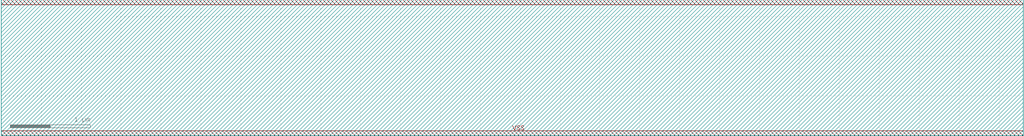
<source format=lef>
VERSION 5.6 ;
BUSBITCHARS "[]" ;
DIVIDERCHAR "/" ;

PROPERTYDEFINITIONS
  PIN DB_Inherited_Net_Expr STRING ;
  LAYER LEF57_SPACING STRING ;
END PROPERTYDEFINITIONS

UNITS
  CAPACITANCE PICOFARADS 1 ;
  DATABASE MICRONS 2000 ;
END UNITS
MANUFACTURINGGRID 0.005 ;
LAYER Oxide
  TYPE MASTERSLICE ;
END Oxide

LAYER Poly
  TYPE MASTERSLICE ;
END Poly

LAYER Nhvt
  TYPE IMPLANT ;
END Nhvt

LAYER Nimp
  TYPE IMPLANT ;
  WIDTH 0.12 ;
  SPACING 0.12 ;
END Nimp

LAYER Phvt
  TYPE IMPLANT ;
END Phvt

LAYER Pimp
  TYPE IMPLANT ;
  WIDTH 0.12 ;
  SPACING 0.12 ;
  SPACING 0 LAYER Nimp ;
END Pimp

LAYER Nzvt
  TYPE IMPLANT ;
  WIDTH 0.35 ;
  SPACING 0.3 ;
END Nzvt

LAYER Nlvt
  TYPE IMPLANT ;
END Nlvt

LAYER Plvt
  TYPE IMPLANT ;
END Plvt

LAYER SiProt
  TYPE IMPLANT ;
  WIDTH 0.22 ;
  SPACING 0.22 ;
END SiProt

LAYER Cont
  TYPE CUT ;
  SPACING 0.06 ;
  SPACING 0.08 ADJACENTCUTS 3 WITHIN 0.1 ;
  WIDTH 0.06 ;
#  ENCLOSURE BELOW 0.02 0.03 ;
#  ENCLOSURE ABOVE 0 0.03 ;
  ANTENNAMODEL OXIDE1 ;
    ANTENNACUMAREARATIO 1200 ;
  DCCURRENTDENSITY AVERAGE 0.1 ;
END Cont

LAYER Metal1
  TYPE ROUTING ;
  DIRECTION HORIZONTAL ;
  PITCH 0.19 0.19 ;
  WIDTH 0.06 ;
  AREA 0.02 ;
  SPACINGTABLE
    PARALLELRUNLENGTH 0 0.32 0.75 1.5 2.5 3.5 
    WIDTH 0 0.06 0.06 0.06 0.06 0.06 0.06 
    WIDTH 0.1 0.06 0.1 0.1 0.1 0.1 0.1 
    WIDTH 0.75 0.06 0.1 0.25 0.25 0.25 0.25 
    WIDTH 1.5 0.06 0.1 0.25 0.45 0.45 0.45 
    WIDTH 2.5 0.06 0.1 0.25 0.45 0.75 0.75 
    WIDTH 3.5 0.06 0.1 0.25 0.45 0.75 1.25 ;
  MINENCLOSEDAREA 0.045 ;
#  DIAGSPACING 0.08 ;
#  DIAGMINEDGELENGTH 0.1 ;
  PROPERTY LEF57_SPACING "SPACING 0.09 ENDOFLINE 0.09 WITHIN 0.025 PARALLELEDGE 0.09 WITHIN 0.025 TWOEDGES ;" ; # OA DATAMODEL 2
  RESISTANCE RPERSQ 0.18 ;
  CAPACITANCE CPERSQDIST 0.0002 ;
  THICKNESS 0.3 ;
  EDGECAPACITANCE 0.0002 ;
  MINIMUMDENSITY 20 ;
  MAXIMUMDENSITY 65 ;
  DENSITYCHECKWINDOW 120 120 ;
  DENSITYCHECKSTEP 60 ;
  ANTENNAMODEL OXIDE1 ;
    ANTENNAAREARATIO 475 ;
  DCCURRENTDENSITY AVERAGE 2 ;
END Metal1

LAYER Via1
  TYPE CUT ;
  SPACING 0.07 ;
  SPACING 0.1 ADJACENTCUTS 3 WITHIN 0.11 ;
  WIDTH 0.07 ;
#  ENCLOSURE BELOW 0.005 0.03 ;
#  ENCLOSURE ABOVE 0.005 0.03 ;
  ANTENNAMODEL OXIDE1 ;
    ANTENNAAREARATIO 25 ;
    ANTENNACUMAREARATIO 1200 ;
  DCCURRENTDENSITY AVERAGE 0.1 ;
END Via1

LAYER Metal2
  TYPE ROUTING ;
  DIRECTION VERTICAL ;
  PITCH 0.2 0.2 ;
  WIDTH 0.07 ;
  AREA 0.02 ;
  SPACINGTABLE
    PARALLELRUNLENGTH 0 0.32 0.75 1.5 2.5 3.5 
    WIDTH 0 0.07 0.07 0.07 0.07 0.07 0.07 
    WIDTH 0.1 0.07 0.15 0.15 0.15 0.15 0.15 
    WIDTH 0.75 0.07 0.15 0.25 0.25 0.25 0.25 
    WIDTH 1.5 0.07 0.15 0.25 0.45 0.45 0.45 
    WIDTH 2.5 0.07 0.15 0.25 0.45 0.75 0.75 
    WIDTH 3.5 0.07 0.15 0.25 0.45 0.75 1.25 ;
  MINENCLOSEDAREA 0.055 ;
#  DIAGSPACING 0.1 ;
#  DIAGMINEDGELENGTH 0.1 ;
  PROPERTY LEF57_SPACING "SPACING 0.1 ENDOFLINE 0.1 WITHIN 0.035 PARALLELEDGE 0.1 WITHIN 0.035 TWOEDGES ;" ; # OA DATAMODEL 2
  RESISTANCE RPERSQ 0.17 ;
  CAPACITANCE CPERSQDIST 0.0002 ;
  THICKNESS 0.36 ;
  EDGECAPACITANCE 0.0002 ;
  MINIMUMDENSITY 20 ;
  MAXIMUMDENSITY 65 ;
  DENSITYCHECKWINDOW 120 120 ;
  DENSITYCHECKSTEP 60 ;
  ANTENNAMODEL OXIDE1 ;
    ANTENNAAREARATIO 475 ;
  DCCURRENTDENSITY AVERAGE 2 ;
END Metal2

LAYER Via2
  TYPE CUT ;
  SPACING 0.07 ;
  SPACING 0.1 ADJACENTCUTS 3 WITHIN 0.11 ;
  WIDTH 0.07 ;
#  ENCLOSURE BELOW 0.005 0.03 ;
#  ENCLOSURE ABOVE 0.005 0.03 ;
  ANTENNAMODEL OXIDE1 ;
    ANTENNAAREARATIO 25 ;
    ANTENNACUMAREARATIO 1200 ;
  DCCURRENTDENSITY AVERAGE 0.1 ;
END Via2

LAYER Metal3
  TYPE ROUTING ;
  DIRECTION HORIZONTAL ;
  PITCH 0.2 0.2 ;
  WIDTH 0.07 ;
  AREA 0.02 ;
  SPACINGTABLE
    PARALLELRUNLENGTH 0 0.32 0.75 1.5 2.5 3.5 
    WIDTH 0 0.07 0.07 0.07 0.07 0.07 0.07 
    WIDTH 0.1 0.07 0.15 0.15 0.15 0.15 0.15 
    WIDTH 0.75 0.07 0.15 0.25 0.25 0.25 0.25 
    WIDTH 1.5 0.07 0.15 0.25 0.45 0.45 0.45 
    WIDTH 2.5 0.07 0.15 0.25 0.45 0.75 0.75 
    WIDTH 3.5 0.07 0.15 0.25 0.45 0.75 1.25 ;
  MINENCLOSEDAREA 0.055 ;
#  DIAGSPACING 0.1 ;
#  DIAGMINEDGELENGTH 0.1 ;
  PROPERTY LEF57_SPACING "SPACING 0.1 ENDOFLINE 0.1 WITHIN 0.035 PARALLELEDGE 0.1 WITHIN 0.035 TWOEDGES ;" ; # OA DATAMODEL 2
  RESISTANCE RPERSQ 0.17 ;
  CAPACITANCE CPERSQDIST 0.0002 ;
  THICKNESS 0.36 ;
  EDGECAPACITANCE 0.0002 ;
  MINIMUMDENSITY 20 ;
  MAXIMUMDENSITY 65 ;
  DENSITYCHECKWINDOW 120 120 ;
  DENSITYCHECKSTEP 60 ;
  ANTENNAMODEL OXIDE1 ;
    ANTENNAAREARATIO 475 ;
  DCCURRENTDENSITY AVERAGE 2 ;
END Metal3

LAYER Via3
  TYPE CUT ;
  SPACING 0.07 ;
  SPACING 0.1 ADJACENTCUTS 3 WITHIN 0.11 ;
  WIDTH 0.07 ;
#  ENCLOSURE BELOW 0.005 0.03 ;
#  ENCLOSURE ABOVE 0.005 0.03 ;
  ANTENNAMODEL OXIDE1 ;
    ANTENNAAREARATIO 25 ;
    ANTENNACUMAREARATIO 1200 ;
  DCCURRENTDENSITY AVERAGE 0.1 ;
END Via3

LAYER Metal4
  TYPE ROUTING ;
  DIRECTION VERTICAL ;
  PITCH 0.2 0.2 ;
  WIDTH 0.07 ;
  AREA 0.02 ;
  SPACINGTABLE
    PARALLELRUNLENGTH 0 0.32 0.75 1.5 2.5 3.5 
    WIDTH 0 0.07 0.07 0.07 0.07 0.07 0.07 
    WIDTH 0.1 0.07 0.15 0.15 0.15 0.15 0.15 
    WIDTH 0.75 0.07 0.15 0.25 0.25 0.25 0.25 
    WIDTH 1.5 0.07 0.15 0.25 0.45 0.45 0.45 
    WIDTH 2.5 0.07 0.15 0.25 0.45 0.75 0.75 
    WIDTH 3.5 0.07 0.15 0.25 0.45 0.75 1.25 ;
  MINENCLOSEDAREA 0.055 ;
#  DIAGSPACING 0.1 ;
#  DIAGMINEDGELENGTH 0.1 ;
  PROPERTY LEF57_SPACING "SPACING 0.1 ENDOFLINE 0.1 WITHIN 0.035 PARALLELEDGE 0.1 WITHIN 0.035 TWOEDGES ;" ; # OA DATAMODEL 2
  RESISTANCE RPERSQ 0.17 ;
  CAPACITANCE CPERSQDIST 0.0002 ;
  THICKNESS 0.36 ;
  EDGECAPACITANCE 0.0002 ;
  MINIMUMDENSITY 20 ;
  MAXIMUMDENSITY 65 ;
  DENSITYCHECKWINDOW 120 120 ;
  DENSITYCHECKSTEP 60 ;
  ANTENNAMODEL OXIDE1 ;
    ANTENNAAREARATIO 475 ;
  DCCURRENTDENSITY AVERAGE 2 ;
END Metal4

LAYER Via4
  TYPE CUT ;
  SPACING 0.07 ;
  SPACING 0.1 ADJACENTCUTS 3 WITHIN 0.11 ;
  WIDTH 0.07 ;
#  ENCLOSURE BELOW 0.005 0.03 ;
#  ENCLOSURE ABOVE 0.005 0.03 ;
  ANTENNAMODEL OXIDE1 ;
    ANTENNAAREARATIO 25 ;
    ANTENNACUMAREARATIO 1200 ;
  DCCURRENTDENSITY AVERAGE 0.1 ;
END Via4

LAYER Metal5
  TYPE ROUTING ;
  DIRECTION HORIZONTAL ;
  PITCH 0.2 0.2 ;
  WIDTH 0.07 ;
  AREA 0.02 ;
  SPACINGTABLE
    PARALLELRUNLENGTH 0 0.32 0.75 1.5 2.5 3.5 
    WIDTH 0 0.07 0.07 0.07 0.07 0.07 0.07 
    WIDTH 0.1 0.07 0.15 0.15 0.15 0.15 0.15 
    WIDTH 0.75 0.07 0.15 0.25 0.25 0.25 0.25 
    WIDTH 1.5 0.07 0.15 0.25 0.45 0.45 0.45 
    WIDTH 2.5 0.07 0.15 0.25 0.45 0.75 0.75 
    WIDTH 3.5 0.07 0.15 0.25 0.45 0.75 1.25 ;
  MINENCLOSEDAREA 0.055 ;
#  DIAGSPACING 0.1 ;
#  DIAGMINEDGELENGTH 0.1 ;
  PROPERTY LEF57_SPACING "SPACING 0.1 ENDOFLINE 0.1 WITHIN 0.035 PARALLELEDGE 0.1 WITHIN 0.035 TWOEDGES ;" ; # OA DATAMODEL 2
  RESISTANCE RPERSQ 0.17 ;
  CAPACITANCE CPERSQDIST 0.0002 ;
  THICKNESS 0.36 ;
  EDGECAPACITANCE 0.0002 ;
  MINIMUMDENSITY 20 ;
  MAXIMUMDENSITY 65 ;
  DENSITYCHECKWINDOW 120 120 ;
  DENSITYCHECKSTEP 60 ;
  ANTENNAMODEL OXIDE1 ;
    ANTENNAAREARATIO 475 ;
  DCCURRENTDENSITY AVERAGE 2 ;
END Metal5

LAYER Via5
  TYPE CUT ;
  SPACING 0.07 ;
  SPACING 0.1 ADJACENTCUTS 3 WITHIN 0.11 ;
  WIDTH 0.07 ;
#  ENCLOSURE BELOW 0.005 0.03 ;
#  ENCLOSURE ABOVE 0.005 0.03 ;
  ANTENNAMODEL OXIDE1 ;
    ANTENNAAREARATIO 25 ;
    ANTENNACUMAREARATIO 1200 ;
  DCCURRENTDENSITY AVERAGE 0.1 ;
END Via5

LAYER Metal6
  TYPE ROUTING ;
  DIRECTION VERTICAL ;
  PITCH 0.2 0.2 ;
  WIDTH 0.07 ;
  AREA 0.02 ;
  SPACINGTABLE
    PARALLELRUNLENGTH 0 0.32 0.75 1.5 2.5 3.5 
    WIDTH 0 0.07 0.07 0.07 0.07 0.07 0.07 
    WIDTH 0.1 0.07 0.15 0.15 0.15 0.15 0.15 
    WIDTH 0.75 0.07 0.15 0.25 0.25 0.25 0.25 
    WIDTH 1.5 0.07 0.15 0.25 0.45 0.45 0.45 
    WIDTH 2.5 0.07 0.15 0.25 0.45 0.75 0.75 
    WIDTH 3.5 0.07 0.15 0.25 0.45 0.75 1.25 ;
  MINENCLOSEDAREA 0.055 ;
#  DIAGSPACING 0.1 ;
#  DIAGMINEDGELENGTH 0.1 ;
  PROPERTY LEF57_SPACING "SPACING 0.1 ENDOFLINE 0.1 WITHIN 0.035 PARALLELEDGE 0.1 WITHIN 0.035 TWOEDGES ;" ; # OA DATAMODEL 2
  RESISTANCE RPERSQ 0.17 ;
  CAPACITANCE CPERSQDIST 0.0002 ;
  THICKNESS 0.36 ;
  EDGECAPACITANCE 0.0002 ;
  MINIMUMDENSITY 20 ;
  MAXIMUMDENSITY 65 ;
  DENSITYCHECKWINDOW 120 120 ;
  DENSITYCHECKSTEP 60 ;
  ANTENNAMODEL OXIDE1 ;
    ANTENNAAREARATIO 475 ;
  DCCURRENTDENSITY AVERAGE 2 ;
END Metal6

LAYER Via6
  TYPE CUT ;
  SPACING 0.07 ;
  SPACING 0.1 ADJACENTCUTS 3 WITHIN 0.11 ;
  WIDTH 0.07 ;
#  ENCLOSURE BELOW 0.005 0.03 ;
#  ENCLOSURE ABOVE 0.005 0.03 ;
  ANTENNAMODEL OXIDE1 ;
    ANTENNAAREARATIO 25 ;
    ANTENNACUMAREARATIO 1200 ;
  DCCURRENTDENSITY AVERAGE 0.1 ;
END Via6

LAYER Metal7
  TYPE ROUTING ;
  DIRECTION HORIZONTAL ;
  PITCH 0.2 0.2 ;
  WIDTH 0.07 ;
  AREA 0.02 ;
  SPACINGTABLE
    PARALLELRUNLENGTH 0 0.32 0.75 1.5 2.5 3.5 
    WIDTH 0 0.07 0.07 0.07 0.07 0.07 0.07 
    WIDTH 0.1 0.07 0.15 0.15 0.15 0.15 0.15 
    WIDTH 0.75 0.07 0.15 0.25 0.25 0.25 0.25 
    WIDTH 1.5 0.07 0.15 0.25 0.45 0.45 0.45 
    WIDTH 2.5 0.07 0.15 0.25 0.45 0.75 0.75 
    WIDTH 3.5 0.07 0.15 0.25 0.45 0.75 1.25 ;
  MINENCLOSEDAREA 0.055 ;
#  DIAGSPACING 0.1 ;
#  DIAGMINEDGELENGTH 0.1 ;
  PROPERTY LEF57_SPACING "SPACING 0.1 ENDOFLINE 0.1 WITHIN 0.035 PARALLELEDGE 0.1 WITHIN 0.035 TWOEDGES ;" ; # OA DATAMODEL 2
  RESISTANCE RPERSQ 0.17 ;
  CAPACITANCE CPERSQDIST 0.0002 ;
  THICKNESS 0.36 ;
  EDGECAPACITANCE 0.0002 ;
  MINIMUMDENSITY 20 ;
  MAXIMUMDENSITY 65 ;
  DENSITYCHECKWINDOW 120 120 ;
  DENSITYCHECKSTEP 60 ;
  ANTENNAMODEL OXIDE1 ;
    ANTENNAAREARATIO 475 ;
  DCCURRENTDENSITY AVERAGE 2 ;
END Metal7

LAYER Via7
  TYPE CUT ;
  SPACING 0.07 ;
  SPACING 0.1 ADJACENTCUTS 3 WITHIN 0.11 ;
  WIDTH 0.07 ;
#  ENCLOSURE BELOW 0.005 0.03 ;
#  ENCLOSURE ABOVE 0.005 0.03 ;
  ANTENNAMODEL OXIDE1 ;
    ANTENNAAREARATIO 25 ;
    ANTENNACUMAREARATIO 1200 ;
  DCCURRENTDENSITY AVERAGE 0.1 ;
END Via7

LAYER Metal8
  TYPE ROUTING ;
  DIRECTION VERTICAL ;
  PITCH 0.2 0.2 ;
  WIDTH 0.07 ;
  AREA 0.02 ;
  SPACINGTABLE
    PARALLELRUNLENGTH 0 0.32 0.75 1.5 2.5 3.5 
    WIDTH 0 0.07 0.07 0.07 0.07 0.07 0.07 
    WIDTH 0.1 0.07 0.15 0.15 0.15 0.15 0.15 
    WIDTH 0.75 0.07 0.15 0.25 0.25 0.25 0.25 
    WIDTH 1.5 0.07 0.15 0.25 0.45 0.45 0.45 
    WIDTH 2.5 0.07 0.15 0.25 0.45 0.75 0.75 
    WIDTH 3.5 0.07 0.15 0.25 0.45 0.75 1.25 ;
  MINENCLOSEDAREA 0.055 ;
#  DIAGSPACING 0.1 ;
#  DIAGMINEDGELENGTH 0.1 ;
  PROPERTY LEF57_SPACING "SPACING 0.1 ENDOFLINE 0.1 WITHIN 0.035 PARALLELEDGE 0.1 WITHIN 0.035 TWOEDGES ;" ; # OA DATAMODEL 2
  RESISTANCE RPERSQ 0.17 ;
  CAPACITANCE CPERSQDIST 0.0002 ;
  THICKNESS 0.36 ;
  EDGECAPACITANCE 0.0002 ;
  MINIMUMDENSITY 20 ;
  MAXIMUMDENSITY 65 ;
  DENSITYCHECKWINDOW 120 120 ;
  DENSITYCHECKSTEP 60 ;
  ANTENNAMODEL OXIDE1 ;
    ANTENNAAREARATIO 475 ;
  DCCURRENTDENSITY AVERAGE 2 ;
END Metal8

LAYER Via8
  TYPE CUT ;
  SPACING 0.07 ;
  SPACING 0.1 ADJACENTCUTS 3 WITHIN 0.11 ;
  WIDTH 0.07 ;
#  ENCLOSURE BELOW 0.005 0.03 ;
#  ENCLOSURE ABOVE 0.005 0.03 ;
  ANTENNAMODEL OXIDE1 ;
    ANTENNAAREARATIO 25 ;
    ANTENNACUMAREARATIO 1200 ;
  DCCURRENTDENSITY AVERAGE 0.1 ;
END Via8

LAYER Metal9
  TYPE ROUTING ;
  DIRECTION HORIZONTAL ;
  PITCH 0.33 0.33 ;
  WIDTH 0.07 ;
  AREA 0.02 ;
  SPACINGTABLE
    PARALLELRUNLENGTH 0 0.32 0.75 1.5 2.5 3.5 
    WIDTH 0 0.07 0.07 0.07 0.07 0.07 0.07 
    WIDTH 0.1 0.07 0.15 0.15 0.15 0.15 0.15 
    WIDTH 0.75 0.07 0.15 0.25 0.25 0.25 0.25 
    WIDTH 1.5 0.07 0.15 0.25 0.45 0.45 0.45 
    WIDTH 2.5 0.07 0.15 0.25 0.45 0.75 0.75 
    WIDTH 3.5 0.07 0.15 0.25 0.45 0.75 1.25 ;
  MINENCLOSEDAREA 0.055 ;
#  DIAGSPACING 0.1 ;
#  DIAGMINEDGELENGTH 0.1 ;
  PROPERTY LEF57_SPACING "SPACING 0.1 ENDOFLINE 0.1 WITHIN 0.035 PARALLELEDGE 0.1 WITHIN 0.035 TWOEDGES ;" ; # OA DATAMODEL 2
  RESISTANCE RPERSQ 0.02 ;
  CAPACITANCE CPERSQDIST 0.0002 ;
  THICKNESS 1 ;
  EDGECAPACITANCE 0.0002 ;
  MINIMUMDENSITY 20 ;
  MAXIMUMDENSITY 65 ;
  DENSITYCHECKWINDOW 120 120 ;
  DENSITYCHECKSTEP 60 ;
  ANTENNAMODEL OXIDE1 ;
    ANTENNAAREARATIO 475 ;
  DCCURRENTDENSITY AVERAGE 2 ;
END Metal9

#LAYER Via9
#  TYPE CUT ;
#  SPACING 0.18 ;
#  SPACING 0.2 ADJACENTCUTS 3 WITHIN 0.25 ;
#  WIDTH 0.18 ;
#  ENCLOSURE BELOW 0.015 0.04 ;
#  ENCLOSURE ABOVE 0.03 0.05 ;
#  ANTENNAMODEL OXIDE1 ;
#    ANTENNAAREARATIO 25 ;
#    ANTENNACUMAREARATIO 1200 ;
#  DCCURRENTDENSITY AVERAGE 0.8 ;
#END Via9

#LAYER Metal10
#  TYPE ROUTING ;
#  DIRECTION VERTICAL ;
#  PITCH 0.48 0.48 ;
#  WIDTH 0.22 ;
#  AREA 0.1 ;
#  SPACINGTABLE
#    PARALLELRUNLENGTH 0 0.75 1.5 2.5 3.5 
#    WIDTH 0 0.2 0.2 0.2 0.2 0.2 
#    WIDTH 0.75 0.2 0.35 0.45 0.75 1.25 
#    WIDTH 1.5 0.2 0.35 0.45 0.45 0.45 
#    WIDTH 2.5 0.2 0.35 0.45 0.75 0.75 
#    WIDTH 3.5 0.2 0.35 0.45 0.75 1.25 ;
#  MINENCLOSEDAREA 0.11 ;
#  RESISTANCE RPERSQ 0.02 ;
#  CAPACITANCE CPERSQDIST 0.0002 ;
#  THICKNESS 1 ;
#  EDGECAPACITANCE 0.0002 ;
#  MINIMUMDENSITY 20 ;
#  MAXIMUMDENSITY 65 ;
#  DENSITYCHECKWINDOW 120 120 ;
#  DENSITYCHECKSTEP 60 ;
#  ANTENNAMODEL OXIDE1 ;
#    ANTENNAAREARATIO 475 ;
#  DCCURRENTDENSITY AVERAGE 8 ;
#END Metal10
#
#LAYER Via10
#  TYPE CUT ;
#  SPACING 0.18 ;
#  SPACING 0.2 ADJACENTCUTS 3 WITHIN 0.25 ;
#  WIDTH 0.18 ;
#  ENCLOSURE BELOW 0.015 0.04 ;
#  ENCLOSURE ABOVE 0.03 0.05 ;
#  ANTENNAMODEL OXIDE1 ;
#    ANTENNAAREARATIO 25 ;
#    ANTENNACUMAREARATIO 1200 ;
#  DCCURRENTDENSITY AVERAGE 0.8 ;
#END Via10
#
#LAYER Metal11
#  TYPE ROUTING ;
#  DIRECTION HORIZONTAL ;
#  PITCH 0.48 0.48 ;
#  WIDTH 0.22 ;
#  AREA 0.1 ;
#  SPACINGTABLE
#    PARALLELRUNLENGTH 0 0.75 1.5 2.5 3.5 
#    WIDTH 0 0.2 0.2 0.2 0.2 0.2 
#    WIDTH 0.75 0.2 0.35 0.45 0.75 1.25 
#    WIDTH 1.5 0.2 0.35 0.45 0.45 0.45 
#    WIDTH 2.5 0.2 0.35 0.45 0.75 0.75 
#    WIDTH 3.5 0.2 0.35 0.45 0.75 1.25 ;
#  MINENCLOSEDAREA 0.11 ;
#  RESISTANCE RPERSQ 0.02 ;
#  CAPACITANCE CPERSQDIST 0.0002 ;
#  THICKNESS 1 ;
#  EDGECAPACITANCE 0.0002 ;
#  MINIMUMDENSITY 20 ;
#  MAXIMUMDENSITY 65 ;
#  DENSITYCHECKWINDOW 120 120 ;
#  DENSITYCHECKSTEP 60 ;
#  ANTENNAMODEL OXIDE1 ;
#    ANTENNAAREARATIO 475 ;
#  DCCURRENTDENSITY AVERAGE 8 ;
#END Metal11

LAYER OVERLAP
  TYPE OVERLAP ;
END OVERLAP

VIA VIA12_1C DEFAULT
    RESISTANCE 6.7000000000 ;
    LAYER Metal1 ;
        RECT -0.065 -0.035  0.065  0.035 ;
    LAYER Via1 ;
        RECT -0.035 -0.035  0.035  0.035 ;
    LAYER Metal2 ;
        RECT -0.035 -0.065  0.035  0.065 ;
END VIA12_1C

VIA VIA12_1C_H DEFAULT
    RESISTANCE 6.7000000000 ;
    LAYER Metal1 ;
        RECT -0.065 -0.035  0.065  0.035 ;
    LAYER Via1 ;
        RECT -0.035 -0.035  0.035  0.035 ;
    LAYER Metal2 ;
        RECT -0.065 -0.035  0.065  0.035 ;
END VIA12_1C_H
                 
VIA VIA12_1C_V DEFAULT
    RESISTANCE 6.7000000000 ;
    LAYER Metal1 ;
        RECT -0.035 -0.065  0.035  0.065 ;
    LAYER Via1 ;
        RECT -0.035 -0.035  0.035  0.035 ;
    LAYER Metal2 ;
        RECT -0.035 -0.065  0.035  0.065 ;
END VIA12_1C_V

#VIA VIA12_1C_FAT_C DEFAULT
#    RESISTANCE 6.7000000000 ;
#    LAYER Metal1 ;
#        RECT -0.085 -0.035  0.085  0.035 ;
#    LAYER Via1 ;
#        RECT -0.035 -0.035  0.035  0.035 ;
#    LAYER Metal2 ;
#        RECT -0.035 -0.085  0.035  0.085 ;
#END VIA12_1C_FAT_C
#             
#VIA VIA12_1C_FAT_H DEFAULT
#    RESISTANCE 6.7000000000 ;
#    LAYER Metal1 ;
#        RECT -0.085 -0.035  0.085  0.035 ;
#    LAYER Via1 ;
#        RECT -0.035 -0.035  0.035  0.035 ;
#    LAYER Metal2 ;
#        RECT -0.085 -0.035  0.085  0.035 ;
#END VIA12_1C_FAT_H
#
#VIA VIA12_1C_FAT_V DEFAULT
#    RESISTANCE 6.7000000000 ;
#    LAYER Metal1 ;
#        RECT -0.035 -0.085  0.035  0.085 ;
#    LAYER Via1 ;
#        RECT -0.035 -0.035  0.035  0.035 ;
#    LAYER Metal2 ;
#        RECT -0.035 -0.085  0.035  0.085 ;
#END VIA12_1C_FAT_V
#
#VIA VIA12_1C_FAT DEFAULT
#    RESISTANCE 6.7000000000 ;
#    LAYER Metal1 ;
#        RECT -0.065 -0.065  0.065  0.065 ;
#    LAYER Via1 ;
#        RECT -0.035 -0.035  0.035  0.035 ;
#    LAYER Metal2 ;
#        RECT -0.065 -0.065  0.065  0.065 ;
#END VIA12_1C_FAT
                 
VIA VIA12_2C_E DEFAULT
    RESISTANCE 3.3500000000 ;
    LAYER Metal1 ;
        RECT -0.065 -0.035  0.205  0.035 ;
    LAYER Via1 ;
        RECT -0.035 -0.035  0.035  0.035 ;
        RECT 0.105 -0.035  0.175  0.035 ;
    LAYER Metal2 ;
        RECT -0.035 -0.065  0.175  0.065 ;
END VIA12_2C_E

VIA VIA12_2C_W DEFAULT
    RESISTANCE 3.3500000000 ;
    LAYER Metal1 ;
        RECT -0.205 -0.035  0.065  0.035 ;
    LAYER Via1 ;
        RECT -0.035 -0.035  0.035  0.035 ;
        RECT -0.175 -0.035  -0.105  0.035 ;
    LAYER Metal2 ;
        RECT -0.175 -0.065  0.035  0.065 ;
END VIA12_2C_W

VIA VIA12_2C_N DEFAULT
    RESISTANCE 3.3500000000 ;
    LAYER Metal1 ;
        RECT -0.065 -0.035  0.065  0.175 ;
    LAYER Via1 ;
        RECT -0.035 -0.035  0.035  0.035 ;
        RECT -0.035 0.105  0.035  0.175 ;
    LAYER Metal2 ;
        RECT -0.035 -0.065  0.035  0.205 ;
END VIA12_2C_N

VIA VIA12_2C_S DEFAULT
    RESISTANCE 3.3500000000 ;
    LAYER Metal1 ;
        RECT -0.065 -0.175  0.065  0.035 ;
    LAYER Via1 ;
        RECT -0.035 -0.035  0.035  0.035 ;
        RECT -0.035 -0.175  0.035  -0.105 ;
    LAYER Metal2 ;
        RECT -0.035 -0.205  0.035  0.065 ;
END VIA12_2C_S

#VIA VIA12_2C_HN DEFAULT
#    RESISTANCE 3.3500000000 ;
#    LAYER Metal1 ;
#        RECT -0.035 -0.065  0.035  0.235 ;
#    LAYER Via1 ;
#        RECT -0.035 -0.035  0.035  0.035 ;
#        RECT -0.035 0.135  0.035  0.205 ;
#    LAYER Metal2 ;
#        RECT -0.035 -0.065  0.035  0.235 ;
#END VIA12_2C_HN
# Modified for better dC coverage
VIA VIA12_2C_HN DEFAULT
    RESISTANCE 3.3500000000 ;
    LAYER Metal1 ;
        RECT -0.035 -0.065  0.035  0.205 ;
    LAYER Via1 ;
        RECT -0.035 -0.035  0.035  0.035 ;
        RECT -0.035 0.105  0.035  0.175 ;
    LAYER Metal2 ;
        RECT -0.035 -0.065  0.035  0.205 ;
END VIA12_2C_HN

 
#VIA VIA12_2C_HS DEFAULT
#    RESISTANCE 3.3500000000 ;
#    LAYER Metal1 ;
#        RECT -0.035 -0.235  0.035  0.065 ;
#    LAYER Via1 ;
#        RECT -0.035 -0.035  0.035  0.035 ;
#        RECT -0.035 -0.205  0.035  -0.135 ;
#    LAYER Metal2 ;
#        RECT -0.035 -0.235  0.035  0.065 ;
#END VIA12_2C_HS
# Modified for better dC coverage
VIA VIA12_2C_HS DEFAULT
    RESISTANCE 3.3500000000 ;
    LAYER Metal1 ;
        RECT -0.035 -0.205  0.035  0.065 ;
    LAYER Via1 ;
        RECT -0.035 -0.035  0.035  0.035 ;
        RECT -0.035 -0.175  0.035  -0.105 ;
    LAYER Metal2 ;
        RECT -0.035 -0.205  0.035  0.065 ;
END VIA12_2C_HS

# Added for higher dC coverage
VIA VIA12_2C_ES DEFAULT
    RESISTANCE 3.3500000000 ;
    LAYER Metal1 ;
        RECT -0.065 -0.035  0.205  0.035 ;
    LAYER Via1 ;
        RECT -0.035 -0.035  0.035  0.035 ;
        RECT 0.105 -0.035  0.175  0.035 ;
    LAYER Metal2 ;
        RECT -0.065 -0.035  0.205  0.035 ;
END VIA12_2C_ES

# Added for higher dC coverage
VIA VIA12_2C_WS DEFAULT
    RESISTANCE 3.3500000000 ;
    LAYER Metal1 ;
        RECT -0.205 -0.035  0.065  0.035 ;
    LAYER Via1 ;
        RECT -0.035 -0.035  0.035  0.035 ;
        RECT -0.175 -0.035  -0.105  0.035 ;
    LAYER Metal2 ;
        RECT -0.205 -0.035  0.065  0.035 ;
END VIA12_2C_WS


#VIA VIA12_2C_FAT_E DEFAULT
#    RESISTANCE 3.3500000000 ;
#    LAYER Metal1 ;
#        RECT -0.085 -0.035  0.225  0.035 ;
#    LAYER Via1 ;
#        RECT -0.035 -0.035  0.035  0.035 ;
#        RECT 0.105 -0.035  0.175  0.035 ;
#    LAYER Metal2 ;
#        RECT -0.035 -0.085  0.175  0.085 ;
#END VIA12_2C_FAT_E
#
#VIA VIA12_2C_FAT_W DEFAULT
#    RESISTANCE 3.3500000000 ;
#    LAYER Metal1 ;
#        RECT -0.225 -0.035  0.085  0.035 ;
#    LAYER Via1 ;
#        RECT -0.035 -0.035  0.035  0.035 ;
#        RECT -0.175 -0.035  -0.105  0.035 ;
#    LAYER Metal2 ;
#        RECT -0.175 -0.085  0.035  0.085 ;
#END VIA12_2C_FAT_W
#
#VIA VIA12_2C_FAT_N DEFAULT
#    RESISTANCE 3.3500000000 ;
#    LAYER Metal1 ;
#        RECT -0.085 -0.035  0.085  0.175 ;
#    LAYER Via1 ;
#        RECT -0.035 -0.035  0.035  0.035 ;
#        RECT -0.035 0.105  0.035  0.175 ;
#    LAYER Metal2 ;
#        RECT -0.035 -0.085  0.035  0.225 ;
#END VIA12_2C_FAT_N
#
#VIA VIA12_2C_FAT_S DEFAULT
#    RESISTANCE 3.3500000000 ;
#    LAYER Metal1 ;
#        RECT -0.085 -0.175  0.085  0.035 ;
#    LAYER Via1 ;
#        RECT -0.035 -0.035  0.035  0.035 ;
#        RECT -0.035 -0.175  0.035  -0.105 ;
#    LAYER Metal2 ;
#        RECT -0.035 -0.225  0.035  0.085 ;
#END VIA12_2C_FAT_S
#
#VIA VIA12_2C_FAT_HN DEFAULT
#    RESISTANCE 3.3500000000 ;
#    LAYER Metal1 ;
#        RECT -0.035 -0.085  0.035  0.255 ;
#    LAYER Via1 ;
#        RECT -0.035 -0.035  0.035  0.035 ;
#        RECT -0.035 0.135  0.035  0.205 ;
#    LAYER Metal2 ;
#        RECT -0.035 -0.085  0.035  0.255 ;
#END VIA12_2C_FAT_HN
# 
#VIA VIA12_2C_FAT_HS DEFAULT
#    RESISTANCE 3.3500000000 ;
#    LAYER Metal1 ;
#        RECT -0.035 -0.255  0.035  0.085 ;
#    LAYER Via1 ;
#        RECT -0.035 -0.035  0.035  0.035 ;
#        RECT -0.035 -0.205  0.035  -0.135 ;
#    LAYER Metal2 ;
#        RECT -0.035 -0.255  0.035  0.085 ;
#END VIA12_2C_FAT_HS

VIA VIA12_4C DEFAULT
    RESISTANCE 1.6750000000 ;
    LAYER Metal1 ;
        RECT -0.135 -0.105  0.135  0.105 ;
    LAYER Via1 ;
        RECT -0.105 -0.105  -0.035  -0.035 ;
        RECT -0.105 0.035  -0.035  0.105 ;
        RECT 0.035 0.035  0.105  0.105 ;
        RECT 0.035 -0.105  0.105  -0.035 ;
    LAYER Metal2 ;
        RECT -0.105 -0.135  0.105  0.135 ;
END VIA12_4C

##############
### VIA 23 ###
##############

VIA VIA23_1C DEFAULT
    RESISTANCE 6.7000000000 ;
    LAYER Metal2 ;
        RECT -0.035 -0.065  0.035  0.065 ;
    LAYER Via2 ;
        RECT -0.035 -0.035  0.035  0.035 ;
    LAYER Metal3 ;
        RECT -0.065 -0.035  0.065  0.035 ;
END VIA23_1C

VIA VIA23_1C_V DEFAULT
    RESISTANCE 6.7000000000 ;
    LAYER Metal2 ;
        RECT -0.035 -0.065  0.035  0.065 ;
    LAYER Via2 ;
        RECT -0.035 -0.035  0.035  0.035 ;
    LAYER Metal3 ;
        RECT -0.035 -0.065  0.035  0.065 ;
END VIA23_1C_V

VIA VIA23_1C_H DEFAULT
    RESISTANCE 6.7000000000 ;
    LAYER Metal2 ;
        RECT -0.065 -0.035  0.065  0.035 ;
    LAYER Via2 ;
        RECT -0.035 -0.035  0.035  0.035 ;
    LAYER Metal3 ;
        RECT -0.065 -0.035  0.065  0.035 ;
END VIA23_1C_H

#VIA VIA23_1C_FAT_C DEFAULT
#    RESISTANCE 6.7000000000 ;
#    LAYER Metal2 ;
#        RECT -0.035 -0.085  0.035  0.085 ;
#    LAYER Via2 ;
#        RECT -0.035 -0.035  0.035  0.035 ;
#    LAYER Metal3 ;
#        RECT -0.085 -0.035  0.085  0.035 ;
#END VIA23_1C_FAT_C
#             
#VIA VIA23_1C_FAT_V DEFAULT
#    RESISTANCE 6.7000000000 ;
#    LAYER Metal2 ;
#        RECT -0.035 -0.085  0.035  0.085 ;
#    LAYER Via2 ;
#        RECT -0.035 -0.035  0.035  0.035 ;
#    LAYER Metal3 ;
#        RECT -0.035 -0.085  0.035  0.085 ;
#END VIA23_1C_FAT_V
#
#VIA VIA23_1C_FAT_H DEFAULT
#    RESISTANCE 6.7000000000 ;
#    LAYER Metal2 ;
#        RECT -0.085 -0.035  0.085  0.035 ;
#    LAYER Via2 ;
#        RECT -0.035 -0.035  0.035  0.035 ;
#    LAYER Metal3 ;
#        RECT -0.085 -0.035  0.085  0.035 ;
#END VIA23_1C_FAT_H
#
#
#VIA VIA23_1C_FAT DEFAULT
#    RESISTANCE 6.7000000000 ;
#    LAYER Metal2 ;
#        RECT -0.065 -0.065  0.065  0.065 ;
#    LAYER Via2 ;
#        RECT -0.035 -0.035  0.035  0.035 ;
#    LAYER Metal3 ;
#        RECT -0.065 -0.065  0.065  0.065 ;
#END VIA23_1C_FAT
                 
VIA VIA23_1ST_N DEFAULT
    RESISTANCE 6.7000000000 ;
    LAYER Metal2 ;
        RECT -0.035 -0.065  0.035  0.325 ;
    LAYER Via2 ;
        RECT -0.035 -0.035  0.035  0.035 ;
    LAYER Metal3 ;
        RECT -0.065 -0.035  0.065  0.035 ;
END VIA23_1ST_N

VIA VIA23_1ST_S DEFAULT
    RESISTANCE 6.7000000000 ;
    LAYER Metal2 ;
        RECT -0.035 -0.325  0.035  0.065 ;
    LAYER Via2 ;
        RECT -0.035 -0.035  0.035  0.035 ;
    LAYER Metal3 ;
        RECT -0.065 -0.035  0.065  0.035 ;
END VIA23_1ST_S

VIA VIA23_2C_E DEFAULT
    RESISTANCE 3.3500000000 ;
    LAYER Metal2 ;
        RECT -0.035 -0.065  0.175  0.065 ;
    LAYER Via2 ;
        RECT -0.035 -0.035  0.035  0.035 ;
        RECT 0.105 -0.035  0.175  0.035 ;
    LAYER Metal3 ;
        RECT -0.065 -0.035  0.205  0.035 ;
END VIA23_2C_E
 
VIA VIA23_2C_W DEFAULT
    RESISTANCE 3.3500000000 ;
    LAYER Metal2 ;
        RECT -0.175 -0.065  0.035  0.065 ;
    LAYER Via2 ;
        RECT -0.035 -0.035  0.035  0.035 ;
        RECT -0.175 -0.035  -0.105  0.035 ;
    LAYER Metal3 ;
        RECT -0.205 -0.035  0.065  0.035 ;
END VIA23_2C_W
 
VIA VIA23_2C_N DEFAULT
    RESISTANCE 3.3500000000 ;
    LAYER Metal2 ;
        RECT -0.035 -0.065  0.035  0.205 ;
    LAYER Via2 ;
        RECT -0.035 -0.035  0.035  0.035 ;
        RECT -0.035 0.105  0.035  0.175 ;
    LAYER Metal3 ;
        RECT -0.065 -0.035  0.065  0.175 ;
END VIA23_2C_N
 
VIA VIA23_2C_S DEFAULT
    RESISTANCE 3.3500000000 ;
    LAYER Metal2 ;
        RECT -0.035 -0.205  0.035  0.065 ;
    LAYER Via2 ;
        RECT -0.035 -0.035  0.035  0.035 ;
        RECT -0.035 -0.175  0.035  -0.105 ;
    LAYER Metal3 ;
        RECT -0.065 -0.175  0.065  0.035 ;
END VIA23_2C_S

#VIA VIA23_2C_FAT_E DEFAULT
#    RESISTANCE 3.3500000000 ;
#    LAYER Metal2 ;
#        RECT -0.035 -0.085  0.175  0.085 ;
#    LAYER Via2 ;
#        RECT -0.035 -0.035  0.035  0.035 ;
#        RECT 0.105 -0.035  0.175  0.035 ;
#    LAYER Metal3 ;
#        RECT -0.085 -0.035  0.225  0.035 ;
#END VIA23_2C_FAT_E
# 
#VIA VIA23_2C_FAT_W DEFAULT
#    RESISTANCE 3.3500000000 ;
#    LAYER Metal2 ;
#        RECT -0.175 -0.085  0.035  0.085 ;
#    LAYER Via2 ;
#        RECT -0.035 -0.035  0.035  0.035 ;
#        RECT -0.175 -0.035  -0.105  0.035 ;
#    LAYER Metal3 ;
#        RECT -0.225 -0.035  0.085  0.035 ;
#END VIA23_2C_FAT_W
# 
#VIA VIA23_2C_FAT_N DEFAULT
#    RESISTANCE 3.3500000000 ;
#    LAYER Metal2 ;
#        RECT -0.035 -0.085  0.035  0.225 ;
#    LAYER Via2 ;
#        RECT -0.035 -0.035  0.035  0.035 ;
#        RECT -0.035 0.105  0.035  0.175 ;
#    LAYER Metal3 ;
#        RECT -0.085 -0.035  0.085  0.175 ;
#END VIA23_2C_FAT_N
# 
#VIA VIA23_2C_FAT_S DEFAULT
#    RESISTANCE 3.3500000000 ;
#    LAYER Metal2 ;
#        RECT -0.035 -0.225  0.035  0.085 ;
#    LAYER Via2 ;
#        RECT -0.035 -0.035  0.035  0.035 ;
#        RECT -0.035 -0.175  0.035  -0.105 ;
#    LAYER Metal3 ;
#        RECT -0.085 -0.175  0.085  0.035 ;
#END VIA23_2C_FAT_S
#
## KD copy 4 FAT vias and add 4 FULL_FAT
#VIA VIA23_2C_FULL_FAT_E DEFAULT
#    RESISTANCE 3.3500000000 ;
#    LAYER Metal2 ;
#        RECT -0.085 -0.085  0.225  0.085 ;
#    LAYER Via2 ;
#        RECT -0.035 -0.035  0.035  0.035 ;
#        RECT 0.105 -0.035  0.175  0.035 ;
#    LAYER Metal3 ;
#        RECT -0.085 -0.085  0.225  0.085 ;
#END VIA23_2C_FULL_FAT_E
# 
#VIA VIA23_2C_FULL_FAT_W DEFAULT
#    RESISTANCE 3.3500000000 ;
#    LAYER Metal2 ;
#        RECT -0.225 -0.085  0.085  0.085 ;
#    LAYER Via2 ;
#        RECT -0.035 -0.035  0.035  0.035 ;
#        RECT -0.175 -0.035  -0.105  0.035 ;
#    LAYER Metal3 ;
#        RECT -0.225 -0.085  0.085  0.085 ;
#END VIA23_2C_FULL_FAT_W
# 
#VIA VIA23_2C_FULL_FAT_N DEFAULT
#    RESISTANCE 3.3500000000 ;
#    LAYER Metal2 ;
#        RECT -0.085 -0.085  0.085  0.225 ;
#    LAYER Via2 ;
#        RECT -0.035 -0.035  0.035  0.035 ;
#        RECT -0.035 0.105  0.035  0.175 ;
#    LAYER Metal3 ;
#        RECT -0.085 -0.085  0.085  0.225 ;
#END VIA23_2C_FULL_FAT_N
# 
#VIA VIA23_2C_FULL_FAT_S DEFAULT
#    RESISTANCE 3.3500000000 ;
#    LAYER Metal2 ;
#        RECT -0.085 -0.225  0.085  0.085 ;
#    LAYER Via2 ;
#        RECT -0.035 -0.035  0.035  0.035 ;
#        RECT -0.035 -0.175  0.035  -0.105 ;
#    LAYER Metal3 ;
#        RECT -0.085 -0.225  0.085  0.085 ;
#END VIA23_2C_FULL_FAT_S

VIA VIA23_4C DEFAULT
    RESISTANCE 1.6750000000 ;
    LAYER Metal2 ;
        RECT -0.105 -0.135  0.105  0.135 ;
    LAYER Via2 ;
        RECT -0.105 -0.105  -0.035  -0.035 ;
        RECT -0.105 0.035  -0.035  0.105 ;
        RECT 0.035 0.035  0.105  0.105 ;
        RECT 0.035 -0.105  0.105  -0.035 ;
    LAYER Metal3 ;
        RECT -0.135 -0.105  0.135  0.105 ;
END VIA23_4C

################
### VIA 34 #####
################
VIA VIA34_1C DEFAULT
    RESISTANCE 6.7000000000 ;
    LAYER Metal3 ;
        RECT -0.065 -0.035  0.065  0.035 ;
    LAYER Via3 ;
        RECT -0.035 -0.035  0.035  0.035 ;
    LAYER Metal4 ;
        RECT -0.035 -0.065  0.035  0.065 ;
END VIA34_1C

VIA VIA34_1C_H DEFAULT
    RESISTANCE 6.7000000000 ;
    LAYER Metal3 ;
        RECT -0.065 -0.035  0.065  0.035 ;
    LAYER Via3 ;
        RECT -0.035 -0.035  0.035  0.035 ;
    LAYER Metal4 ;
        RECT -0.065 -0.035  0.065  0.035 ;
END VIA34_1C_H
                 
VIA VIA34_1C_V DEFAULT
    RESISTANCE 6.7000000000 ;
    LAYER Metal3 ;
        RECT -0.035 -0.065  0.035  0.065 ;
    LAYER Via3 ;
        RECT -0.035 -0.035  0.035  0.035 ;
    LAYER Metal4 ;
        RECT -0.035 -0.065  0.035  0.065 ;
END VIA34_1C_V

#VIA VIA34_1C_FAT_C DEFAULT
#    RESISTANCE 6.7000000000 ;
#    LAYER Metal3 ;
#        RECT -0.085 -0.035  0.085  0.035 ;
#    LAYER Via3 ;
#        RECT -0.035 -0.035  0.035  0.035 ;
#    LAYER Metal4 ;
#        RECT -0.035 -0.085  0.035  0.085 ;
#END VIA34_1C_FAT_C
#             
#VIA VIA34_1C_FAT_H DEFAULT
#    RESISTANCE 6.7000000000 ;
#    LAYER Metal3 ;
#        RECT -0.085 -0.035  0.085  0.035 ;
#    LAYER Via3 ;
#        RECT -0.035 -0.035  0.035  0.035 ;
#    LAYER Metal4 ;
#        RECT -0.085 -0.035  0.085  0.035 ;
#END VIA34_1C_FAT_H
#
#VIA VIA34_1C_FAT_V DEFAULT
#    RESISTANCE 6.7000000000 ;
#    LAYER Metal3 ;
#        RECT -0.035 -0.085  0.035  0.085 ;
#    LAYER Via3 ;
#        RECT -0.035 -0.035  0.035  0.035 ;
#    LAYER Metal4 ;
#        RECT -0.035 -0.085  0.035  0.085 ;
#END VIA34_1C_FAT_V
#
#VIA VIA34_1C_FAT DEFAULT
#    RESISTANCE 6.7000000000 ;
#    LAYER Metal3 ;
#        RECT -0.065 -0.065  0.065  0.065 ;
#    LAYER Via3 ;
#        RECT -0.035 -0.035  0.035  0.035 ;
#    LAYER Metal4 ;
#        RECT -0.065 -0.065  0.065  0.065 ;
#END VIA34_1C_FAT
                 
VIA VIA34_1ST_E DEFAULT
    RESISTANCE 6.7000000000 ;
    LAYER Metal3 ;
        RECT -0.065 -0.035  0.325  0.035 ;
    LAYER Via3 ;
        RECT -0.035 -0.035  0.035  0.035 ;
    LAYER Metal4 ;
        RECT -0.035 -0.065  0.035  0.065 ;
END VIA34_1ST_E

VIA VIA34_1ST_W DEFAULT
    RESISTANCE 6.7000000000 ;
    LAYER Metal3 ;
        RECT -0.325 -0.035  0.065  0.035 ;
    LAYER Via3 ;
        RECT -0.035 -0.035  0.035  0.035 ;
    LAYER Metal4 ;
        RECT -0.035 -0.065  0.035  0.065 ;
END VIA34_1ST_W

VIA VIA34_2C_E DEFAULT
    RESISTANCE 3.3500000000 ;
    LAYER Metal3 ;
        RECT -0.065 -0.035  0.205  0.035 ;
    LAYER Via3 ;
        RECT -0.035 -0.035  0.035  0.035 ;
        RECT 0.105 -0.035  0.175  0.035 ;
    LAYER Metal4 ;
        RECT -0.035 -0.065  0.175  0.065 ;
END VIA34_2C_E
 
VIA VIA34_2C_W DEFAULT
    RESISTANCE 3.3500000000 ;
    LAYER Metal3 ;
        RECT -0.205 -0.035  0.065  0.035 ;
    LAYER Via3 ;
        RECT -0.035 -0.035  0.035  0.035 ;
        RECT -0.175 -0.035  -0.105  0.035 ;
    LAYER Metal4 ;
        RECT -0.175 -0.065  0.035  0.065 ;
END VIA34_2C_W
 
VIA VIA34_2C_N DEFAULT
    RESISTANCE 3.3500000000 ;
    LAYER Metal3 ;
        RECT -0.065 -0.035  0.065  0.175 ;
    LAYER Via3 ;
        RECT -0.035 -0.035  0.035  0.035 ;
        RECT -0.035 0.105  0.035  0.175 ;
    LAYER Metal4 ;
        RECT -0.035 -0.065  0.035  0.205 ;
END VIA34_2C_N
 
VIA VIA34_2C_S DEFAULT
    RESISTANCE 3.3500000000 ;
    LAYER Metal3 ;
        RECT -0.065 -0.175  0.065  0.035 ;
    LAYER Via3 ;
        RECT -0.035 -0.035  0.035  0.035 ;
        RECT -0.035 -0.175  0.035  -0.105 ;
    LAYER Metal4 ;
        RECT -0.035 -0.205  0.035  0.065 ;
END VIA34_2C_S

#VIA VIA34_2C_FAT_E DEFAULT
#    RESISTANCE 3.3500000000 ;
#    LAYER Metal3 ;
#        RECT -0.085 -0.035  0.225  0.035 ;
#    LAYER Via3 ;
#        RECT -0.035 -0.035  0.035  0.035 ;
#        RECT 0.105 -0.035  0.175  0.035 ;
#    LAYER Metal4 ;
#        RECT -0.035 -0.085  0.175  0.085 ;
#END VIA34_2C_FAT_E
# 
#VIA VIA34_2C_FAT_W DEFAULT
#    RESISTANCE 3.3500000000 ;
#    LAYER Metal3 ;
#        RECT -0.225 -0.035  0.085  0.035 ;
#    LAYER Via3 ;
#        RECT -0.035 -0.035  0.035  0.035 ;
#        RECT -0.175 -0.035  -0.105  0.035 ;
#    LAYER Metal4 ;
#        RECT -0.175 -0.085  0.035  0.085 ;
#END VIA34_2C_FAT_W
# 
#VIA VIA34_2C_FAT_N DEFAULT
#    RESISTANCE 3.3500000000 ;
#    LAYER Metal3 ;
#        RECT -0.085 -0.035  0.085  0.175 ;
#    LAYER Via3 ;
#        RECT -0.035 -0.035  0.035  0.035 ;
#        RECT -0.035 0.105  0.035  0.175 ;
#    LAYER Metal4 ;
#        RECT -0.035 -0.085  0.035  0.225 ;
#END VIA34_2C_FAT_N
# 
#VIA VIA34_2C_FAT_S DEFAULT
#    RESISTANCE 3.3500000000 ;
#    LAYER Metal3 ;
#        RECT -0.085 -0.175  0.085  0.035 ;
#    LAYER Via3 ;
#        RECT -0.035 -0.035  0.035  0.035 ;
#        RECT -0.035 -0.175  0.035  -0.105 ;
#    LAYER Metal4 ;
#        RECT -0.035 -0.225  0.035  0.085 ;
#END VIA34_2C_FAT_S
#
## KD copy FAT vias and add FULL_FAT
#VIA VIA34_2C_FULL_FAT_E DEFAULT
#    RESISTANCE 3.3500000000 ;
#    LAYER Metal3 ;
#        RECT -0.085 -0.085  0.225  0.085 ;
#    LAYER Via3 ;
#        RECT -0.035 -0.035  0.035  0.035 ;
#        RECT 0.105 -0.035  0.175  0.035 ;
#    LAYER Metal4 ;
#        RECT -0.085 -0.085  0.225  0.085 ;
#END VIA34_2C_FULL_FAT_E
# 
#VIA VIA34_2C_FULL_FAT_W DEFAULT
#    RESISTANCE 3.3500000000 ;
#    LAYER Metal3 ;
#        RECT -0.225 -0.085  0.085  0.085 ;
#    LAYER Via3 ;
#        RECT -0.035 -0.035  0.035  0.035 ;
#        RECT -0.175 -0.035  -0.105  0.035 ;
#    LAYER Metal4 ;
#        RECT -0.225 -0.085  0.085  0.085 ;
#END VIA34_2C_FULL_FAT_W
# 
#VIA VIA34_2C_FULL_FAT_N DEFAULT
#    RESISTANCE 3.3500000000 ;
#    LAYER Metal3 ;
#        RECT -0.085 -0.085  0.085  0.225 ;
#    LAYER Via3 ;
#        RECT -0.035 -0.035  0.035  0.035 ;
#        RECT -0.035 0.105  0.035  0.175 ;
#    LAYER Metal4 ;
#        RECT -0.085 -0.085  0.085  0.225 ;
#END VIA34_2C_FULL_FAT_N
# 
#VIA VIA34_2C_FULL_FAT_S DEFAULT
#    RESISTANCE 3.3500000000 ;
#    LAYER Metal3 ;
#        RECT -0.085 -0.225  0.085  0.085 ;
#    LAYER Via3 ;
#        RECT -0.035 -0.035  0.035  0.035 ;
#        RECT -0.035 -0.175  0.035  -0.105 ;
#    LAYER Metal4 ;
#        RECT -0.085 -0.225  0.085  0.085 ;
#END VIA34_2C_FULL_FAT_S
### end added vias KD

VIA VIA34_4C DEFAULT
    RESISTANCE 1.6750000000 ;
    LAYER Metal3 ;
        RECT -0.135 -0.105  0.135  0.105 ;
    LAYER Via3 ;
        RECT -0.105 -0.105  -0.035  -0.035 ;
        RECT -0.105 0.035  -0.035  0.105 ;
        RECT 0.035 0.035  0.105  0.105 ;
        RECT 0.035 -0.105  0.105  -0.035 ;
    LAYER Metal4 ;
        RECT -0.105 -0.135  0.105  0.135 ;
END VIA34_4C

#######################
### VIA45 #############
#######################
VIA VIA45_1C DEFAULT
    RESISTANCE 6.7000000000 ;
    LAYER Metal4 ;
        RECT -0.035 -0.065  0.035  0.065 ;
    LAYER Via4 ;
        RECT -0.035 -0.035  0.035  0.035 ;
    LAYER Metal5 ;
        RECT -0.065 -0.035  0.065  0.035 ;
END VIA45_1C

VIA VIA45_1C_H DEFAULT
    RESISTANCE 6.7000000000 ;
    LAYER Metal4 ;
        RECT -0.065 -0.035  0.065  0.035 ;
    LAYER Via4 ;
        RECT -0.035 -0.035  0.035  0.035 ;
    LAYER Metal5 ;
        RECT -0.065 -0.035  0.065  0.035 ;
END VIA45_1C_H
                 
VIA VIA45_1C_V DEFAULT
    RESISTANCE 6.7000000000 ;
    LAYER Metal4 ;
        RECT -0.035 -0.065  0.035  0.065 ;
    LAYER Via4 ;
        RECT -0.035 -0.035  0.035  0.035 ;
    LAYER Metal5 ;
        RECT -0.035 -0.065  0.035  0.065 ;
END VIA45_1C_V

#VIA VIA45_1C_FAT_C DEFAULT
#    RESISTANCE 6.7000000000 ;
#    LAYER Metal4 ;
#        RECT -0.035 -0.085  0.035  0.085 ;
#    LAYER Via4 ;
#        RECT -0.035 -0.035  0.035  0.035 ;
#    LAYER Metal5 ;
#        RECT -0.085 -0.035  0.085  0.035 ;
#END VIA45_1C_FAT_C
#             
#VIA VIA45_1C_FAT_H DEFAULT
#    RESISTANCE 6.7000000000 ;
#    LAYER Metal4 ;
#        RECT -0.085 -0.035  0.085  0.035 ;
#    LAYER Via4 ;
#        RECT -0.035 -0.035  0.035  0.035 ;
#    LAYER Metal5 ;
#        RECT -0.085 -0.035  0.085  0.035 ;
#END VIA45_1C_FAT_H
#
#VIA VIA45_1C_FAT_V DEFAULT
#    RESISTANCE 6.7000000000 ;
#    LAYER Metal4 ;
#        RECT -0.035 -0.085  0.035  0.085 ;
#    LAYER Via4 ;
#        RECT -0.035 -0.035  0.035  0.035 ;
#    LAYER Metal5 ;
#        RECT -0.035 -0.085  0.035  0.085 ;
#END VIA45_1C_FAT_V
#
#VIA VIA45_1C_FAT DEFAULT
#    RESISTANCE 6.7000000000 ;
#    LAYER Metal4 ;
#        RECT -0.065 -0.065  0.065  0.065 ;
#    LAYER Via4 ;
#        RECT -0.035 -0.035  0.035  0.035 ;
#    LAYER Metal5 ;
#        RECT -0.065 -0.065  0.065  0.065 ;
#END VIA45_1C_FAT
                 
VIA VIA45_1ST_N DEFAULT
    RESISTANCE 6.7000000000 ;
    LAYER Metal4 ;
        RECT -0.035 -0.065  0.035  0.325 ;
    LAYER Via4 ;
        RECT -0.035 -0.035  0.035  0.035 ;
    LAYER Metal5 ;
        RECT -0.065 -0.035  0.065  0.035 ;
END VIA45_1ST_N

VIA VIA45_1ST_S DEFAULT
    RESISTANCE 6.7000000000 ;
    LAYER Metal4 ;
        RECT -0.035 -0.325  0.035  0.065 ;
    LAYER Via4 ;
        RECT -0.035 -0.035  0.035  0.035 ;
    LAYER Metal5 ;
        RECT -0.065 -0.035  0.065  0.035 ;
END VIA45_1ST_S

VIA VIA45_2C_E DEFAULT
    RESISTANCE 3.3500000000 ;
    LAYER Metal4 ;
        RECT -0.035 -0.065  0.175  0.065 ;
    LAYER Via4 ;
        RECT -0.035 -0.035  0.035  0.035 ;
        RECT 0.105 -0.035  0.175  0.035 ;
    LAYER Metal5 ;
        RECT -0.065 -0.035  0.205  0.035 ;
END VIA45_2C_E
 
VIA VIA45_2C_W DEFAULT
    RESISTANCE 3.3500000000 ;
    LAYER Metal4 ;
        RECT -0.175 -0.065  0.035  0.065 ;
    LAYER Via4 ;
        RECT -0.035 -0.035  0.035  0.035 ;
        RECT -0.175 -0.035  -0.105  0.035 ;
    LAYER Metal5 ;
        RECT -0.205 -0.035  0.065  0.035 ;
END VIA45_2C_W
 
VIA VIA45_2C_N DEFAULT
    RESISTANCE 3.3500000000 ;
    LAYER Metal4 ;
        RECT -0.035 -0.065  0.035  0.205 ;
    LAYER Via4 ;
        RECT -0.035 -0.035  0.035  0.035 ;
        RECT -0.035 0.105  0.035  0.175 ;
    LAYER Metal5 ;
        RECT -0.065 -0.035  0.065  0.175 ;
END VIA45_2C_N
 
VIA VIA45_2C_S DEFAULT
    RESISTANCE 3.3500000000 ;
    LAYER Metal4 ;
        RECT -0.035 -0.205  0.035  0.065 ;
    LAYER Via4 ;
        RECT -0.035 -0.035  0.035  0.035 ;
        RECT -0.035 -0.175  0.035  -0.105 ;
    LAYER Metal5 ;
        RECT -0.065 -0.175  0.065  0.035 ;
END VIA45_2C_S

VIA VIA45_2ST_N DEFAULT
    RESISTANCE 3.3500000000 ;
    LAYER Metal4 ;
        RECT -0.035 -0.065  0.035  0.325 ;
    LAYER Via4 ;
        RECT -0.035 -0.035  0.035  0.035 ;
        RECT -0.035 0.105  0.035  0.175 ;
    LAYER Metal5 ;
        RECT -0.065 -0.035  0.065  0.175 ;
END VIA45_2ST_N
 
VIA VIA45_2ST_S DEFAULT
    RESISTANCE 3.3500000000 ;
    LAYER Metal4 ;
        RECT -0.035 -0.325  0.035  0.065 ;
    LAYER Via4 ;
        RECT -0.035 -0.035  0.035  0.035 ;
        RECT -0.035 -0.175  0.035  -0.105 ;
    LAYER Metal5 ;
        RECT -0.065 -0.175  0.065  0.035 ;
END VIA45_2ST_S

#VIA VIA45_2C_FAT_E DEFAULT
#    RESISTANCE 3.3500000000 ;
#    LAYER Metal4 ;
#        RECT -0.035 -0.085  0.175  0.085 ;
#    LAYER Via4 ;
#        RECT -0.035 -0.035  0.035  0.035 ;
#        RECT 0.105 -0.035  0.175  0.035 ;
#    LAYER Metal5 ;
#        RECT -0.085 -0.035  0.225  0.035 ;
#END VIA45_2C_FAT_E
# 
#VIA VIA45_2C_FAT_W DEFAULT
#    RESISTANCE 3.3500000000 ;
#    LAYER Metal4 ;
#        RECT -0.175 -0.085  0.035  0.085 ;
#    LAYER Via4 ;
#        RECT -0.035 -0.035  0.035  0.035 ;
#        RECT -0.175 -0.035  -0.105  0.035 ;
#    LAYER Metal5 ;
#        RECT -0.225 -0.035  0.085  0.035 ;
#END VIA45_2C_FAT_W
# 
#VIA VIA45_2C_FAT_N DEFAULT
#    RESISTANCE 3.3500000000 ;
#    LAYER Metal4 ;
#        RECT -0.035 -0.085  0.035  0.225 ;
#    LAYER Via4 ;
#        RECT -0.035 -0.035  0.035  0.035 ;
#        RECT -0.035 0.105  0.035  0.175 ;
#    LAYER Metal5 ;
#        RECT -0.085 -0.035  0.085  0.175 ;
#END VIA45_2C_FAT_N
# 
#VIA VIA45_2C_FAT_S DEFAULT
#    RESISTANCE 3.3500000000 ;
#    LAYER Metal4 ;
#        RECT -0.035 -0.225  0.035  0.085 ;
#    LAYER Via4 ;
#        RECT -0.035 -0.035  0.035  0.035 ;
#        RECT -0.035 -0.175  0.035  -0.105 ;
#    LAYER Metal5 ;
#        RECT -0.085 -0.175  0.085  0.035 ;
#END VIA45_2C_FAT_S
#
### KD copy FAT vias and ad FULL_FAT
#VIA VIA45_2C_FULL_FAT_E DEFAULT
#    RESISTANCE 3.3500000000 ;
#    LAYER Metal4 ;
#        RECT -0.085 -0.085  0.225  0.085 ;
#    LAYER Via4 ;
#        RECT -0.035 -0.035  0.035  0.035 ;
#        RECT 0.105 -0.035  0.175  0.035 ;
#    LAYER Metal5 ;
#        RECT -0.085 -0.085  0.225  0.085 ;
#END VIA45_2C_FULL_FAT_E
# 
#VIA VIA45_2C_FULL_FAT_W DEFAULT
#    RESISTANCE 3.3500000000 ;
#    LAYER Metal4 ;
#        RECT -0.225 -0.085  0.085  0.085 ;
#    LAYER Via4 ;
#        RECT -0.035 -0.035  0.035  0.035 ;
#        RECT -0.175 -0.035  -0.105  0.035 ;
#    LAYER Metal5 ;
#        RECT -0.225 -0.085  0.085  0.085 ;
#END VIA45_2C_FULL_FAT_W
# 
#VIA VIA45_2C_FULL_FAT_N DEFAULT
#    RESISTANCE 3.3500000000 ;
#    LAYER Metal4 ;
#        RECT -0.085 -0.085  0.085  0.225 ;
#    LAYER Via4 ;
#        RECT -0.035 -0.035  0.035  0.035 ;
#        RECT -0.035 0.105  0.035  0.175 ;
#    LAYER Metal5 ;
#        RECT -0.085 -0.085  0.085  0.225 ;
#END VIA45_2C_FULL_FAT_N
# 
#VIA VIA45_2C_FULL_FAT_S DEFAULT
#    RESISTANCE 3.3500000000 ;
#    LAYER Metal4 ;
#        RECT -0.085 -0.225  0.085  0.085 ;
#    LAYER Via4 ;
#        RECT -0.035 -0.035  0.035  0.035 ;
#        RECT -0.035 -0.175  0.035  -0.105 ;
#    LAYER Metal5 ;
#        RECT -0.085 -0.225  0.085  0.085 ;
#END VIA45_2C_FULL_FAT_S
## End added vias KD

VIA VIA45_4C DEFAULT
    RESISTANCE 1.6750000000 ;
    LAYER Metal4 ;
        RECT -0.105 -0.135  0.105  0.135 ;
    LAYER Via4 ;
        RECT -0.105 -0.105  -0.035  -0.035 ;
        RECT -0.105 0.035  -0.035  0.105 ;
        RECT 0.035 0.035  0.105  0.105 ;
        RECT 0.035 -0.105  0.105  -0.035 ;
    LAYER Metal5 ;
        RECT -0.135 -0.105  0.135  0.105 ;
END VIA45_4C

#GDG

VIA VIA5_0_VH DEFAULT
    RESISTANCE 1.6750000000 ;
  LAYER Metal5 ;
    RECT -0.035 -0.065 0.035 0.065 ;
  LAYER Metal6 ;
    RECT -0.065 -0.035 0.065 0.035 ;
  LAYER Via5 ;
    RECT -0.035 -0.035 0.035 0.035 ;
END VIA5_0_VH

VIA VIA5_0_X2H_VH DEFAULT
    RESISTANCE 1.6750000000 ;
  LAYER Metal5 ;
    RECT -0.105 -0.065 0.105 0.065 ;
  LAYER Metal6 ;
    RECT -0.135 -0.035 0.135 0.035 ;
  LAYER Via5 ;
    RECT -0.105 -0.035 -0.035 0.035 ;
    RECT 0.035 -0.035 0.105 0.035 ;
END VIA5_0_X2H_VH

VIA VIA5_0_X2E_VH DEFAULT
    RESISTANCE 1.6750000000 ;
  LAYER Metal5 ;
    RECT -0.035 -0.065 0.175 0.065 ;
  LAYER Metal6 ;
    RECT -0.065 -0.035 0.205 0.035 ;
  LAYER Via5 ;
    RECT -0.035 -0.035 0.035 0.035 ;
    RECT 0.105 -0.035 0.175 0.035 ;
END VIA5_0_X2E_VH

VIA VIA5_0_X2W_VH DEFAULT
    RESISTANCE 1.6750000000 ;
  LAYER Metal5 ;
    RECT -0.175 -0.065 0.035 0.065 ;
  LAYER Metal6 ;
    RECT -0.205 -0.035 0.065 0.035 ;
  LAYER Via5 ;
    RECT -0.175 -0.035 -0.105 0.035 ;
    RECT -0.035 -0.035 0.035 0.035 ;
END VIA5_0_X2W_VH

VIA VIA5_0_X2V_VH DEFAULT
    RESISTANCE 1.6750000000 ;
  LAYER Metal5 ;
    RECT -0.035 -0.135 0.035 0.135 ;
  LAYER Metal6 ;
    RECT -0.065 -0.105 0.065 0.105 ;
  LAYER Via5 ;
    RECT -0.035 -0.105 0.035 -0.035 ;
    RECT -0.035 0.035 0.035 0.105 ;
END VIA5_0_X2V_VH

VIA VIA5_0_X2N_VH DEFAULT
    RESISTANCE 1.6750000000 ;
  LAYER Metal5 ;
    RECT -0.035 -0.065 0.035 0.205 ;
  LAYER Metal6 ;
    RECT -0.065 -0.035 0.065 0.175 ;
  LAYER Via5 ;
    RECT -0.035 -0.035 0.035 0.035 ;
    RECT -0.035 0.105 0.035 0.175 ;
END VIA5_0_X2N_VH

VIA VIA5_0_X2S_VH DEFAULT
    RESISTANCE 1.6750000000 ;
  LAYER Metal5 ;
    RECT -0.035 -0.205 0.035 0.065 ;
  LAYER Metal6 ;
    RECT -0.065 -0.175 0.065 0.035 ;
  LAYER Via5 ;
    RECT -0.035 -0.175 0.035 -0.105 ;
    RECT -0.035 -0.035 0.035 0.035 ;
END VIA5_0_X2S_VH

VIA VIA5_0_X4H_VH DEFAULT
    RESISTANCE 1.6750000000 ;
  LAYER Metal5 ;
    RECT -0.245 -0.065 0.245 0.065 ;
  LAYER Metal6 ;
    RECT -0.275 -0.035 0.275 0.035 ;
  LAYER Via5 ;
    RECT -0.245 -0.035 -0.175 0.035 ;
    RECT -0.105 -0.035 -0.035 0.035 ;
    RECT 0.035 -0.035 0.105 0.035 ;
    RECT 0.175 -0.035 0.245 0.035 ;
END VIA5_0_X4H_VH

VIA VIA5_0_X4E_VH DEFAULT
    RESISTANCE 1.6750000000 ;
  LAYER Metal5 ;
    RECT -0.035 -0.065 0.455 0.065 ;
  LAYER Metal6 ;
    RECT -0.065 -0.035 0.485 0.035 ;
  LAYER Via5 ;
    RECT -0.035 -0.035 0.035 0.035 ;
    RECT 0.105 -0.035 0.175 0.035 ;
    RECT 0.245 -0.035 0.315 0.035 ;
    RECT 0.385 -0.035 0.455 0.035 ;
END VIA5_0_X4E_VH

VIA VIA5_0_X4W_VH DEFAULT
    RESISTANCE 1.6750000000 ;
  LAYER Metal5 ;
    RECT -0.455 -0.065 0.035 0.065 ;
  LAYER Metal6 ;
    RECT -0.485 -0.035 0.065 0.035 ;
  LAYER Via5 ;
    RECT -0.455 -0.035 -0.385 0.035 ;
    RECT -0.315 -0.035 -0.245 0.035 ;
    RECT -0.175 -0.035 -0.105 0.035 ;
    RECT -0.035 -0.035 0.035 0.035 ;
END VIA5_0_X4W_VH

VIA VIA5_0_X4V_VH DEFAULT
    RESISTANCE 1.6750000000 ;
  LAYER Metal5 ;
    RECT -0.035 -0.275 0.035 0.275 ;
  LAYER Metal6 ;
    RECT -0.065 -0.245 0.065 0.245 ;
  LAYER Via5 ;
    RECT -0.035 -0.245 0.035 -0.175 ;
    RECT -0.035 -0.105 0.035 -0.035 ;
    RECT -0.035 0.035 0.035 0.105 ;
    RECT -0.035 0.175 0.035 0.245 ;
END VIA5_0_X4V_VH

VIA VIA5_0_X4N_VH DEFAULT
    RESISTANCE 1.6750000000 ;
  LAYER Metal5 ;
    RECT -0.035 -0.065 0.035 0.485 ;
  LAYER Metal6 ;
    RECT -0.065 -0.035 0.065 0.455 ;
  LAYER Via5 ;
    RECT -0.035 -0.035 0.035 0.035 ;
    RECT -0.035 0.105 0.035 0.175 ;
    RECT -0.035 0.245 0.035 0.315 ;
    RECT -0.035 0.385 0.035 0.455 ;
END VIA5_0_X4N_VH

VIA VIA5_0_X4S_VH DEFAULT
    RESISTANCE 1.6750000000 ;
  LAYER Metal5 ;
    RECT -0.035 -0.485 0.035 0.065 ;
  LAYER Metal6 ;
    RECT -0.065 -0.455 0.065 0.035 ;
  LAYER Via5 ;
    RECT -0.035 -0.455 0.035 -0.385 ;
    RECT -0.035 -0.315 0.035 -0.245 ;
    RECT -0.035 -0.175 0.035 -0.105 ;
    RECT -0.035 -0.035 0.035 0.035 ;
END VIA5_0_X4S_VH

VIA VIA6_0_HV DEFAULT
    RESISTANCE 1.6750000000 ;
  LAYER Metal6 ;
    RECT -0.26 -0.2 0.26 0.2 ;
  LAYER Metal7 ;
    RECT -0.2 -0.26 0.2 0.26 ;
  LAYER Via6 ;
    RECT -0.18 -0.18 0.18 0.18 ;
END VIA6_0_HV

VIA VIA6_0_X2H_HV DEFAULT
    RESISTANCE 1.6750000000 ;
  LAYER Metal6 ;
    RECT -0.61 -0.2 0.61 0.2 ;
  LAYER Metal7 ;
    RECT -0.55 -0.26 0.55 0.26 ;
  LAYER Via6 ;
    RECT -0.53 -0.18 -0.17 0.18 ;
    RECT 0.17 -0.18 0.53 0.18 ;
END VIA6_0_X2H_HV

VIA VIA6_0_X2E_HV DEFAULT
    RESISTANCE 1.6750000000 ;
  LAYER Metal6 ;
    RECT -0.26 -0.2 0.96 0.2 ;
  LAYER Metal7 ;
    RECT -0.2 -0.26 0.9 0.26 ;
  LAYER Via6 ;
    RECT -0.18 -0.18 0.18 0.18 ;
    RECT 0.52 -0.18 0.88 0.18 ;
END VIA6_0_X2E_HV

VIA VIA6_0_X2W_HV DEFAULT
    RESISTANCE 1.6750000000 ;
  LAYER Metal6 ;
    RECT -0.96 -0.2 0.26 0.2 ;
  LAYER Metal7 ;
    RECT -0.9 -0.26 0.2 0.26 ;
  LAYER Via6 ;
    RECT -0.88 -0.18 -0.52 0.18 ;
    RECT -0.18 -0.18 0.18 0.18 ;
END VIA6_0_X2W_HV

VIA VIA6_0_X2V_HV DEFAULT
    RESISTANCE 1.6750000000 ;
  LAYER Metal6 ;
    RECT -0.26 -0.55 0.26 0.55 ;
  LAYER Metal7 ;
    RECT -0.2 -0.61 0.2 0.61 ;
  LAYER Via6 ;
    RECT -0.18 -0.53 0.18 -0.17 ;
    RECT -0.18 0.17 0.18 0.53 ;
END VIA6_0_X2V_HV

VIA VIA6_0_X2N_HV DEFAULT
    RESISTANCE 1.6750000000 ;
  LAYER Metal6 ;
    RECT -0.26 -0.2 0.26 0.9 ;
  LAYER Metal7 ;
    RECT -0.2 -0.26 0.2 0.96 ;
  LAYER Via6 ;
    RECT -0.18 -0.18 0.18 0.18 ;
    RECT -0.18 0.52 0.18 0.88 ;
END VIA6_0_X2N_HV

VIA VIA6_0_X2S_HV DEFAULT
    RESISTANCE 1.6750000000 ;
  LAYER Metal6 ;
    RECT -0.26 -0.9 0.26 0.2 ;
  LAYER Metal7 ;
    RECT -0.2 -0.96 0.2 0.26 ;
  LAYER Via6 ;
    RECT -0.18 -0.88 0.18 -0.52 ;
    RECT -0.18 -0.18 0.18 0.18 ;
END VIA6_0_X2S_HV

VIA VIA7_0_VH DEFAULT
    RESISTANCE 1.6750000000 ;
  LAYER Metal7 ;
    RECT -0.2 -0.26 0.2 0.26 ;
  LAYER Metal8 ;
    RECT -0.26 -0.2 0.26 0.2 ;
  LAYER Via7 ;
    RECT -0.18 -0.18 0.18 0.18 ;
END VIA7_0_VH

VIA VIA7_0_X2H_VH DEFAULT
    RESISTANCE 1.6750000000 ;
  LAYER Metal7 ;
    RECT -0.55 -0.26 0.55 0.26 ;
  LAYER Metal8 ;
    RECT -0.61 -0.2 0.61 0.2 ;
  LAYER Via7 ;
    RECT -0.53 -0.18 -0.17 0.18 ;
    RECT 0.17 -0.18 0.53 0.18 ;
END VIA7_0_X2H_VH

VIA VIA7_0_X2E_VH DEFAULT
    RESISTANCE 1.6750000000 ;
  LAYER Metal7 ;
    RECT -0.2 -0.26 0.9 0.26 ;
  LAYER Metal8 ;
    RECT -0.26 -0.2 0.96 0.2 ;
  LAYER Via7 ;
    RECT -0.18 -0.18 0.18 0.18 ;
    RECT 0.52 -0.18 0.88 0.18 ;
END VIA7_0_X2E_VH

VIA VIA7_0_X2W_VH DEFAULT
    RESISTANCE 1.6750000000 ;
  LAYER Metal7 ;
    RECT -0.9 -0.26 0.2 0.26 ;
  LAYER Metal8 ;
    RECT -0.96 -0.2 0.26 0.2 ;
  LAYER Via7 ;
    RECT -0.88 -0.18 -0.52 0.18 ;
    RECT -0.18 -0.18 0.18 0.18 ;
END VIA7_0_X2W_VH

VIA VIA7_0_X2V_VH DEFAULT
    RESISTANCE 1.6750000000 ;
  LAYER Metal7 ;
    RECT -0.2 -0.61 0.2 0.61 ;
  LAYER Metal8 ;
    RECT -0.26 -0.55 0.26 0.55 ;
  LAYER Via7 ;
    RECT -0.18 -0.53 0.18 -0.17 ;
    RECT -0.18 0.17 0.18 0.53 ;
END VIA7_0_X2V_VH

VIA VIA7_0_X2N_VH DEFAULT
    RESISTANCE 1.6750000000 ;
  LAYER Metal7 ;
    RECT -0.2 -0.26 0.2 0.96 ;
  LAYER Metal8 ;
    RECT -0.26 -0.2 0.26 0.9 ;
  LAYER Via7 ;
    RECT -0.18 -0.18 0.18 0.18 ;
    RECT -0.18 0.52 0.18 0.88 ;
END VIA7_0_X2N_VH

VIA VIA7_0_X2S_VH DEFAULT
    RESISTANCE 1.6750000000 ;
  LAYER Metal7 ;
    RECT -0.2 -0.96 0.2 0.26 ;
  LAYER Metal8 ;
    RECT -0.26 -0.9 0.26 0.2 ;
  LAYER Via7 ;
    RECT -0.18 -0.88 0.18 -0.52 ;
    RECT -0.18 -0.18 0.18 0.18 ;
END VIA7_0_X2S_VH
#--
VIA VIA8_0_VH DEFAULT
    RESISTANCE 1.6750000000 ;
  LAYER Metal8 ;
    RECT -0.2 -0.26 0.2 0.26 ;
  LAYER Metal9 ;
    RECT -0.26 -0.2 0.26 0.2 ;
  LAYER Via8 ;
    RECT -0.18 -0.18 0.18 0.18 ;
END VIA8_0_VH

VIA VIA8_0_X2H_VH DEFAULT
    RESISTANCE 1.6750000000 ;
  LAYER Metal8 ;
    RECT -0.55 -0.26 0.55 0.26 ;
  LAYER Metal9 ;
    RECT -0.61 -0.2 0.61 0.2 ;
  LAYER Via8 ;
    RECT -0.53 -0.18 -0.17 0.18 ;
    RECT 0.17 -0.18 0.53 0.18 ;
END VIA8_0_X2H_VH

VIA VIA8_0_X2E_VH DEFAULT
    RESISTANCE 1.6750000000 ;
  LAYER Metal8 ;
    RECT -0.2 -0.26 0.9 0.26 ;
  LAYER Metal9 ;
    RECT -0.26 -0.2 0.96 0.2 ;
  LAYER Via8 ;
    RECT -0.18 -0.18 0.18 0.18 ;
    RECT 0.52 -0.18 0.88 0.18 ;
END VIA8_0_X2E_VH

VIA VIA8_0_X2W_VH DEFAULT
    RESISTANCE 1.6750000000 ;
  LAYER Metal8 ;
    RECT -0.9 -0.26 0.2 0.26 ;
  LAYER Metal9 ;
    RECT -0.96 -0.2 0.26 0.2 ;
  LAYER Via8 ;
    RECT -0.88 -0.18 -0.52 0.18 ;
    RECT -0.18 -0.18 0.18 0.18 ;
END VIA8_0_X2W_VH

VIA VIA8_0_X2V_VH DEFAULT
    RESISTANCE 1.6750000000 ;
  LAYER Metal8 ;
    RECT -0.2 -0.61 0.2 0.61 ;
  LAYER Metal9 ;
    RECT -0.26 -0.55 0.26 0.55 ;
  LAYER Via8 ;
    RECT -0.18 -0.53 0.18 -0.17 ;
    RECT -0.18 0.17 0.18 0.53 ;
END VIA8_0_X2V_VH

VIA VIA8_0_X2N_VH DEFAULT
    RESISTANCE 1.6750000000 ;
  LAYER Metal8 ;
    RECT -0.2 -0.26 0.2 0.96 ;
  LAYER Metal9 ;
    RECT -0.26 -0.2 0.26 0.9 ;
  LAYER Via8 ;
    RECT -0.18 -0.18 0.18 0.18 ;
    RECT -0.18 0.52 0.18 0.88 ;
END VIA8_0_X2N_VH

VIA VIA8_0_X2S_VH DEFAULT
    RESISTANCE 1.6750000000 ;
  LAYER Metal8 ;
    RECT -0.2 -0.96 0.2 0.26 ;
  LAYER Metal9 ;
    RECT -0.26 -0.9 0.26 0.2 ;
  LAYER Via8 ;
    RECT -0.18 -0.88 0.18 -0.52 ;
    RECT -0.18 -0.18 0.18 0.18 ;
END VIA8_0_X2S_VH

MAXVIASTACK 4 RANGE Metal1 Metal9 ;
#VIARULE M11_M10 GENERATE DEFAULT
#  LAYER Metal10 ;
#    ENCLOSURE 0.015 0.04 ;
#  LAYER Metal11 ;
#    ENCLOSURE 0.03 0.05 ;
#  LAYER Via10 ;
#    RECT -0.09 -0.09 0.09 0.09 ;
#    SPACING 0.36 BY 0.36 ;
#    RESISTANCE 0.040000 ;
#END M11_M10

#VIARULE M10_M9 GENERATE DEFAULT
#  LAYER Metal9 ;
#    ENCLOSURE 0.015 0.04 ;
#  LAYER Metal10 ;
#    ENCLOSURE 0.03 0.05 ;
#  LAYER Via9 ;
#    RECT -0.09 -0.09 0.09 0.09 ;
#    SPACING 0.36 BY 0.36 ;
#    RESISTANCE 0.200000 ;
#END M10_M9

VIARULE M9_M8 GENERATE DEFAULT
  LAYER Metal8 ;
    ENCLOSURE 0.005 0.03 ;
  LAYER Via8 ;
    RECT -0.035 -0.035 0.035 0.035 ;
    SPACING 0.14 BY 0.14 ;
    RESISTANCE 0.200000 ;
  LAYER Metal9 ;
    ENCLOSURE 0.005 0.03 ;
END M9_M8

VIARULE M8_M7 GENERATE DEFAULT
  LAYER Metal7 ;
    ENCLOSURE 0.005 0.03 ;
  LAYER Via7 ;
    RECT -0.035 -0.035 0.035 0.035 ;
    SPACING 0.14 BY 0.14 ;
    RESISTANCE 5.000000 ;
  LAYER Metal8 ;
    ENCLOSURE 0.005 0.03 ;
END M8_M7

VIARULE M7_M6 GENERATE DEFAULT
  LAYER Metal6 ;
    ENCLOSURE 0.005 0.03 ;
  LAYER Via6 ;
    RECT -0.035 -0.035 0.035 0.035 ;
    SPACING 0.14 BY 0.14 ;
    RESISTANCE 5.000000 ;
  LAYER Metal7 ;
    ENCLOSURE 0.005 0.03 ;
END M7_M6

VIARULE M6_M5 GENERATE DEFAULT
  LAYER Metal5 ;
    ENCLOSURE 0.005 0.03 ;
  LAYER Via5 ;
    RECT -0.035 -0.035 0.035 0.035 ;
    SPACING 0.14 BY 0.14 ;
    RESISTANCE 5.000000 ;
  LAYER Metal6 ;
    ENCLOSURE 0.005 0.03 ;
END M6_M5

VIARULE M5_M4 GENERATE DEFAULT
  LAYER Metal4 ;
    ENCLOSURE 0.005 0.03 ;
  LAYER Via4 ;
    RECT -0.035 -0.035 0.035 0.035 ;
    SPACING 0.14 BY 0.14 ;
    RESISTANCE 5.000000 ;
  LAYER Metal5 ;
    ENCLOSURE 0.005 0.03 ;
END M5_M4

VIARULE M4_M3 GENERATE DEFAULT
  LAYER Metal3 ;
    ENCLOSURE 0.005 0.03 ;
  LAYER Via3 ;
    RECT -0.035 -0.035 0.035 0.035 ;
    SPACING 0.14 BY 0.14 ;
    RESISTANCE 5.000000 ;
  LAYER Metal4 ;
    ENCLOSURE 0.005 0.03 ;
END M4_M3

VIARULE M3_M2 GENERATE DEFAULT
  LAYER Metal2 ;
    ENCLOSURE 0.005 0.03 ;
  LAYER Via2 ;
    RECT -0.035 -0.035 0.035 0.035 ;
    SPACING 0.14 BY 0.14 ;
    RESISTANCE 5.000000 ;
  LAYER Metal3 ;
    ENCLOSURE 0.005 0.03 ;
END M3_M2

VIARULE M2_M1 GENERATE DEFAULT
  LAYER Metal1 ;
    ENCLOSURE 0.005 0.03 ;
  LAYER Via1 ;
    RECT -0.035 -0.035 0.035 0.035 ;
    SPACING 0.14 BY 0.14 ;
    RESISTANCE 5.000000 ;
  LAYER Metal2 ;
    ENCLOSURE 0.005 0.03 ;
END M2_M1

#VIARULE M1_PO GENERATE
#  LAYER Poly ;
#    ENCLOSURE 0.02 0.03 ;
#  LAYER Cont ;
#    RECT -0.03 -0.03 0.03 0.03 ;
#    SPACING 0.12 BY 0.12 ;
#    RESISTANCE 41.000000 ;
#  LAYER Metal1 ;
#    ENCLOSURE 0 0.03 ;
#END M1_PO

#VIARULE M1_DIFF GENERATE
#  LAYER Oxide ;
#    ENCLOSURE 0.03 0.03 ;
#  LAYER Cont ;
#    RECT -0.03 -0.03 0.03 0.03 ;
#    SPACING 0.12 BY 0.12 ;
#    RESISTANCE 56.000000 ;
#  LAYER Metal1 ;
#    ENCLOSURE 0 0.03 ;
#END M1_DIFF

#VIARULE M1_PSUB GENERATE
#  LAYER Oxide ;
#    ENCLOSURE 0.03 0.03 ;
#  LAYER Cont ;
#    RECT -0.03 -0.03 0.03 0.03 ;
#    SPACING 0.12 BY 0.12 ;
#    RESISTANCE 56.000000 ;
#  LAYER Metal1 ;
#    ENCLOSURE 0 0.03 ;
#END M1_PSUB

#VIARULE M1_PIMP GENERATE
#  LAYER Oxide ;
#    ENCLOSURE 0.03 0.03 ;
#  LAYER Cont ;
#    RECT -0.03 -0.03 0.03 0.03 ;
#    SPACING 0.12 BY 0.12 ;
#    RESISTANCE 56.000000 ;
#  LAYER Metal1 ;
#    ENCLOSURE 0 0.03 ;
#END M1_PIMP

#VIARULE M1_NIMP GENERATE
#  LAYER Oxide ;
#    ENCLOSURE 0.03 0.03 ;
#  LAYER Cont ;
#    RECT -0.03 -0.03 0.03 0.03 ;
#    SPACING 0.12 BY 0.12 ;
#    RESISTANCE 56.000000 ;
#  LAYER Metal1 ;
#    ENCLOSURE 0 0.03 ;
#END M1_NIMP

#VIARULE M1_NWELL GENERATE
#  LAYER Oxide ;
#    ENCLOSURE 0.03 0.03 ;
#  LAYER Cont ;
#    RECT -0.03 -0.03 0.03 0.03 ;
#    SPACING 0.12 BY 0.12 ;
#    RESISTANCE 56.000000 ;
#  LAYER Metal1 ;
#    ENCLOSURE 0 0.03 ;
#END M1_NWELL

NONDEFAULTRULE VLMDefaultSetup
  LAYER Metal1
    WIDTH 0.06 ;
  END Metal1
  LAYER Metal2
    WIDTH 0.07 ;
  END Metal2
  LAYER Metal3
    WIDTH 0.07 ;
  END Metal3
  LAYER Metal4
    WIDTH 0.07 ;
  END Metal4
  LAYER Metal5
    WIDTH 0.07 ;
  END Metal5
  LAYER Metal6
    WIDTH 0.07 ;
  END Metal6
  LAYER Metal7
    WIDTH 0.07 ;
  END Metal7
  LAYER Metal8
    WIDTH 0.07 ;
  END Metal8
  LAYER Metal9
    WIDTH 0.07 ;
  END Metal9
#  LAYER Metal10
#    WIDTH 0.22 ;
#  END Metal10
#  LAYER Metal11
#    WIDTH 0.22 ;
#  END Metal11
#  USEVIARULE M1_PO ;
#  USEVIARULE M1_NWELL ;
#  USEVIARULE M1_PSUB ;
#  USEVIARULE M1_NIMP ;
#  USEVIARULE M1_PIMP ;
#  USEVIARULE M1_DIFF ;
  USEVIARULE M2_M1 ;
  USEVIARULE M3_M2 ;
  USEVIARULE M4_M3 ;
  USEVIARULE M5_M4 ;
  USEVIARULE M6_M5 ;
  USEVIARULE M7_M6 ;
  USEVIARULE M8_M7 ;
  USEVIARULE M9_M8 ;
#  USEVIARULE M10_M9 ;
#  USEVIARULE M11_M10 ;
END VLMDefaultSetup
SITE CoreSite
  CLASS CORE ;
  SIZE 0.2 BY 1.71 ;
END CoreSite

MACRO OAI2BB1X4
  CLASS CORE ;
  ORIGIN 0 0 ;
  FOREIGN OAI2BB1X4 0 0 ;
  SIZE 2.6 BY 1.71 ;
  SYMMETRY X Y ;
  SITE CoreSite ;
  PIN Y
    ANTENNAMODEL OXIDE1 ;
    ANTENNAGATEAREA 0.0276 LAYER Metal1 ;
    DIRECTION OUTPUT ;
    ANTENNADIFFAREA 1.7285  LAYER Metal1 ;
    USE SIGNAL ;
    PORT
      LAYER Metal1 ;
        RECT 0.115 0.59 0.175 1.22 ;
        RECT 0.06 0.98 0.175 1.22 ;
        RECT 0.335 1.16 0.395 1.44 ;
        RECT 0.51 0.57 0.63 0.65 ;
        RECT 0.745 1.16 0.805 1.44 ;
        RECT 0.115 0.59 1.145 0.65 ;
        RECT 1.165 1.16 1.225 1.44 ;
        RECT 1.095 0.57 1.36 0.63 ;
        RECT 0.06 1.16 1.635 1.22 ;
        RECT 1.575 1.16 1.635 1.44 ;
    END
  END Y
  PIN A0N
    ANTENNAMODEL OXIDE1 ;
    ANTENNAGATEAREA 0.0276 LAYER Metal1 ;
    DIRECTION INPUT ;
    USE SIGNAL ;
    PORT
      LAYER Metal1 ;
        RECT 1.795 0.625 1.965 0.705 ;
        RECT 1.885 0.625 1.965 0.9 ;
        RECT 1.885 0.82 2.1 0.9 ;
    END
  END A0N
  PIN A1N
    ANTENNAMODEL OXIDE1 ;
    ANTENNAGATEAREA 0.0276 LAYER Metal1 ;
    DIRECTION INPUT ;
    USE SIGNAL ;
    PORT
      LAYER Metal1 ;
        RECT 2.36 0.76 2.44 1.06 ;
        RECT 2.36 0.98 2.54 1.06 ;
        RECT 2.46 0.98 2.54 1.16 ;
    END
  END A1N
  PIN B0
    ANTENNAMODEL OXIDE1 ;
    ANTENNAGATEAREA 0.0276 LAYER Metal1 ;
    DIRECTION INPUT ;
    USE SIGNAL ;
    PORT
      LAYER Metal1 ;
        RECT 0.46 0.75 0.54 0.92 ;
        RECT 0.275 0.75 1.695 0.81 ;
    END
  END B0
  PIN VDD
    ANTENNAMODEL OXIDE1 ;
    ANTENNAGATEAREA 0.0276 LAYER Metal1 ;
    DIRECTION INOUT ;
    USE POWER ;
    SHAPE ABUTMENT ;
    NETEXPR "VDD VDD!" ;
    PORT
      LAYER Metal1 ;
        RECT 0.00 1.65 2.6 1.71 ;
    END
  END VDD
  PIN VSS
    ANTENNAMODEL OXIDE1 ;
    ANTENNAGATEAREA 0.0276 LAYER Metal1 ;
    DIRECTION INOUT ;
    USE GROUND ;
    SHAPE ABUTMENT ;
    NETEXPR "VSS VSS!" ;
    PORT
      LAYER Metal1 ;
        RECT 0.00 0.00 2.6 0.06 ;
    END
  END VSS
END OAI2BB1X4

MACRO OA22X2
  CLASS CORE ;
  ORIGIN 0 0 ;
  FOREIGN OA22X2 0 0 ;
  SIZE 2 BY 1.71 ;
  SYMMETRY X Y ;
  SITE CoreSite ;
  PIN Y
    ANTENNAMODEL OXIDE1 ;
    ANTENNAGATEAREA 0.0276 LAYER Metal1 ;
    DIRECTION OUTPUT ;
    ANTENNADIFFAREA 1.7285  LAYER Metal1 ;
    USE SIGNAL ;
    PORT
      LAYER Metal1 ;
        RECT 1.44 0.67 1.5 1.395 ;
        RECT 1.46 0.57 1.54 0.73 ;
        RECT 1.46 0.57 1.615 0.63 ;
    END
  END Y
  PIN B0
    ANTENNAMODEL OXIDE1 ;
    ANTENNAGATEAREA 0.0276 LAYER Metal1 ;
    DIRECTION INPUT ;
    USE SIGNAL ;
    PORT
      LAYER Metal1 ;
        RECT 1 0.98 1.08 1.17 ;
        RECT 1 0.98 1.34 1.06 ;
        RECT 1.26 0.98 1.34 1.11 ;
    END
  END B0
  PIN A1
    ANTENNAMODEL OXIDE1 ;
    ANTENNAGATEAREA 0.0276 LAYER Metal1 ;
    DIRECTION INPUT ;
    USE SIGNAL ;
    PORT
      LAYER Metal1 ;
        RECT 0.46 0.675 0.54 1.175 ;
    END
  END A1
  PIN A0
    ANTENNAMODEL OXIDE1 ;
    ANTENNAGATEAREA 0.0276 LAYER Metal1 ;
    DIRECTION INPUT ;
    USE SIGNAL ;
    PORT
      LAYER Metal1 ;
        RECT 0.26 0.675 0.34 1.175 ;
    END
  END A0
  PIN B1
    ANTENNAMODEL OXIDE1 ;
    ANTENNAGATEAREA 0.0276 LAYER Metal1 ;
    DIRECTION INPUT ;
    USE SIGNAL ;
    PORT
      LAYER Metal1 ;
        RECT 0.66 0.675 0.74 1.175 ;
    END
  END B1
  PIN VDD
    ANTENNAMODEL OXIDE1 ;
    ANTENNAGATEAREA 0.0276 LAYER Metal1 ;
    DIRECTION INOUT ;
    USE POWER ;
    SHAPE ABUTMENT ;
    NETEXPR "VDD VDD!" ;
    PORT
      LAYER Metal1 ;
        RECT 0.00 1.65 2 1.71 ;
    END
  END VDD
  PIN VSS
    ANTENNAMODEL OXIDE1 ;
    ANTENNAGATEAREA 0.0276 LAYER Metal1 ;
    DIRECTION INOUT ;
    USE GROUND ;
    SHAPE ABUTMENT ;
    NETEXPR "VSS VSS!" ;
    PORT
      LAYER Metal1 ;
        RECT 0.00 0.00 2 0.06 ;
    END
  END VSS
END OA22X2

MACRO NAND3X8
  CLASS CORE ;
  ORIGIN 0 0 ;
  FOREIGN NAND3X8 0 0 ;
  SIZE 4.8 BY 1.71 ;
  SYMMETRY X Y ;
  SITE CoreSite ;
  PIN Y
    ANTENNAMODEL OXIDE1 ;
    ANTENNAGATEAREA 0.0276 LAYER Metal1 ;
    DIRECTION OUTPUT ;
    ANTENNADIFFAREA 1.7285  LAYER Metal1 ;
    USE SIGNAL ;
    PORT
      LAYER Metal1 ;
        RECT 0.315 1.195 0.375 1.46 ;
        RECT 0.76 1.21 0.82 1.33 ;
        RECT 1.17 1.21 1.23 1.33 ;
        RECT 1.58 1.06 1.64 1.46 ;
        RECT 2.025 1.21 2.085 1.33 ;
        RECT 2.44 1.21 2.5 1.33 ;
        RECT 2.85 1.21 2.91 1.33 ;
        RECT 3.26 1.21 3.32 1.33 ;
        RECT 3.705 1.06 3.765 1.46 ;
        RECT 0.315 1.21 4.175 1.27 ;
        RECT 4.115 1.015 4.175 1.46 ;
        RECT 4.46 0.98 4.625 1.11 ;
        RECT 4.115 1.05 4.625 1.11 ;
        RECT 0.775 0.405 4.625 0.465 ;
        RECT 4.565 0.405 4.625 1.46 ;
        RECT 4.525 0.98 4.625 1.46 ;
    END
  END Y
  PIN A
    ANTENNAMODEL OXIDE1 ;
    ANTENNAGATEAREA 0.0276 LAYER Metal1 ;
    DIRECTION INPUT ;
    USE SIGNAL ;
    PORT
      LAYER Metal1 ;
        RECT 0.26 0.79 0.34 0.92 ;
        RECT 0.28 0.79 0.34 1.095 ;
        RECT 0.28 1.035 0.535 1.095 ;
        RECT 1.28 0.885 1.34 1.11 ;
        RECT 0.475 1.05 1.34 1.11 ;
        RECT 1.28 0.885 1.4 0.96 ;
        RECT 1.28 0.9 1.8 0.96 ;
        RECT 1.74 0.9 1.8 1.11 ;
        RECT 2.55 0.885 2.67 0.945 ;
        RECT 2.61 0.885 2.67 1.11 ;
        RECT 3.545 0.9 3.605 1.11 ;
        RECT 1.74 1.05 3.605 1.11 ;
        RECT 3.545 0.9 3.79 0.96 ;
        RECT 3.73 0.885 3.86 0.945 ;
    END
  END A
  PIN B
    ANTENNAMODEL OXIDE1 ;
    ANTENNAGATEAREA 0.0276 LAYER Metal1 ;
    DIRECTION INPUT ;
    USE SIGNAL ;
    PORT
      LAYER Metal1 ;
        RECT 0.45 0.875 0.695 0.935 ;
        RECT 1.04 0.725 1.1 0.95 ;
        RECT 0.635 0.89 1.1 0.95 ;
        RECT 1.04 0.725 1.56 0.785 ;
        RECT 1.5 0.74 1.96 0.8 ;
        RECT 1.9 0.74 1.96 0.95 ;
        RECT 2.28 0.74 2.34 0.95 ;
        RECT 1.9 0.89 2.34 0.95 ;
        RECT 2.28 0.74 2.4 0.8 ;
        RECT 2.34 0.725 2.83 0.785 ;
        RECT 2.77 0.74 3.03 0.8 ;
        RECT 2.97 0.74 3.03 0.95 ;
        RECT 3.385 0.74 3.445 0.95 ;
        RECT 2.97 0.89 3.445 0.95 ;
        RECT 3.385 0.74 3.63 0.8 ;
        RECT 3.51 0.725 4.245 0.785 ;
        RECT 4.035 0.725 4.245 0.895 ;
    END
  END B
  PIN C
    ANTENNAMODEL OXIDE1 ;
    ANTENNAGATEAREA 0.0276 LAYER Metal1 ;
    DIRECTION INPUT ;
    USE SIGNAL ;
    PORT
      LAYER Metal1 ;
        RECT 0.86 0.6 0.94 0.79 ;
        RECT 0.795 0.73 0.94 0.79 ;
        RECT 2.06 0.565 2.12 0.79 ;
        RECT 2.06 0.73 2.18 0.79 ;
        RECT 3.225 0.565 3.285 0.79 ;
        RECT 3.165 0.73 3.285 0.79 ;
        RECT 0.88 0.565 4.405 0.625 ;
        RECT 4.345 0.565 4.405 0.8 ;
        RECT 4.345 0.74 4.465 0.8 ;
    END
  END C
  PIN VDD
    ANTENNAMODEL OXIDE1 ;
    ANTENNAGATEAREA 0.0276 LAYER Metal1 ;
    DIRECTION INOUT ;
    USE POWER ;
    SHAPE ABUTMENT ;
    NETEXPR "VDD VDD!" ;
    PORT
      LAYER Metal1 ;
        RECT 0.00 1.65 4.8 1.71 ;
    END
  END VDD
  PIN VSS
    ANTENNAMODEL OXIDE1 ;
    ANTENNAGATEAREA 0.0276 LAYER Metal1 ;
    DIRECTION INOUT ;
    USE GROUND ;
    SHAPE ABUTMENT ;
    NETEXPR "VSS VSS!" ;
    PORT
      LAYER Metal1 ;
        RECT 0.00 0.00 4.8 0.06 ;
    END
  END VSS
END NAND3X8

MACRO SDFFRX4
  CLASS CORE ;
  ORIGIN 0 0 ;
  FOREIGN SDFFRX4 0 0 ;
  SIZE 7.8 BY 1.71 ;
  SYMMETRY X Y ;
  SITE CoreSite ;
  PIN QN
    ANTENNAMODEL OXIDE1 ;
    ANTENNAGATEAREA 0.0276 LAYER Metal1 ;
    DIRECTION OUTPUT ;
    ANTENNADIFFAREA 1.7285  LAYER Metal1 ;
    USE SIGNAL ;
    PORT
      LAYER Metal1 ;
        RECT 6.66 0.485 6.72 1.34 ;
        RECT 6.66 0.79 6.74 1.34 ;
        RECT 6.66 0.95 6.76 1.34 ;
        RECT 6.66 0.95 7.17 1.01 ;
        RECT 7.11 0.95 7.17 1.34 ;
        RECT 6.6 0.485 7.19 0.545 ;
    END
  END QN
  PIN Q
    ANTENNAMODEL OXIDE1 ;
    ANTENNAGATEAREA 0.0276 LAYER Metal1 ;
    DIRECTION OUTPUT ;
    ANTENNADIFFAREA 1.7285  LAYER Metal1 ;
    USE SIGNAL ;
    PORT
      LAYER Metal1 ;
        RECT 5.86 0.485 5.92 1.34 ;
        RECT 5.86 0.79 5.94 1.34 ;
        RECT 5.66 0.485 6.25 0.545 ;
        RECT 5.86 0.95 6.35 1.01 ;
        RECT 6.29 0.95 6.35 1.34 ;
    END
  END Q
  PIN RN
    ANTENNAMODEL OXIDE1 ;
    ANTENNAGATEAREA 0.0276 LAYER Metal1 ;
    DIRECTION INPUT ;
    USE SIGNAL ;
    PORT
      LAYER Metal1 ;
        RECT 3.635 0.625 3.765 0.705 ;
        RECT 3.705 0.295 3.765 0.865 ;
        RECT 3.225 0.805 3.765 0.865 ;
        RECT 3.705 0.295 4.47 0.355 ;
        RECT 4.41 0.295 4.47 0.45 ;
        RECT 4.41 0.39 4.785 0.45 ;
        RECT 4.725 0.39 4.785 0.705 ;
        RECT 4.725 0.64 5.41 0.705 ;
        RECT 4.665 0.645 5.41 0.705 ;
        RECT 5.35 0.64 5.41 0.76 ;
    END
  END RN
  PIN CK
    ANTENNAMODEL OXIDE1 ;
    ANTENNAGATEAREA 0.0276 LAYER Metal1 ;
    DIRECTION INPUT ;
    USE SIGNAL ;
    PORT
      LAYER Metal1 ;
        RECT 1.46 0.6 1.54 1.1 ;
    END
  END CK
  PIN D
    ANTENNAMODEL OXIDE1 ;
    ANTENNAGATEAREA 0.0276 LAYER Metal1 ;
    DIRECTION INPUT ;
    USE SIGNAL ;
    PORT
      LAYER Metal1 ;
        RECT 1.26 0.6 1.34 1.1 ;
    END
  END D
  PIN SI
    ANTENNAMODEL OXIDE1 ;
    ANTENNAGATEAREA 0.0276 LAYER Metal1 ;
    DIRECTION INPUT ;
    USE SIGNAL ;
    PORT
      LAYER Metal1 ;
        RECT 0.46 0.74 0.54 1.1 ;
        RECT 0.46 0.79 0.68 1.1 ;
    END
  END SI
  PIN SE
    ANTENNAMODEL OXIDE1 ;
    ANTENNAGATEAREA 0.0276 LAYER Metal1 ;
    DIRECTION INPUT ;
    USE SIGNAL ;
    PORT
      LAYER Metal1 ;
        RECT 0.26 0.6 0.34 0.73 ;
        RECT 0.54 0.255 0.6 0.64 ;
        RECT 0.28 0.58 0.695 0.64 ;
        RECT 0.635 0.625 0.755 0.685 ;
        RECT 0.54 0.255 1.16 0.315 ;
        RECT 1.1 0.255 1.16 1.1 ;
    END
  END SE
  PIN VDD
    ANTENNAMODEL OXIDE1 ;
    ANTENNAGATEAREA 0.0276 LAYER Metal1 ;
    DIRECTION INOUT ;
    USE POWER ;
    SHAPE ABUTMENT ;
    NETEXPR "VDD VDD!" ;
    PORT
      LAYER Metal1 ;
        RECT 0.00 1.65 7.8 1.71 ;
    END
  END VDD
  PIN VSS
    ANTENNAMODEL OXIDE1 ;
    ANTENNAGATEAREA 0.0276 LAYER Metal1 ;
    DIRECTION INOUT ;
    USE GROUND ;
    SHAPE ABUTMENT ;
    NETEXPR "VSS VSS!" ;
    PORT
      LAYER Metal1 ;
        RECT 0.00 0.00 7.8 0.06 ;
    END
  END VSS
END SDFFRX4

MACRO TLATSRX1
  CLASS CORE ;
  ORIGIN 0 0 ;
  FOREIGN TLATSRX1 0 0 ;
  SIZE 3.8 BY 1.71 ;
  SYMMETRY X Y ;
  SITE CoreSite ;
  PIN QN
    ANTENNAMODEL OXIDE1 ;
    ANTENNAGATEAREA 0.0276 LAYER Metal1 ;
    DIRECTION OUTPUT ;
    ANTENNADIFFAREA 1.7285  LAYER Metal1 ;
    USE SIGNAL ;
    PORT
      LAYER Metal1 ;
        RECT 0.86 0.6 0.94 0.73 ;
        RECT 0.88 0.41 0.94 1.07 ;
    END
  END QN
  PIN Q
    ANTENNAMODEL OXIDE1 ;
    ANTENNAGATEAREA 0.0276 LAYER Metal1 ;
    DIRECTION OUTPUT ;
    ANTENNADIFFAREA 1.7285  LAYER Metal1 ;
    USE SIGNAL ;
    PORT
      LAYER Metal1 ;
        RECT 0.06 0.41 0.305 0.54 ;
        RECT 0.225 0.41 0.305 1.29 ;
    END
  END Q
  PIN D
    ANTENNAMODEL OXIDE1 ;
    ANTENNAGATEAREA 0.0276 LAYER Metal1 ;
    DIRECTION INPUT ;
    USE SIGNAL ;
    PORT
      LAYER Metal1 ;
        RECT 3.39 0.785 3.47 1.155 ;
        RECT 3.26 0.845 3.47 1.155 ;
    END
  END D
  PIN RN
    ANTENNAMODEL OXIDE1 ;
    ANTENNAGATEAREA 0.0276 LAYER Metal1 ;
    DIRECTION INPUT ;
    USE SIGNAL ;
    PORT
      LAYER Metal1 ;
        RECT 2.025 0.785 2.105 0.96 ;
        RECT 2.025 0.815 2.43 0.96 ;
    END
  END RN
  PIN G
    ANTENNAMODEL OXIDE1 ;
    ANTENNAGATEAREA 0.0276 LAYER Metal1 ;
    DIRECTION INPUT ;
    USE SIGNAL ;
    PORT
      LAYER Metal1 ;
        RECT 1.6 0.815 1.68 1.23 ;
        RECT 1.6 0.815 1.765 0.895 ;
    END
  END G
  PIN SN
    ANTENNAMODEL OXIDE1 ;
    ANTENNAGATEAREA 0.0276 LAYER Metal1 ;
    DIRECTION INPUT ;
    USE SIGNAL ;
    PORT
      LAYER Metal1 ;
        RECT 1.2 0.84 1.34 0.92 ;
        RECT 1.26 0.65 1.34 1.09 ;
    END
  END SN
  PIN VDD
    ANTENNAMODEL OXIDE1 ;
    ANTENNAGATEAREA 0.0276 LAYER Metal1 ;
    DIRECTION INOUT ;
    USE POWER ;
    SHAPE ABUTMENT ;
    NETEXPR "VDD VDD!" ;
    PORT
      LAYER Metal1 ;
        RECT 0.00 1.65 3.8 1.71 ;
    END
  END VDD
  PIN VSS
    ANTENNAMODEL OXIDE1 ;
    ANTENNAGATEAREA 0.0276 LAYER Metal1 ;
    DIRECTION INOUT ;
    USE GROUND ;
    SHAPE ABUTMENT ;
    NETEXPR "VSS VSS!" ;
    PORT
      LAYER Metal1 ;
        RECT 0.00 0.00 3.8 0.06 ;
    END
  END VSS
END TLATSRX1

MACRO OAI2BB1X1
  CLASS CORE ;
  ORIGIN 0 0 ;
  FOREIGN OAI2BB1X1 0 0 ;
  SIZE 1.2 BY 1.71 ;
  SYMMETRY X Y ;
  SITE CoreSite ;
  PIN Y
    ANTENNAMODEL OXIDE1 ;
    ANTENNAGATEAREA 0.0276 LAYER Metal1 ;
    DIRECTION OUTPUT ;
    ANTENNADIFFAREA 1.7285  LAYER Metal1 ;
    USE SIGNAL ;
    PORT
      LAYER Metal1 ;
        RECT 0.06 0.41 0.18 0.54 ;
        RECT 0.12 0.4 0.18 0.85 ;
        RECT 0.12 0.79 0.34 0.85 ;
        RECT 0.28 0.79 0.34 1.34 ;
    END
  END Y
  PIN B0
    ANTENNAMODEL OXIDE1 ;
    ANTENNAGATEAREA 0.0276 LAYER Metal1 ;
    DIRECTION INPUT ;
    USE SIGNAL ;
    PORT
      LAYER Metal1 ;
        RECT 0.44 0.64 0.52 1.06 ;
        RECT 0.46 0.98 0.54 1.12 ;
    END
  END B0
  PIN A0N
    ANTENNAMODEL OXIDE1 ;
    ANTENNAGATEAREA 0.0276 LAYER Metal1 ;
    DIRECTION INPUT ;
    USE SIGNAL ;
    PORT
      LAYER Metal1 ;
        RECT 0.64 0.64 0.72 1.12 ;
        RECT 0.64 0.78 0.74 1.12 ;
    END
  END A0N
  PIN A1N
    ANTENNAMODEL OXIDE1 ;
    ANTENNAGATEAREA 0.0276 LAYER Metal1 ;
    DIRECTION INPUT ;
    USE SIGNAL ;
    PORT
      LAYER Metal1 ;
        RECT 1 0.67 1.08 1.06 ;
        RECT 1.06 0.98 1.14 1.11 ;
    END
  END A1N
  PIN VDD
    ANTENNAMODEL OXIDE1 ;
    ANTENNAGATEAREA 0.0276 LAYER Metal1 ;
    DIRECTION INOUT ;
    USE POWER ;
    SHAPE ABUTMENT ;
    NETEXPR "VDD VDD!" ;
    PORT
      LAYER Metal1 ;
        RECT 0.00 1.65 1.2 1.71 ;
    END
  END VDD
  PIN VSS
    ANTENNAMODEL OXIDE1 ;
    ANTENNAGATEAREA 0.0276 LAYER Metal1 ;
    DIRECTION INOUT ;
    USE GROUND ;
    SHAPE ABUTMENT ;
    NETEXPR "VSS VSS!" ;
    PORT
      LAYER Metal1 ;
        RECT 0.00 0.00 1.2 0.06 ;
    END
  END VSS
END OAI2BB1X1

MACRO DLY4X1
  CLASS CORE ;
  ORIGIN 0 0 ;
  FOREIGN DLY4X1 0 0 ;
  SIZE 5.8 BY 1.71 ;
  SYMMETRY X Y ;
  SITE CoreSite ;
  PIN Y
    ANTENNAMODEL OXIDE1 ;
    ANTENNAGATEAREA 0.0276 LAYER Metal1 ;
    DIRECTION OUTPUT ;
    ANTENNADIFFAREA 1.7285  LAYER Metal1 ;
    USE SIGNAL ;
    PORT
      LAYER Metal1 ;
        RECT 0.435 0.54 0.515 1.29 ;
        RECT 0.435 0.625 0.565 0.705 ;
    END
  END Y
  PIN A
    ANTENNAMODEL OXIDE1 ;
    ANTENNAGATEAREA 0.0276 LAYER Metal1 ;
    DIRECTION INPUT ;
    USE SIGNAL ;
    PORT
      LAYER Metal1 ;
        RECT 5.46 0.69 5.54 1.19 ;
    END
  END A
  PIN VDD
    ANTENNAMODEL OXIDE1 ;
    ANTENNAGATEAREA 0.0276 LAYER Metal1 ;
    DIRECTION INOUT ;
    USE POWER ;
    SHAPE ABUTMENT ;
    NETEXPR "VDD VDD!" ;
    PORT
      LAYER Metal1 ;
        RECT 0.00 1.65 5.8 1.71 ;
    END
  END VDD
  PIN VSS
    ANTENNAMODEL OXIDE1 ;
    ANTENNAGATEAREA 0.0276 LAYER Metal1 ;
    DIRECTION INOUT ;
    USE GROUND ;
    SHAPE ABUTMENT ;
    NETEXPR "VSS VSS!" ;
    PORT
      LAYER Metal1 ;
        RECT 0.00 0.00 5.8 0.06 ;
    END
  END VSS
END DLY4X1

MACRO ADDFX4
  CLASS CORE ;
  ORIGIN 0 0 ;
  FOREIGN ADDFX4 0 0 ;
  SIZE 5.6 BY 1.71 ;
  SYMMETRY X Y ;
  SITE CoreSite ;
  PIN S
    ANTENNAMODEL OXIDE1 ;
    ANTENNAGATEAREA 0.0276 LAYER Metal1 ;
    DIRECTION OUTPUT ;
    ANTENNADIFFAREA 1.7285  LAYER Metal1 ;
    USE SIGNAL ;
    PORT
      LAYER Metal1 ;
        RECT 4.745 0.415 4.805 0.555 ;
        RECT 4.745 1 4.805 1.39 ;
        RECT 4.745 0.495 5.285 0.555 ;
        RECT 5.155 1 5.215 1.39 ;
        RECT 5.165 0.415 5.225 0.555 ;
        RECT 5.225 0.495 5.285 1.06 ;
        RECT 4.745 1 5.285 1.06 ;
        RECT 5.225 0.6 5.34 0.73 ;
    END
  END S
  PIN CO
    ANTENNAMODEL OXIDE1 ;
    ANTENNAGATEAREA 0.0276 LAYER Metal1 ;
    DIRECTION OUTPUT ;
    ANTENNADIFFAREA 1.7285  LAYER Metal1 ;
    USE SIGNAL ;
    PORT
      LAYER Metal1 ;
        RECT 0.26 0.6 0.34 0.73 ;
        RECT 0.28 0.6 0.34 0.98 ;
        RECT 0.34 0.52 0.4 0.66 ;
        RECT 0.34 0.92 0.4 1.295 ;
        RECT 0.28 0.92 0.82 0.98 ;
        RECT 0.76 0.52 0.82 0.66 ;
        RECT 0.26 0.6 0.82 0.66 ;
        RECT 0.76 0.92 0.82 1.295 ;
    END
  END CO
  PIN B
    ANTENNAMODEL OXIDE1 ;
    ANTENNAGATEAREA 0.0276 LAYER Metal1 ;
    DIRECTION INPUT ;
    USE SIGNAL ;
    PORT
      LAYER Metal1 ;
        RECT 1.765 0.79 2.525 0.85 ;
        RECT 2.26 0.79 2.525 0.94 ;
        RECT 2.26 0.88 3.235 0.94 ;
        RECT 3.175 0.82 4.325 0.88 ;
    END
  END B
  PIN A
    ANTENNAMODEL OXIDE1 ;
    ANTENNAGATEAREA 0.0276 LAYER Metal1 ;
    DIRECTION INPUT ;
    USE SIGNAL ;
    PORT
      LAYER Metal1 ;
        RECT 1.54 0.63 1.6 0.75 ;
        RECT 1.54 0.63 2.685 0.69 ;
        RECT 2.625 0.63 2.685 0.78 ;
        RECT 2.625 0.72 3.075 0.78 ;
        RECT 3.015 0.66 4.485 0.72 ;
        RECT 4.235 0.625 4.485 0.72 ;
        RECT 4.425 0.625 4.485 0.745 ;
    END
  END A
  PIN CI
    ANTENNAMODEL OXIDE1 ;
    ANTENNAGATEAREA 0.0276 LAYER Metal1 ;
    DIRECTION INPUT ;
    USE SIGNAL ;
    PORT
      LAYER Metal1 ;
        RECT 2.235 0.435 2.365 0.53 ;
        RECT 2.235 0.47 2.825 0.53 ;
        RECT 2.795 0.5 2.915 0.62 ;
        RECT 2.765 0.5 4.015 0.56 ;
    END
  END CI
  PIN VDD
    ANTENNAMODEL OXIDE1 ;
    ANTENNAGATEAREA 0.0276 LAYER Metal1 ;
    DIRECTION INOUT ;
    USE POWER ;
    SHAPE ABUTMENT ;
    NETEXPR "VDD VDD!" ;
    PORT
      LAYER Metal1 ;
        RECT 0.00 1.65 5.6 1.71 ;
    END
  END VDD
  PIN VSS
    ANTENNAMODEL OXIDE1 ;
    ANTENNAGATEAREA 0.0276 LAYER Metal1 ;
    DIRECTION INOUT ;
    USE GROUND ;
    SHAPE ABUTMENT ;
    NETEXPR "VSS VSS!" ;
    PORT
      LAYER Metal1 ;
        RECT 0.00 0.00 5.6 0.06 ;
    END
  END VSS
END ADDFX4

MACRO CLKAND2X12
  CLASS CORE ;
  ORIGIN 0 0 ;
  FOREIGN CLKAND2X12 0 0 ;
  SIZE 4.4 BY 1.71 ;
  SYMMETRY X Y ;
  SITE CoreSite ;
  PIN Y
    ANTENNAMODEL OXIDE1 ;
    ANTENNAGATEAREA 0.0276 LAYER Metal1 ;
    DIRECTION OUTPUT ;
    ANTENNADIFFAREA 1.7285  LAYER Metal1 ;
    USE SIGNAL ;
    PORT
      LAYER Metal1 ;
        RECT 2.305 0.35 2.365 0.655 ;
        RECT 2.395 0.915 2.455 1.37 ;
        RECT 2.715 0.35 2.775 0.655 ;
        RECT 2.805 0.915 2.865 1.37 ;
        RECT 3.125 0.35 3.185 0.655 ;
        RECT 3.215 0.915 3.275 1.37 ;
        RECT 3.535 0.35 3.595 0.655 ;
        RECT 3.625 0.915 3.685 1.37 ;
        RECT 3.945 0.35 4.005 0.655 ;
        RECT 2.395 0.915 4.14 0.975 ;
        RECT 2.305 0.595 4.12 0.655 ;
        RECT 4.06 0.595 4.12 1.37 ;
        RECT 4.06 0.79 4.14 1.37 ;
        RECT 4.035 0.915 4.14 1.37 ;
    END
  END Y
  PIN A
    ANTENNAMODEL OXIDE1 ;
    ANTENNAGATEAREA 0.0276 LAYER Metal1 ;
    DIRECTION INPUT ;
    USE SIGNAL ;
    PORT
      LAYER Metal1 ;
        RECT 0.66 0.89 0.72 1.01 ;
        RECT 1.19 0.89 1.25 1.01 ;
        RECT 1.835 0.815 1.965 1.01 ;
        RECT 0.66 0.95 1.965 1.01 ;
        RECT 1.835 0.815 2.045 0.875 ;
    END
  END A
  PIN B
    ANTENNAMODEL OXIDE1 ;
    ANTENNAGATEAREA 0.0276 LAYER Metal1 ;
    DIRECTION INPUT ;
    USE SIGNAL ;
    PORT
      LAYER Metal1 ;
        RECT 0.265 0.79 0.54 0.85 ;
        RECT 0.46 0.79 0.54 0.92 ;
        RECT 0.965 0.73 1.085 0.8 ;
        RECT 0.48 0.73 1.64 0.79 ;
        RECT 1.58 0.73 1.64 0.85 ;
    END
  END B
  PIN VDD
    ANTENNAMODEL OXIDE1 ;
    ANTENNAGATEAREA 0.0276 LAYER Metal1 ;
    DIRECTION INOUT ;
    USE POWER ;
    SHAPE ABUTMENT ;
    NETEXPR "VDD VDD!" ;
    PORT
      LAYER Metal1 ;
        RECT 0.00 1.65 4.4 1.71 ;
    END
  END VDD
  PIN VSS
    ANTENNAMODEL OXIDE1 ;
    ANTENNAGATEAREA 0.0276 LAYER Metal1 ;
    DIRECTION INOUT ;
    USE GROUND ;
    SHAPE ABUTMENT ;
    NETEXPR "VSS VSS!" ;
    PORT
      LAYER Metal1 ;
        RECT 0.00 0.00 4.4 0.06 ;
    END
  END VSS
END CLKAND2X12

MACRO MXI3XL
  CLASS CORE ;
  ORIGIN 0 0 ;
  FOREIGN MXI3XL 0 0 ;
  SIZE 3.4 BY 1.71 ;
  SYMMETRY X Y ;
  SITE CoreSite ;
  PIN Y
    ANTENNAMODEL OXIDE1 ;
    ANTENNAGATEAREA 0.0276 LAYER Metal1 ;
    DIRECTION OUTPUT ;
    ANTENNADIFFAREA 1.7285  LAYER Metal1 ;
    USE SIGNAL ;
    PORT
      LAYER Metal1 ;
        RECT 3.26 0.52 3.34 1.02 ;
    END
  END Y
  PIN C
    ANTENNAMODEL OXIDE1 ;
    ANTENNAGATEAREA 0.0276 LAYER Metal1 ;
    DIRECTION INPUT ;
    USE SIGNAL ;
    PORT
      LAYER Metal1 ;
        RECT 2.915 0.74 2.995 1.085 ;
        RECT 2.915 0.79 3.15 1.085 ;
    END
  END C
  PIN S1
    ANTENNAMODEL OXIDE1 ;
    ANTENNAGATEAREA 0.0276 LAYER Metal1 ;
    DIRECTION INPUT ;
    USE SIGNAL ;
    PORT
      LAYER Metal1 ;
        RECT 2.035 0.815 2.165 1.02 ;
        RECT 2.035 0.94 2.565 1.02 ;
    END
  END S1
  PIN B
    ANTENNAMODEL OXIDE1 ;
    ANTENNAGATEAREA 0.0276 LAYER Metal1 ;
    DIRECTION INPUT ;
    USE SIGNAL ;
    PORT
      LAYER Metal1 ;
        RECT 1.345 0.845 1.54 1.135 ;
    END
  END B
  PIN A
    ANTENNAMODEL OXIDE1 ;
    ANTENNAGATEAREA 0.0276 LAYER Metal1 ;
    DIRECTION INPUT ;
    USE SIGNAL ;
    PORT
      LAYER Metal1 ;
        RECT 0.425 0.815 0.925 0.895 ;
    END
  END A
  PIN S0
    ANTENNAMODEL OXIDE1 ;
    ANTENNAGATEAREA 0.0276 LAYER Metal1 ;
    DIRECTION INPUT ;
    USE SIGNAL ;
    PORT
      LAYER Metal1 ;
        RECT 0.245 0.965 0.325 1.085 ;
        RECT 0.235 1.005 0.365 1.085 ;
        RECT 0.245 0.995 0.9 1.075 ;
    END
  END S0
  PIN VDD
    ANTENNAMODEL OXIDE1 ;
    ANTENNAGATEAREA 0.0276 LAYER Metal1 ;
    DIRECTION INOUT ;
    USE POWER ;
    SHAPE ABUTMENT ;
    NETEXPR "VDD VDD!" ;
    PORT
      LAYER Metal1 ;
        RECT 0.00 1.65 3.4 1.71 ;
    END
  END VDD
  PIN VSS
    ANTENNAMODEL OXIDE1 ;
    ANTENNAGATEAREA 0.0276 LAYER Metal1 ;
    DIRECTION INOUT ;
    USE GROUND ;
    SHAPE ABUTMENT ;
    NETEXPR "VSS VSS!" ;
    PORT
      LAYER Metal1 ;
        RECT 0.00 0.00 3.4 0.06 ;
    END
  END VSS
END MXI3XL

MACRO NAND3X6
  CLASS CORE ;
  ORIGIN 0 0 ;
  FOREIGN NAND3X6 0 0 ;
  SIZE 4.2 BY 1.71 ;
  SYMMETRY X Y ;
  SITE CoreSite ;
  PIN Y
    ANTENNAMODEL OXIDE1 ;
    ANTENNAGATEAREA 0.0276 LAYER Metal1 ;
    DIRECTION OUTPUT ;
    ANTENNADIFFAREA 1.7285  LAYER Metal1 ;
    USE SIGNAL ;
    PORT
      LAYER Metal1 ;
        RECT 0.39 1.18 0.45 1.3 ;
        RECT 0.775 0.32 0.835 0.6 ;
        RECT 0.8 1.18 0.86 1.3 ;
        RECT 1.21 1.18 1.27 1.3 ;
        RECT 1.62 1.18 1.68 1.3 ;
        RECT 0.775 0.32 2.025 0.38 ;
        RECT 1.965 0.32 2.025 0.6 ;
        RECT 2.17 1.18 2.23 1.3 ;
        RECT 2.605 1.07 2.665 1.43 ;
        RECT 3.015 1.18 3.075 1.3 ;
        RECT 1.965 0.43 3.465 0.49 ;
        RECT 3.405 0.32 3.465 0.6 ;
        RECT 3.425 1.18 3.485 1.3 ;
        RECT 3.835 1.18 3.895 1.43 ;
        RECT 3.405 0.54 4.14 0.6 ;
        RECT 4.06 0.98 4.14 1.24 ;
        RECT 4.08 0.54 4.14 1.24 ;
        RECT 0.39 1.18 4.14 1.24 ;
    END
  END Y
  PIN A
    ANTENNAMODEL OXIDE1 ;
    ANTENNAGATEAREA 0.0276 LAYER Metal1 ;
    DIRECTION INPUT ;
    USE SIGNAL ;
    PORT
      LAYER Metal1 ;
        RECT 0.235 0.815 0.405 0.895 ;
        RECT 0.345 0.815 0.405 1.08 ;
        RECT 1.425 0.91 1.545 1.08 ;
        RECT 2.445 0.91 2.505 1.08 ;
        RECT 0.345 1.02 2.505 1.08 ;
        RECT 2.445 0.91 2.985 0.97 ;
        RECT 2.925 0.91 2.985 1.08 ;
        RECT 3.9 0.76 3.96 1.08 ;
        RECT 2.925 1.02 3.96 1.08 ;
        RECT 3.9 0.76 3.97 0.88 ;
    END
  END A
  PIN B
    ANTENNAMODEL OXIDE1 ;
    ANTENNAGATEAREA 0.0276 LAYER Metal1 ;
    DIRECTION INPUT ;
    USE SIGNAL ;
    PORT
      LAYER Metal1 ;
        RECT 0.505 0.86 1.165 0.92 ;
        RECT 1.105 0.805 1.325 0.865 ;
        RECT 1.265 0.75 1.705 0.81 ;
        RECT 1.645 0.75 1.705 0.92 ;
        RECT 2.285 0.75 2.345 0.92 ;
        RECT 1.645 0.86 2.345 0.92 ;
        RECT 2.285 0.75 3.145 0.81 ;
        RECT 3.085 0.75 3.145 0.92 ;
        RECT 3.66 0.79 3.74 0.92 ;
        RECT 3.085 0.86 3.795 0.92 ;
    END
  END B
  PIN C
    ANTENNAMODEL OXIDE1 ;
    ANTENNAGATEAREA 0.0276 LAYER Metal1 ;
    DIRECTION INPUT ;
    USE SIGNAL ;
    PORT
      LAYER Metal1 ;
        RECT 0.885 0.7 1.005 0.76 ;
        RECT 0.945 0.625 1.165 0.705 ;
        RECT 1.105 0.59 1.865 0.65 ;
        RECT 1.805 0.59 1.865 0.76 ;
        RECT 2.125 0.59 2.185 0.76 ;
        RECT 1.805 0.7 2.185 0.76 ;
        RECT 2.125 0.59 3.305 0.65 ;
        RECT 3.245 0.59 3.305 0.76 ;
        RECT 3.245 0.7 3.415 0.76 ;
    END
  END C
  PIN VDD
    ANTENNAMODEL OXIDE1 ;
    ANTENNAGATEAREA 0.0276 LAYER Metal1 ;
    DIRECTION INOUT ;
    USE POWER ;
    SHAPE ABUTMENT ;
    NETEXPR "VDD VDD!" ;
    PORT
      LAYER Metal1 ;
        RECT 0.00 1.65 4.2 1.71 ;
    END
  END VDD
  PIN VSS
    ANTENNAMODEL OXIDE1 ;
    ANTENNAGATEAREA 0.0276 LAYER Metal1 ;
    DIRECTION INOUT ;
    USE GROUND ;
    SHAPE ABUTMENT ;
    NETEXPR "VSS VSS!" ;
    PORT
      LAYER Metal1 ;
        RECT 0.00 0.00 4.2 0.06 ;
    END
  END VSS
END NAND3X6

MACRO SDFFRX2
  CLASS CORE ;
  ORIGIN 0 0 ;
  FOREIGN SDFFRX2 0 0 ;
  SIZE 6.4 BY 1.71 ;
  SYMMETRY X Y ;
  SITE CoreSite ;
  PIN Q
    ANTENNAMODEL OXIDE1 ;
    ANTENNAGATEAREA 0.0276 LAYER Metal1 ;
    DIRECTION OUTPUT ;
    ANTENNADIFFAREA 1.7285  LAYER Metal1 ;
    USE SIGNAL ;
    PORT
      LAYER Metal1 ;
        RECT 1.055 0.49 1.135 0.99 ;
        RECT 1.055 0.6 1.14 0.73 ;
        RECT 1.055 0.91 1.175 0.99 ;
    END
  END Q
  PIN QN
    ANTENNAMODEL OXIDE1 ;
    ANTENNAGATEAREA 0.0276 LAYER Metal1 ;
    DIRECTION OUTPUT ;
    ANTENNADIFFAREA 1.7285  LAYER Metal1 ;
    USE SIGNAL ;
    PORT
      LAYER Metal1 ;
        RECT 0.65 0.49 0.73 0.99 ;
        RECT 0.56 0.91 0.73 0.99 ;
        RECT 0.65 0.6 0.74 0.73 ;
    END
  END QN
  PIN SE
    ANTENNAMODEL OXIDE1 ;
    ANTENNAGATEAREA 0.0276 LAYER Metal1 ;
    DIRECTION INPUT ;
    USE SIGNAL ;
    PORT
      LAYER Metal1 ;
        RECT 5.635 0.6 5.715 0.88 ;
        RECT 5.635 0.6 6.14 0.68 ;
        RECT 6.06 0.6 6.14 0.73 ;
    END
  END SE
  PIN D
    ANTENNAMODEL OXIDE1 ;
    ANTENNAGATEAREA 0.0276 LAYER Metal1 ;
    DIRECTION INPUT ;
    USE SIGNAL ;
    PORT
      LAYER Metal1 ;
        RECT 5.815 0.78 5.895 1.085 ;
        RECT 5.635 1.005 5.895 1.085 ;
        RECT 5.815 0.78 5.935 0.86 ;
    END
  END D
  PIN SI
    ANTENNAMODEL OXIDE1 ;
    ANTENNAGATEAREA 0.0276 LAYER Metal1 ;
    DIRECTION INPUT ;
    USE SIGNAL ;
    PORT
      LAYER Metal1 ;
        RECT 5.06 0.79 5.14 1.025 ;
        RECT 5.135 0.6 5.215 0.87 ;
    END
  END SI
  PIN RN
    ANTENNAMODEL OXIDE1 ;
    ANTENNAGATEAREA 0.0276 LAYER Metal1 ;
    DIRECTION INPUT ;
    USE SIGNAL ;
    PORT
      LAYER Metal1 ;
        RECT 2.385 0.84 2.52 0.9 ;
        RECT 2.46 0.84 2.52 1.11 ;
        RECT 2.46 0.98 2.54 1.11 ;
        RECT 2.46 1.05 2.84 1.11 ;
        RECT 2.78 1.05 2.84 1.44 ;
        RECT 2.78 1.38 3.77 1.44 ;
    END
  END RN
  PIN CK
    ANTENNAMODEL OXIDE1 ;
    ANTENNAGATEAREA 0.0276 LAYER Metal1 ;
    DIRECTION INPUT ;
    USE SIGNAL ;
    PORT
      LAYER Metal1 ;
        RECT 1.435 0.57 1.515 0.945 ;
        RECT 1.435 0.57 1.64 0.705 ;
    END
  END CK
  PIN VDD
    ANTENNAMODEL OXIDE1 ;
    ANTENNAGATEAREA 0.0276 LAYER Metal1 ;
    DIRECTION INOUT ;
    USE POWER ;
    SHAPE ABUTMENT ;
    NETEXPR "VDD VDD!" ;
    PORT
      LAYER Metal1 ;
        RECT 0.00 1.65 6.4 1.71 ;
    END
  END VDD
  PIN VSS
    ANTENNAMODEL OXIDE1 ;
    ANTENNAGATEAREA 0.0276 LAYER Metal1 ;
    DIRECTION INOUT ;
    USE GROUND ;
    SHAPE ABUTMENT ;
    NETEXPR "VSS VSS!" ;
    PORT
      LAYER Metal1 ;
        RECT 0.00 0.00 6.4 0.06 ;
    END
  END VSS
END SDFFRX2

MACRO MX3X1
  CLASS CORE ;
  ORIGIN 0 0 ;
  FOREIGN MX3X1 0 0 ;
  SIZE 3 BY 1.71 ;
  SYMMETRY X Y ;
  SITE CoreSite ;
  PIN Y
    ANTENNAMODEL OXIDE1 ;
    ANTENNAGATEAREA 0.0276 LAYER Metal1 ;
    DIRECTION OUTPUT ;
    ANTENNADIFFAREA 1.7285  LAYER Metal1 ;
    USE SIGNAL ;
    PORT
      LAYER Metal1 ;
        RECT 0.06 0.41 0.14 0.54 ;
        RECT 0.08 0.41 0.14 0.825 ;
        RECT 0.13 0.385 0.19 0.505 ;
        RECT 0.13 0.765 0.19 1.345 ;
    END
  END Y
  PIN S0
    ANTENNAMODEL OXIDE1 ;
    ANTENNAGATEAREA 0.0276 LAYER Metal1 ;
    DIRECTION INPUT ;
    USE SIGNAL ;
    PORT
      LAYER Metal1 ;
        RECT 2.08 0.965 2.16 1.085 ;
        RECT 2.08 1.005 2.765 1.085 ;
    END
  END S0
  PIN A
    ANTENNAMODEL OXIDE1 ;
    ANTENNAGATEAREA 0.0276 LAYER Metal1 ;
    DIRECTION INPUT ;
    USE SIGNAL ;
    PORT
      LAYER Metal1 ;
        RECT 2.26 0.775 2.34 0.905 ;
        RECT 2.26 0.775 2.71 0.855 ;
    END
  END A
  PIN B
    ANTENNAMODEL OXIDE1 ;
    ANTENNAGATEAREA 0.0276 LAYER Metal1 ;
    DIRECTION INPUT ;
    USE SIGNAL ;
    PORT
      LAYER Metal1 ;
        RECT 1.46 0.6 1.54 0.73 ;
        RECT 1.46 0.65 1.66 0.73 ;
        RECT 1.58 0.65 1.66 0.98 ;
    END
  END B
  PIN S1
    ANTENNAMODEL OXIDE1 ;
    ANTENNAGATEAREA 0.0276 LAYER Metal1 ;
    DIRECTION INPUT ;
    USE SIGNAL ;
    PORT
      LAYER Metal1 ;
        RECT 1.26 0.48 1.34 0.98 ;
    END
  END S1
  PIN C
    ANTENNAMODEL OXIDE1 ;
    ANTENNAGATEAREA 0.0276 LAYER Metal1 ;
    DIRECTION INPUT ;
    USE SIGNAL ;
    PORT
      LAYER Metal1 ;
        RECT 0.46 0.625 0.54 1.125 ;
    END
  END C
  PIN VDD
    ANTENNAMODEL OXIDE1 ;
    ANTENNAGATEAREA 0.0276 LAYER Metal1 ;
    DIRECTION INOUT ;
    USE POWER ;
    SHAPE ABUTMENT ;
    NETEXPR "VDD VDD!" ;
    PORT
      LAYER Metal1 ;
        RECT 0.00 1.65 3 1.71 ;
    END
  END VDD
  PIN VSS
    ANTENNAMODEL OXIDE1 ;
    ANTENNAGATEAREA 0.0276 LAYER Metal1 ;
    DIRECTION INOUT ;
    USE GROUND ;
    SHAPE ABUTMENT ;
    NETEXPR "VSS VSS!" ;
    PORT
      LAYER Metal1 ;
        RECT 0.00 0.00 3 0.06 ;
    END
  END VSS
END MX3X1

MACRO SDFFSRHQX1
  CLASS CORE ;
  ORIGIN 0 0 ;
  FOREIGN SDFFSRHQX1 0 0 ;
  SIZE 7.8 BY 1.71 ;
  SYMMETRY X Y ;
  SITE CoreSite ;
  PIN Q
    ANTENNAMODEL OXIDE1 ;
    ANTENNAGATEAREA 0.0276 LAYER Metal1 ;
    DIRECTION OUTPUT ;
    ANTENNADIFFAREA 1.7285  LAYER Metal1 ;
    USE SIGNAL ;
    PORT
      LAYER Metal1 ;
        RECT 0.08 0.51 0.14 0.73 ;
        RECT 0.06 0.6 0.14 0.73 ;
        RECT 0.11 0.67 0.17 1.29 ;
    END
  END Q
  PIN SE
    ANTENNAMODEL OXIDE1 ;
    ANTENNAGATEAREA 0.0276 LAYER Metal1 ;
    DIRECTION INPUT ;
    USE SIGNAL ;
    PORT
      LAYER Metal1 ;
        RECT 6.825 0.645 6.885 0.905 ;
        RECT 7.39 0.625 7.565 0.705 ;
        RECT 6.825 0.645 7.565 0.705 ;
    END
  END SE
  PIN SI
    ANTENNAMODEL OXIDE1 ;
    ANTENNAGATEAREA 0.0276 LAYER Metal1 ;
    DIRECTION INPUT ;
    USE SIGNAL ;
    PORT
      LAYER Metal1 ;
        RECT 7.235 0.805 7.34 0.98 ;
        RECT 7.205 0.81 7.34 0.98 ;
        RECT 7.205 0.815 7.61 0.895 ;
    END
  END SI
  PIN D
    ANTENNAMODEL OXIDE1 ;
    ANTENNAGATEAREA 0.0276 LAYER Metal1 ;
    DIRECTION INPUT ;
    USE SIGNAL ;
    PORT
      LAYER Metal1 ;
        RECT 6.435 0.54 6.565 0.91 ;
    END
  END D
  PIN CK
    ANTENNAMODEL OXIDE1 ;
    ANTENNAGATEAREA 0.0276 LAYER Metal1 ;
    DIRECTION INPUT ;
    USE SIGNAL ;
    PORT
      LAYER Metal1 ;
        RECT 5.85 0.815 6.165 0.91 ;
        RECT 5.85 0.815 6.335 0.895 ;
    END
  END CK
  PIN SN
    ANTENNAMODEL OXIDE1 ;
    ANTENNAGATEAREA 0.0276 LAYER Metal1 ;
    DIRECTION INPUT ;
    USE SIGNAL ;
    PORT
      LAYER Metal1 ;
        RECT 1.46 0.79 1.54 0.92 ;
        RECT 1.48 0.79 1.54 1.005 ;
        RECT 1.48 0.945 2.46 1.005 ;
        RECT 2.4 0.945 2.46 1.355 ;
        RECT 3.2 1.16 3.26 1.355 ;
        RECT 2.4 1.295 3.26 1.355 ;
        RECT 3.2 1.16 3.64 1.22 ;
        RECT 3.58 1.16 3.64 1.385 ;
        RECT 3.58 1.325 4.28 1.385 ;
    END
  END SN
  PIN RN
    ANTENNAMODEL OXIDE1 ;
    ANTENNAGATEAREA 0.0276 LAYER Metal1 ;
    DIRECTION INPUT ;
    USE SIGNAL ;
    PORT
      LAYER Metal1 ;
        RECT 1.025 0.655 1.105 0.91 ;
        RECT 1.025 0.79 1.34 0.91 ;
        RECT 1.26 0.79 1.34 0.92 ;
    END
  END RN
  PIN VDD
    ANTENNAMODEL OXIDE1 ;
    ANTENNAGATEAREA 0.0276 LAYER Metal1 ;
    DIRECTION INOUT ;
    USE POWER ;
    SHAPE ABUTMENT ;
    NETEXPR "VDD VDD!" ;
    PORT
      LAYER Metal1 ;
        RECT 0.00 1.65 7.8 1.71 ;
    END
  END VDD
  PIN VSS
    ANTENNAMODEL OXIDE1 ;
    ANTENNAGATEAREA 0.0276 LAYER Metal1 ;
    DIRECTION INOUT ;
    USE GROUND ;
    SHAPE ABUTMENT ;
    NETEXPR "VSS VSS!" ;
    PORT
      LAYER Metal1 ;
        RECT 0.00 0.00 7.8 0.06 ;
    END
  END VSS
END SDFFSRHQX1

MACRO TLATNTSCAX16
  CLASS CORE ;
  ORIGIN 0 0 ;
  FOREIGN TLATNTSCAX16 0 0 ;
  SIZE 7.6 BY 1.71 ;
  SYMMETRY X Y ;
  SITE CoreSite ;
  PIN ECK
    ANTENNAMODEL OXIDE1 ;
    ANTENNAGATEAREA 0.0276 LAYER Metal1 ;
    DIRECTION OUTPUT ;
    ANTENNADIFFAREA 1.7285  LAYER Metal1 ;
    USE SIGNAL ;
    PORT
      LAYER Metal1 ;
        RECT 4.615 0.5 4.675 0.62 ;
        RECT 4.66 0.56 4.72 1.405 ;
        RECT 4.66 0.79 4.74 0.92 ;
        RECT 4.995 0.57 5.115 0.63 ;
        RECT 5.07 0.815 5.13 1.405 ;
        RECT 5.07 0.585 5.495 0.645 ;
        RECT 5.435 0.525 5.495 0.875 ;
        RECT 5.48 0.815 5.54 1.405 ;
        RECT 5.815 0.57 5.935 0.63 ;
        RECT 5.89 0.815 5.95 1.405 ;
        RECT 5.89 0.585 6.315 0.645 ;
        RECT 6.255 0.525 6.315 0.875 ;
        RECT 6.3 0.815 6.36 1.405 ;
        RECT 6.635 0.57 6.755 0.63 ;
        RECT 6.71 0.815 6.77 1.405 ;
        RECT 6.71 0.585 7.135 0.645 ;
        RECT 4.66 0.815 7.18 0.875 ;
        RECT 7.075 0.525 7.135 0.875 ;
        RECT 7.12 0.815 7.18 1.405 ;
    END
  END ECK
  PIN CK
    ANTENNAMODEL OXIDE1 ;
    ANTENNAGATEAREA 0.0276 LAYER Metal1 ;
    DIRECTION INPUT ;
    USE SIGNAL ;
    PORT
      LAYER Metal1 ;
        RECT 0.66 0.45 0.74 0.95 ;
    END
  END CK
  PIN SE
    ANTENNAMODEL OXIDE1 ;
    ANTENNAGATEAREA 0.0276 LAYER Metal1 ;
    DIRECTION INPUT ;
    USE SIGNAL ;
    PORT
      LAYER Metal1 ;
        RECT 0.46 0.45 0.54 0.95 ;
    END
  END SE
  PIN E
    ANTENNAMODEL OXIDE1 ;
    ANTENNAGATEAREA 0.0276 LAYER Metal1 ;
    DIRECTION INPUT ;
    USE SIGNAL ;
    PORT
      LAYER Metal1 ;
        RECT 0.035 0.54 0.2 0.95 ;
        RECT 0.03 0.87 0.2 0.95 ;
    END
  END E
  PIN VDD
    ANTENNAMODEL OXIDE1 ;
    ANTENNAGATEAREA 0.0276 LAYER Metal1 ;
    DIRECTION INOUT ;
    USE POWER ;
    SHAPE ABUTMENT ;
    NETEXPR "VDD VDD!" ;
    PORT
      LAYER Metal1 ;
        RECT 0.00 1.65 7.6 1.71 ;
    END
  END VDD
  PIN VSS
    ANTENNAMODEL OXIDE1 ;
    ANTENNAGATEAREA 0.0276 LAYER Metal1 ;
    DIRECTION INOUT ;
    USE GROUND ;
    SHAPE ABUTMENT ;
    NETEXPR "VSS VSS!" ;
    PORT
      LAYER Metal1 ;
        RECT 0.00 0.00 7.6 0.06 ;
    END
  END VSS
END TLATNTSCAX16

MACRO OAI33XL
  CLASS CORE ;
  ORIGIN 0 0 ;
  FOREIGN OAI33XL 0 0 ;
  SIZE 1.8 BY 1.71 ;
  SYMMETRY X Y ;
  SITE CoreSite ;
  PIN Y
    ANTENNAMODEL OXIDE1 ;
    ANTENNAGATEAREA 0.0276 LAYER Metal1 ;
    DIRECTION OUTPUT ;
    ANTENNADIFFAREA 1.7285  LAYER Metal1 ;
    USE SIGNAL ;
    PORT
      LAYER Metal1 ;
        RECT 0.965 1.185 1.025 1.37 ;
        RECT 1.14 0.29 1.26 0.35 ;
        RECT 1.2 0.29 1.26 0.485 ;
        RECT 1.595 0.26 1.74 0.485 ;
        RECT 1.2 0.425 1.74 0.485 ;
        RECT 1.66 0.98 1.74 1.245 ;
        RECT 1.68 0.26 1.74 1.245 ;
        RECT 0.965 1.185 1.74 1.245 ;
    END
  END Y
  PIN A1
    ANTENNAMODEL OXIDE1 ;
    ANTENNAGATEAREA 0.0276 LAYER Metal1 ;
    DIRECTION INPUT ;
    USE SIGNAL ;
    PORT
      LAYER Metal1 ;
        RECT 0.46 0.745 0.54 1.245 ;
    END
  END A1
  PIN B2
    ANTENNAMODEL OXIDE1 ;
    ANTENNAGATEAREA 0.0276 LAYER Metal1 ;
    DIRECTION INPUT ;
    USE SIGNAL ;
    PORT
      LAYER Metal1 ;
        RECT 0.86 0.775 0.94 1.085 ;
        RECT 0.86 1.005 1.13 1.085 ;
    END
  END B2
  PIN A0
    ANTENNAMODEL OXIDE1 ;
    ANTENNAGATEAREA 0.0276 LAYER Metal1 ;
    DIRECTION INPUT ;
    USE SIGNAL ;
    PORT
      LAYER Metal1 ;
        RECT 0.06 0.6 0.14 0.73 ;
        RECT 0.06 0.65 0.32 0.73 ;
        RECT 0.22 0.65 0.32 0.92 ;
    END
  END A0
  PIN A2
    ANTENNAMODEL OXIDE1 ;
    ANTENNAGATEAREA 0.0276 LAYER Metal1 ;
    DIRECTION INPUT ;
    USE SIGNAL ;
    PORT
      LAYER Metal1 ;
        RECT 0.66 0.79 0.74 1.29 ;
    END
  END A2
  PIN B1
    ANTENNAMODEL OXIDE1 ;
    ANTENNAGATEAREA 0.0276 LAYER Metal1 ;
    DIRECTION INPUT ;
    USE SIGNAL ;
    PORT
      LAYER Metal1 ;
        RECT 1.26 0.585 1.34 1.085 ;
    END
  END B1
  PIN B0
    ANTENNAMODEL OXIDE1 ;
    ANTENNAGATEAREA 0.0276 LAYER Metal1 ;
    DIRECTION INPUT ;
    USE SIGNAL ;
    PORT
      LAYER Metal1 ;
        RECT 1.44 0.585 1.52 0.705 ;
        RECT 1.46 0.6 1.54 1.065 ;
    END
  END B0
  PIN VDD
    ANTENNAMODEL OXIDE1 ;
    ANTENNAGATEAREA 0.0276 LAYER Metal1 ;
    DIRECTION INOUT ;
    USE POWER ;
    SHAPE ABUTMENT ;
    NETEXPR "VDD VDD!" ;
    PORT
      LAYER Metal1 ;
        RECT 0.00 1.65 1.8 1.71 ;
    END
  END VDD
  PIN VSS
    ANTENNAMODEL OXIDE1 ;
    ANTENNAGATEAREA 0.0276 LAYER Metal1 ;
    DIRECTION INOUT ;
    USE GROUND ;
    SHAPE ABUTMENT ;
    NETEXPR "VSS VSS!" ;
    PORT
      LAYER Metal1 ;
        RECT 0.00 0.00 1.8 0.06 ;
    END
  END VSS
END OAI33XL

MACRO TLATSRX4
  CLASS CORE ;
  ORIGIN 0 0 ;
  FOREIGN TLATSRX4 0 0 ;
  SIZE 7.6 BY 1.71 ;
  SYMMETRY X Y ;
  SITE CoreSite ;
  PIN QN
    ANTENNAMODEL OXIDE1 ;
    ANTENNAGATEAREA 0.0276 LAYER Metal1 ;
    DIRECTION OUTPUT ;
    ANTENNADIFFAREA 1.7285  LAYER Metal1 ;
    USE SIGNAL ;
    PORT
      LAYER Metal1 ;
        RECT 3.66 0.465 3.72 1.055 ;
        RECT 3.66 0.79 3.74 1.055 ;
        RECT 4.1 0.675 4.16 1.055 ;
        RECT 3.6 0.995 4.22 1.055 ;
        RECT 4.36 0.465 4.42 0.735 ;
        RECT 4.1 0.675 4.42 0.735 ;
    END
  END QN
  PIN SN
    ANTENNAMODEL OXIDE1 ;
    ANTENNAGATEAREA 0.0276 LAYER Metal1 ;
    DIRECTION INPUT ;
    USE SIGNAL ;
    PORT
      LAYER Metal1 ;
        RECT 4.775 0.815 5.52 0.895 ;
    END
  END SN
  PIN RN
    ANTENNAMODEL OXIDE1 ;
    ANTENNAGATEAREA 0.0276 LAYER Metal1 ;
    DIRECTION INPUT ;
    USE SIGNAL ;
    PORT
      LAYER Metal1 ;
        RECT 0.66 0.6 0.735 0.78 ;
        RECT 0.66 0.6 0.74 0.73 ;
        RECT 0.94 0.305 1 0.66 ;
        RECT 0.66 0.6 1 0.66 ;
        RECT 0.94 0.305 1.32 0.365 ;
        RECT 1.26 0.305 1.32 0.605 ;
        RECT 1.58 0.305 1.64 0.605 ;
        RECT 1.26 0.545 1.64 0.605 ;
        RECT 1.58 0.305 1.96 0.365 ;
        RECT 1.9 0.305 1.96 0.605 ;
        RECT 2.22 0.305 2.28 0.605 ;
        RECT 1.9 0.545 2.28 0.605 ;
        RECT 2.22 0.305 2.6 0.365 ;
        RECT 2.54 0.305 2.6 0.605 ;
        RECT 2.86 0.305 2.92 0.605 ;
        RECT 2.54 0.545 2.92 0.605 ;
        RECT 2.86 0.305 3.24 0.365 ;
        RECT 3.18 0.305 3.24 0.605 ;
        RECT 3.5 0.305 3.56 0.605 ;
        RECT 3.18 0.545 3.56 0.605 ;
        RECT 3.5 0.305 3.88 0.365 ;
        RECT 3.82 0.305 3.88 0.575 ;
        RECT 4.2 0.305 4.26 0.575 ;
        RECT 3.82 0.515 4.26 0.575 ;
        RECT 4.2 0.305 4.58 0.365 ;
        RECT 4.52 0.305 4.58 0.555 ;
        RECT 4.9 0.305 4.96 0.555 ;
        RECT 4.52 0.495 4.96 0.555 ;
        RECT 4.9 0.305 5.395 0.365 ;
        RECT 5.335 0.35 5.775 0.41 ;
        RECT 5.715 0.31 5.835 0.37 ;
    END
  END RN
  PIN G
    ANTENNAMODEL OXIDE1 ;
    ANTENNAGATEAREA 0.0276 LAYER Metal1 ;
    DIRECTION INPUT ;
    USE SIGNAL ;
    PORT
      LAYER Metal1 ;
        RECT 0.28 0.685 0.4 0.895 ;
        RECT 0.03 0.795 0.4 0.895 ;
    END
  END G
  PIN D
    ANTENNAMODEL OXIDE1 ;
    ANTENNAGATEAREA 0.0276 LAYER Metal1 ;
    DIRECTION INPUT ;
    USE SIGNAL ;
    PORT
      LAYER Metal1 ;
        RECT 6.82 0.66 6.9 0.91 ;
        RECT 6.82 0.79 7.14 0.91 ;
        RECT 7.06 0.79 7.14 0.92 ;
    END
  END D
  PIN Q
    ANTENNAMODEL OXIDE1 ;
    ANTENNAGATEAREA 0.0276 LAYER Metal1 ;
    DIRECTION OUTPUT ;
    ANTENNADIFFAREA 1.7285  LAYER Metal1 ;
    USE SIGNAL ;
    PORT
      LAYER Metal1 ;
        RECT 1.1 0.465 1.16 1.055 ;
        RECT 1.1 0.79 1.34 1.055 ;
        RECT 1.74 0.465 1.8 1.055 ;
        RECT 1.07 0.995 1.8 1.055 ;
    END
  END Q
  PIN VDD
    ANTENNAMODEL OXIDE1 ;
    ANTENNAGATEAREA 0.0276 LAYER Metal1 ;
    DIRECTION INOUT ;
    USE POWER ;
    SHAPE ABUTMENT ;
    NETEXPR "VDD VDD!" ;
    PORT
      LAYER Metal1 ;
        RECT 0.00 1.65 7.6 1.71 ;
    END
  END VDD
  PIN VSS
    ANTENNAMODEL OXIDE1 ;
    ANTENNAGATEAREA 0.0276 LAYER Metal1 ;
    DIRECTION INOUT ;
    USE GROUND ;
    SHAPE ABUTMENT ;
    NETEXPR "VSS VSS!" ;
    PORT
      LAYER Metal1 ;
        RECT 0.00 0.00 7.6 0.06 ;
    END
  END VSS
END TLATSRX4

MACRO DFFHQX4
  CLASS CORE ;
  ORIGIN 0 0 ;
  FOREIGN DFFHQX4 0 0 ;
  SIZE 4.8 BY 1.71 ;
  SYMMETRY X Y ;
  SITE CoreSite ;
  PIN D
    ANTENNAMODEL OXIDE1 ;
    ANTENNAGATEAREA 0.0276 LAYER Metal1 ;
    DIRECTION INPUT ;
    USE SIGNAL ;
    PORT
      LAYER Metal1 ;
        RECT 4.1 0.815 4.6 0.895 ;
    END
  END D
  PIN CK
    ANTENNAMODEL OXIDE1 ;
    ANTENNAGATEAREA 0.0276 LAYER Metal1 ;
    DIRECTION INPUT ;
    USE SIGNAL ;
    PORT
      LAYER Metal1 ;
        RECT 0.26 0.43 0.34 0.93 ;
    END
  END CK
  PIN Q
    ANTENNAMODEL OXIDE1 ;
    ANTENNAGATEAREA 0.0276 LAYER Metal1 ;
    DIRECTION OUTPUT ;
    ANTENNADIFFAREA 1.7285  LAYER Metal1 ;
    USE SIGNAL ;
    PORT
      LAYER Metal1 ;
        RECT 0.545 0.57 0.74 0.63 ;
        RECT 0.66 0.57 0.74 0.73 ;
        RECT 0.68 0.57 0.74 1.29 ;
        RECT 0.66 0.67 1.105 0.73 ;
        RECT 1.045 0.54 1.105 0.99 ;
        RECT 1.09 0.93 1.15 1.29 ;
    END
  END Q
  PIN VDD
    ANTENNAMODEL OXIDE1 ;
    ANTENNAGATEAREA 0.0276 LAYER Metal1 ;
    DIRECTION INOUT ;
    USE POWER ;
    SHAPE ABUTMENT ;
    NETEXPR "VDD VDD!" ;
    PORT
      LAYER Metal1 ;
        RECT 0.00 1.65 4.8 1.71 ;
    END
  END VDD
  PIN VSS
    ANTENNAMODEL OXIDE1 ;
    ANTENNAGATEAREA 0.0276 LAYER Metal1 ;
    DIRECTION INOUT ;
    USE GROUND ;
    SHAPE ABUTMENT ;
    NETEXPR "VSS VSS!" ;
    PORT
      LAYER Metal1 ;
        RECT 0.00 0.00 4.8 0.06 ;
    END
  END VSS
END DFFHQX4

MACRO AOI221X2
  CLASS CORE ;
  ORIGIN 0 0 ;
  FOREIGN AOI221X2 0 0 ;
  SIZE 2.6 BY 1.71 ;
  SYMMETRY X Y ;
  SITE CoreSite ;
  PIN Y
    ANTENNAMODEL OXIDE1 ;
    ANTENNAGATEAREA 0.0276 LAYER Metal1 ;
    DIRECTION OUTPUT ;
    ANTENNADIFFAREA 1.7285  LAYER Metal1 ;
    USE SIGNAL ;
    PORT
      LAYER Metal1 ;
        RECT 1.06 0.79 1.14 0.92 ;
        RECT 1.08 0.45 1.14 1.055 ;
        RECT 0.605 0.45 2.17 0.51 ;
        RECT 1.08 0.995 2.28 1.055 ;
        RECT 2.22 0.995 2.28 1.135 ;
    END
  END Y
  PIN B1
    ANTENNAMODEL OXIDE1 ;
    ANTENNAGATEAREA 0.0276 LAYER Metal1 ;
    DIRECTION INPUT ;
    USE SIGNAL ;
    PORT
      LAYER Metal1 ;
        RECT 1.435 0.815 1.935 0.895 ;
    END
  END B1
  PIN A1
    ANTENNAMODEL OXIDE1 ;
    ANTENNAGATEAREA 0.0276 LAYER Metal1 ;
    DIRECTION INPUT ;
    USE SIGNAL ;
    PORT
      LAYER Metal1 ;
        RECT 0.66 0.765 0.74 1.065 ;
    END
  END A1
  PIN A0
    ANTENNAMODEL OXIDE1 ;
    ANTENNAGATEAREA 0.0276 LAYER Metal1 ;
    DIRECTION INPUT ;
    USE SIGNAL ;
    PORT
      LAYER Metal1 ;
        RECT 0.235 0.625 0.365 0.715 ;
        RECT 0.285 0.61 0.96 0.69 ;
    END
  END A0
  PIN B0
    ANTENNAMODEL OXIDE1 ;
    ANTENNAGATEAREA 0.0276 LAYER Metal1 ;
    DIRECTION INPUT ;
    USE SIGNAL ;
    PORT
      LAYER Metal1 ;
        RECT 1.635 0.625 1.765 0.715 ;
        RECT 1.24 0.635 1.935 0.715 ;
    END
  END B0
  PIN C0
    ANTENNAMODEL OXIDE1 ;
    ANTENNAGATEAREA 0.0276 LAYER Metal1 ;
    DIRECTION INPUT ;
    USE SIGNAL ;
    PORT
      LAYER Metal1 ;
        RECT 2.065 0.815 2.565 0.895 ;
    END
  END C0
  PIN VDD
    ANTENNAMODEL OXIDE1 ;
    ANTENNAGATEAREA 0.0276 LAYER Metal1 ;
    DIRECTION INOUT ;
    USE POWER ;
    SHAPE ABUTMENT ;
    NETEXPR "VDD VDD!" ;
    PORT
      LAYER Metal1 ;
        RECT 0.00 1.65 2.6 1.71 ;
    END
  END VDD
  PIN VSS
    ANTENNAMODEL OXIDE1 ;
    ANTENNAGATEAREA 0.0276 LAYER Metal1 ;
    DIRECTION INOUT ;
    USE GROUND ;
    SHAPE ABUTMENT ;
    NETEXPR "VSS VSS!" ;
    PORT
      LAYER Metal1 ;
        RECT 0.00 0.00 2.6 0.06 ;
    END
  END VSS
END AOI221X2

MACRO ADDFX2
  CLASS CORE ;
  ORIGIN 0 0 ;
  FOREIGN ADDFX2 0 0 ;
  SIZE 4.6 BY 1.71 ;
  SYMMETRY X Y ;
  SITE CoreSite ;
  PIN S
    ANTENNAMODEL OXIDE1 ;
    ANTENNAGATEAREA 0.0276 LAYER Metal1 ;
    DIRECTION OUTPUT ;
    ANTENNADIFFAREA 1.7285  LAYER Metal1 ;
    USE SIGNAL ;
    PORT
      LAYER Metal1 ;
        RECT 4.255 0.42 4.315 1.09 ;
        RECT 4.255 0.6 4.34 0.73 ;
        RECT 4.225 1.03 4.345 1.09 ;
    END
  END S
  PIN CO
    ANTENNAMODEL OXIDE1 ;
    ANTENNAGATEAREA 0.0276 LAYER Metal1 ;
    DIRECTION OUTPUT ;
    ANTENNADIFFAREA 1.7285  LAYER Metal1 ;
    USE SIGNAL ;
    PORT
      LAYER Metal1 ;
        RECT 0.06 0.79 0.14 0.92 ;
        RECT 0.06 0.79 0.335 0.85 ;
        RECT 0.275 0.54 0.335 1.31 ;
    END
  END CO
  PIN B
    ANTENNAMODEL OXIDE1 ;
    ANTENNAGATEAREA 0.0276 LAYER Metal1 ;
    DIRECTION INPUT ;
    USE SIGNAL ;
    PORT
      LAYER Metal1 ;
        RECT 1.19 0.81 1.47 0.87 ;
        RECT 2.06 0.82 2.14 1.11 ;
        RECT 1.425 0.82 3.735 0.88 ;
    END
  END B
  PIN A
    ANTENNAMODEL OXIDE1 ;
    ANTENNAGATEAREA 0.0276 LAYER Metal1 ;
    DIRECTION INPUT ;
    USE SIGNAL ;
    PORT
      LAYER Metal1 ;
        RECT 0.97 0.685 1.09 0.745 ;
        RECT 1.03 0.65 1.57 0.71 ;
        RECT 1.53 0.66 3.965 0.72 ;
        RECT 3.835 0.66 3.965 0.895 ;
    END
  END A
  PIN CI
    ANTENNAMODEL OXIDE1 ;
    ANTENNAGATEAREA 0.0276 LAYER Metal1 ;
    DIRECTION INPUT ;
    USE SIGNAL ;
    PORT
      LAYER Metal1 ;
        RECT 1.635 0.435 1.765 0.56 ;
        RECT 1.635 0.5 3.515 0.56 ;
    END
  END CI
  PIN VDD
    ANTENNAMODEL OXIDE1 ;
    ANTENNAGATEAREA 0.0276 LAYER Metal1 ;
    DIRECTION INOUT ;
    USE POWER ;
    SHAPE ABUTMENT ;
    NETEXPR "VDD VDD!" ;
    PORT
      LAYER Metal1 ;
        RECT 0.00 1.65 4.6 1.71 ;
    END
  END VDD
  PIN VSS
    ANTENNAMODEL OXIDE1 ;
    ANTENNAGATEAREA 0.0276 LAYER Metal1 ;
    DIRECTION INOUT ;
    USE GROUND ;
    SHAPE ABUTMENT ;
    NETEXPR "VSS VSS!" ;
    PORT
      LAYER Metal1 ;
        RECT 0.00 0.00 4.6 0.06 ;
    END
  END VSS
END ADDFX2

MACRO AOI22XL
  CLASS CORE ;
  ORIGIN 0 0 ;
  FOREIGN AOI22XL 0 0 ;
  SIZE 1.4 BY 1.71 ;
  SYMMETRY X Y ;
  SITE CoreSite ;
  PIN Y
    ANTENNAMODEL OXIDE1 ;
    ANTENNAGATEAREA 0.0276 LAYER Metal1 ;
    DIRECTION OUTPUT ;
    ANTENNADIFFAREA 1.7285  LAYER Metal1 ;
    USE SIGNAL ;
    PORT
      LAYER Metal1 ;
        RECT 0.68 0.255 0.74 0.92 ;
        RECT 0.66 0.79 0.74 0.92 ;
        RECT 0.66 0.86 0.96 0.92 ;
        RECT 0.9 0.86 0.96 1.175 ;
        RECT 0.905 1.115 0.965 1.235 ;
    END
  END Y
  PIN A0
    ANTENNAMODEL OXIDE1 ;
    ANTENNAGATEAREA 0.0276 LAYER Metal1 ;
    DIRECTION INPUT ;
    USE SIGNAL ;
    PORT
      LAYER Metal1 ;
        RECT 0.26 0.45 0.34 0.95 ;
    END
  END A0
  PIN B0
    ANTENNAMODEL OXIDE1 ;
    ANTENNAGATEAREA 0.0276 LAYER Metal1 ;
    DIRECTION INPUT ;
    USE SIGNAL ;
    PORT
      LAYER Metal1 ;
        RECT 1.06 0.45 1.14 0.95 ;
    END
  END B0
  PIN B1
    ANTENNAMODEL OXIDE1 ;
    ANTENNAGATEAREA 0.0276 LAYER Metal1 ;
    DIRECTION INPUT ;
    USE SIGNAL ;
    PORT
      LAYER Metal1 ;
        RECT 0.84 0.25 0.92 0.73 ;
        RECT 0.84 0.6 0.94 0.73 ;
    END
  END B1
  PIN A1
    ANTENNAMODEL OXIDE1 ;
    ANTENNAGATEAREA 0.0276 LAYER Metal1 ;
    DIRECTION INPUT ;
    USE SIGNAL ;
    PORT
      LAYER Metal1 ;
        RECT 0.46 0.22 0.54 0.35 ;
        RECT 0.48 0.29 0.56 0.7 ;
    END
  END A1
  PIN VDD
    ANTENNAMODEL OXIDE1 ;
    ANTENNAGATEAREA 0.0276 LAYER Metal1 ;
    DIRECTION INOUT ;
    USE POWER ;
    SHAPE ABUTMENT ;
    NETEXPR "VDD VDD!" ;
    PORT
      LAYER Metal1 ;
        RECT 0.00 1.65 1.4 1.71 ;
    END
  END VDD
  PIN VSS
    ANTENNAMODEL OXIDE1 ;
    ANTENNAGATEAREA 0.0276 LAYER Metal1 ;
    DIRECTION INOUT ;
    USE GROUND ;
    SHAPE ABUTMENT ;
    NETEXPR "VSS VSS!" ;
    PORT
      LAYER Metal1 ;
        RECT 0.00 0.00 1.4 0.06 ;
    END
  END VSS
END AOI22XL

MACRO NAND3BX2
  CLASS CORE ;
  ORIGIN 0 0 ;
  FOREIGN NAND3BX2 0 0 ;
  SIZE 1.8 BY 1.71 ;
  SYMMETRY X Y ;
  SITE CoreSite ;
  PIN Y
    ANTENNAMODEL OXIDE1 ;
    ANTENNAGATEAREA 0.0276 LAYER Metal1 ;
    DIRECTION OUTPUT ;
    ANTENNADIFFAREA 1.7285  LAYER Metal1 ;
    USE SIGNAL ;
    PORT
      LAYER Metal1 ;
        RECT 0.15 0.335 0.21 1.085 ;
        RECT 0.15 1.005 0.43 1.085 ;
        RECT 0.37 1.005 0.43 1.345 ;
        RECT 0.15 0.335 0.825 0.395 ;
        RECT 0.79 1.065 0.85 1.345 ;
        RECT 0.37 1.065 1.26 1.125 ;
        RECT 1.2 1.02 1.26 1.345 ;
    END
  END Y
  PIN C
    ANTENNAMODEL OXIDE1 ;
    ANTENNAGATEAREA 0.0276 LAYER Metal1 ;
    DIRECTION INPUT ;
    USE SIGNAL ;
    PORT
      LAYER Metal1 ;
        RECT 0.53 0.815 0.96 0.895 ;
        RECT 0.88 0.815 0.96 0.965 ;
    END
  END C
  PIN B
    ANTENNAMODEL OXIDE1 ;
    ANTENNAGATEAREA 0.0276 LAYER Metal1 ;
    DIRECTION INPUT ;
    USE SIGNAL ;
    PORT
      LAYER Metal1 ;
        RECT 0.47 0.655 1.13 0.715 ;
        RECT 1.06 0.715 1.14 0.92 ;
    END
  END B
  PIN AN
    ANTENNAMODEL OXIDE1 ;
    ANTENNAGATEAREA 0.0276 LAYER Metal1 ;
    DIRECTION INPUT ;
    USE SIGNAL ;
    PORT
      LAYER Metal1 ;
        RECT 1.46 0.785 1.54 1.125 ;
        RECT 1.49 0.655 1.57 0.92 ;
    END
  END AN
  PIN VDD
    ANTENNAMODEL OXIDE1 ;
    ANTENNAGATEAREA 0.0276 LAYER Metal1 ;
    DIRECTION INOUT ;
    USE POWER ;
    SHAPE ABUTMENT ;
    NETEXPR "VDD VDD!" ;
    PORT
      LAYER Metal1 ;
        RECT 0.00 1.65 1.8 1.71 ;
    END
  END VDD
  PIN VSS
    ANTENNAMODEL OXIDE1 ;
    ANTENNAGATEAREA 0.0276 LAYER Metal1 ;
    DIRECTION INOUT ;
    USE GROUND ;
    SHAPE ABUTMENT ;
    NETEXPR "VSS VSS!" ;
    PORT
      LAYER Metal1 ;
        RECT 0.00 0.00 1.8 0.06 ;
    END
  END VSS
END NAND3BX2

MACRO SDFFTRXL
  CLASS CORE ;
  ORIGIN 0 0 ;
  FOREIGN SDFFTRXL 0 0 ;
  SIZE 6.4 BY 1.71 ;
  SYMMETRY X Y ;
  SITE CoreSite ;
  PIN Q
    ANTENNAMODEL OXIDE1 ;
    ANTENNAGATEAREA 0.0276 LAYER Metal1 ;
    DIRECTION OUTPUT ;
    ANTENNADIFFAREA 1.7285  LAYER Metal1 ;
    USE SIGNAL ;
    PORT
      LAYER Metal1 ;
        RECT 0.86 0.45 0.94 1.21 ;
        RECT 0.86 0.45 1.02 0.57 ;
    END
  END Q
  PIN QN
    ANTENNAMODEL OXIDE1 ;
    ANTENNAGATEAREA 0.0276 LAYER Metal1 ;
    DIRECTION OUTPUT ;
    ANTENNADIFFAREA 1.7285  LAYER Metal1 ;
    USE SIGNAL ;
    PORT
      LAYER Metal1 ;
        RECT 0.06 0.6 0.305 0.73 ;
        RECT 0.225 0.54 0.305 1.02 ;
    END
  END QN
  PIN D
    ANTENNAMODEL OXIDE1 ;
    ANTENNAGATEAREA 0.0276 LAYER Metal1 ;
    DIRECTION INPUT ;
    USE SIGNAL ;
    PORT
      LAYER Metal1 ;
        RECT 6.035 0.57 6.21 0.805 ;
        RECT 5.865 0.725 6.21 0.805 ;
    END
  END D
  PIN RN
    ANTENNAMODEL OXIDE1 ;
    ANTENNAGATEAREA 0.0276 LAYER Metal1 ;
    DIRECTION INPUT ;
    USE SIGNAL ;
    PORT
      LAYER Metal1 ;
        RECT 5.465 0.625 5.545 0.905 ;
        RECT 5.465 0.625 5.765 0.705 ;
    END
  END RN
  PIN SE
    ANTENNAMODEL OXIDE1 ;
    ANTENNAGATEAREA 0.0276 LAYER Metal1 ;
    DIRECTION INPUT ;
    USE SIGNAL ;
    PORT
      LAYER Metal1 ;
        RECT 5.235 0.625 5.365 1.075 ;
    END
  END SE
  PIN SI
    ANTENNAMODEL OXIDE1 ;
    ANTENNAGATEAREA 0.0276 LAYER Metal1 ;
    DIRECTION INPUT ;
    USE SIGNAL ;
    PORT
      LAYER Metal1 ;
        RECT 4.06 0.79 4.14 0.965 ;
        RECT 4.11 0.515 4.19 0.91 ;
    END
  END SI
  PIN CK
    ANTENNAMODEL OXIDE1 ;
    ANTENNAGATEAREA 0.0276 LAYER Metal1 ;
    DIRECTION INPUT ;
    USE SIGNAL ;
    PORT
      LAYER Metal1 ;
        RECT 1.25 0.835 1.365 1.085 ;
        RECT 1.04 1.005 1.365 1.085 ;
        RECT 1.25 0.835 1.37 0.915 ;
    END
  END CK
  PIN VDD
    ANTENNAMODEL OXIDE1 ;
    ANTENNAGATEAREA 0.0276 LAYER Metal1 ;
    DIRECTION INOUT ;
    USE POWER ;
    SHAPE ABUTMENT ;
    NETEXPR "VDD VDD!" ;
    PORT
      LAYER Metal1 ;
        RECT 0.00 1.65 6.4 1.71 ;
    END
  END VDD
  PIN VSS
    ANTENNAMODEL OXIDE1 ;
    ANTENNAGATEAREA 0.0276 LAYER Metal1 ;
    DIRECTION INOUT ;
    USE GROUND ;
    SHAPE ABUTMENT ;
    NETEXPR "VSS VSS!" ;
    PORT
      LAYER Metal1 ;
        RECT 0.00 0.00 6.4 0.06 ;
    END
  END VSS
END SDFFTRXL

MACRO OR3X2
  CLASS CORE ;
  ORIGIN 0 0 ;
  FOREIGN OR3X2 0 0 ;
  SIZE 1.4 BY 1.71 ;
  SYMMETRY X Y ;
  SITE CoreSite ;
  PIN Y
    ANTENNAMODEL OXIDE1 ;
    ANTENNAGATEAREA 0.0276 LAYER Metal1 ;
    DIRECTION OUTPUT ;
    ANTENNADIFFAREA 1.7285  LAYER Metal1 ;
    USE SIGNAL ;
    PORT
      LAYER Metal1 ;
        RECT 0.93 0.91 0.99 1.3 ;
        RECT 1.025 0.37 1.085 0.97 ;
        RECT 0.93 0.91 1.085 0.97 ;
        RECT 1.26 0.6 1.34 0.73 ;
        RECT 1.025 0.67 1.34 0.73 ;
    END
  END Y
  PIN A
    ANTENNAMODEL OXIDE1 ;
    ANTENNAGATEAREA 0.0276 LAYER Metal1 ;
    DIRECTION INPUT ;
    USE SIGNAL ;
    PORT
      LAYER Metal1 ;
        RECT 0.625 0.625 0.745 1.065 ;
        RECT 0.625 0.625 0.765 0.705 ;
    END
  END A
  PIN B
    ANTENNAMODEL OXIDE1 ;
    ANTENNAGATEAREA 0.0276 LAYER Metal1 ;
    DIRECTION INPUT ;
    USE SIGNAL ;
    PORT
      LAYER Metal1 ;
        RECT 0.26 0.635 0.34 0.92 ;
        RECT 0.285 0.79 0.365 1.11 ;
    END
  END B
  PIN C
    ANTENNAMODEL OXIDE1 ;
    ANTENNAGATEAREA 0.0276 LAYER Metal1 ;
    DIRECTION INPUT ;
    USE SIGNAL ;
    PORT
      LAYER Metal1 ;
        RECT 0.06 0.61 0.14 1.11 ;
    END
  END C
  PIN VDD
    ANTENNAMODEL OXIDE1 ;
    ANTENNAGATEAREA 0.0276 LAYER Metal1 ;
    DIRECTION INOUT ;
    USE POWER ;
    SHAPE ABUTMENT ;
    NETEXPR "VDD VDD!" ;
    PORT
      LAYER Metal1 ;
        RECT 0.00 1.65 1.4 1.71 ;
    END
  END VDD
  PIN VSS
    ANTENNAMODEL OXIDE1 ;
    ANTENNAGATEAREA 0.0276 LAYER Metal1 ;
    DIRECTION INOUT ;
    USE GROUND ;
    SHAPE ABUTMENT ;
    NETEXPR "VSS VSS!" ;
    PORT
      LAYER Metal1 ;
        RECT 0.00 0.00 1.4 0.06 ;
    END
  END VSS
END OR3X2

MACRO CLKBUFX2
  CLASS CORE ;
  ORIGIN 0 0 ;
  FOREIGN CLKBUFX2 0 0 ;
  SIZE 1 BY 1.71 ;
  SYMMETRY X Y ;
  SITE CoreSite ;
  PIN Y
    ANTENNAMODEL OXIDE1 ;
    ANTENNAGATEAREA 0.0276 LAYER Metal1 ;
    DIRECTION OUTPUT ;
    ANTENNADIFFAREA 1.7285  LAYER Metal1 ;
    USE SIGNAL ;
    PORT
      LAYER Metal1 ;
        RECT 0.26 0.6 0.365 0.73 ;
        RECT 0.305 0.555 0.365 0.925 ;
        RECT 0.35 0.495 0.41 0.615 ;
        RECT 0.35 0.865 0.41 1.32 ;
    END
  END Y
  PIN A
    ANTENNAMODEL OXIDE1 ;
    ANTENNAGATEAREA 0.0276 LAYER Metal1 ;
    DIRECTION INPUT ;
    USE SIGNAL ;
    PORT
      LAYER Metal1 ;
        RECT 0.685 0.76 0.765 1.085 ;
        RECT 0.51 1.005 0.765 1.085 ;
    END
  END A
  PIN VDD
    ANTENNAMODEL OXIDE1 ;
    ANTENNAGATEAREA 0.0276 LAYER Metal1 ;
    DIRECTION INOUT ;
    USE POWER ;
    SHAPE ABUTMENT ;
    NETEXPR "VDD VDD!" ;
    PORT
      LAYER Metal1 ;
        RECT 0.00 1.65 1 1.71 ;
    END
  END VDD
  PIN VSS
    ANTENNAMODEL OXIDE1 ;
    ANTENNAGATEAREA 0.0276 LAYER Metal1 ;
    DIRECTION INOUT ;
    USE GROUND ;
    SHAPE ABUTMENT ;
    NETEXPR "VSS VSS!" ;
    PORT
      LAYER Metal1 ;
        RECT 0.00 0.00 1 0.06 ;
    END
  END VSS
END CLKBUFX2

MACRO TLATX1
  CLASS CORE ;
  ORIGIN 0 0 ;
  FOREIGN TLATX1 0 0 ;
  SIZE 3.2 BY 1.71 ;
  SYMMETRY X Y ;
  SITE CoreSite ;
  PIN Q
    ANTENNAMODEL OXIDE1 ;
    ANTENNAGATEAREA 0.0276 LAYER Metal1 ;
    DIRECTION OUTPUT ;
    ANTENNADIFFAREA 1.7285  LAYER Metal1 ;
    USE SIGNAL ;
    PORT
      LAYER Metal1 ;
        RECT 3.045 0.54 3.165 0.705 ;
        RECT 3.035 0.625 3.165 0.705 ;
        RECT 3.07 0.54 3.165 1.325 ;
    END
  END Q
  PIN QN
    ANTENNAMODEL OXIDE1 ;
    ANTENNAGATEAREA 0.0276 LAYER Metal1 ;
    DIRECTION OUTPUT ;
    ANTENNADIFFAREA 1.7285  LAYER Metal1 ;
    USE SIGNAL ;
    PORT
      LAYER Metal1 ;
        RECT 2.26 0.6 2.34 0.73 ;
        RECT 2.28 0.54 2.34 1.415 ;
    END
  END QN
  PIN G
    ANTENNAMODEL OXIDE1 ;
    ANTENNAGATEAREA 0.0276 LAYER Metal1 ;
    DIRECTION INPUT ;
    USE SIGNAL ;
    PORT
      LAYER Metal1 ;
        RECT 1.86 0.78 1.94 1.28 ;
    END
  END G
  PIN D
    ANTENNAMODEL OXIDE1 ;
    ANTENNAGATEAREA 0.0276 LAYER Metal1 ;
    DIRECTION INPUT ;
    USE SIGNAL ;
    PORT
      LAYER Metal1 ;
        RECT 0.46 0.62 0.54 1.025 ;
        RECT 0.46 0.725 0.635 1.025 ;
    END
  END D
  PIN VDD
    ANTENNAMODEL OXIDE1 ;
    ANTENNAGATEAREA 0.0276 LAYER Metal1 ;
    DIRECTION INOUT ;
    USE POWER ;
    SHAPE ABUTMENT ;
    NETEXPR "VDD VDD!" ;
    PORT
      LAYER Metal1 ;
        RECT 0.00 1.65 3.2 1.71 ;
    END
  END VDD
  PIN VSS
    ANTENNAMODEL OXIDE1 ;
    ANTENNAGATEAREA 0.0276 LAYER Metal1 ;
    DIRECTION INOUT ;
    USE GROUND ;
    SHAPE ABUTMENT ;
    NETEXPR "VSS VSS!" ;
    PORT
      LAYER Metal1 ;
        RECT 0.00 0.00 3.2 0.06 ;
    END
  END VSS
END TLATX1

MACRO DFFHQX2
  CLASS CORE ;
  ORIGIN 0 0 ;
  FOREIGN DFFHQX2 0 0 ;
  SIZE 4 BY 1.71 ;
  SYMMETRY X Y ;
  SITE CoreSite ;
  PIN Q
    ANTENNAMODEL OXIDE1 ;
    ANTENNAGATEAREA 0.0276 LAYER Metal1 ;
    DIRECTION OUTPUT ;
    ANTENNADIFFAREA 1.7285  LAYER Metal1 ;
    USE SIGNAL ;
    PORT
      LAYER Metal1 ;
        RECT 3.26 0.98 3.34 1.11 ;
        RECT 3.28 0.92 3.34 1.465 ;
        RECT 3.315 0.54 3.375 0.98 ;
    END
  END Q
  PIN D
    ANTENNAMODEL OXIDE1 ;
    ANTENNAGATEAREA 0.0276 LAYER Metal1 ;
    DIRECTION INPUT ;
    USE SIGNAL ;
    PORT
      LAYER Metal1 ;
        RECT 0.745 0.805 0.965 1.085 ;
        RECT 0.745 0.805 1.045 0.885 ;
    END
  END D
  PIN CK
    ANTENNAMODEL OXIDE1 ;
    ANTENNAGATEAREA 0.0276 LAYER Metal1 ;
    DIRECTION INPUT ;
    USE SIGNAL ;
    PORT
      LAYER Metal1 ;
        RECT 0.06 0.54 0.14 0.73 ;
        RECT 0.06 0.65 0.285 0.73 ;
        RECT 0.205 0.65 0.285 0.895 ;
    END
  END CK
  PIN VDD
    ANTENNAMODEL OXIDE1 ;
    ANTENNAGATEAREA 0.0276 LAYER Metal1 ;
    DIRECTION INOUT ;
    USE POWER ;
    SHAPE ABUTMENT ;
    NETEXPR "VDD VDD!" ;
    PORT
      LAYER Metal1 ;
        RECT 0.00 1.65 4 1.71 ;
    END
  END VDD
  PIN VSS
    ANTENNAMODEL OXIDE1 ;
    ANTENNAGATEAREA 0.0276 LAYER Metal1 ;
    DIRECTION INOUT ;
    USE GROUND ;
    SHAPE ABUTMENT ;
    NETEXPR "VSS VSS!" ;
    PORT
      LAYER Metal1 ;
        RECT 0.00 0.00 4 0.06 ;
    END
  END VSS
END DFFHQX2

MACRO MXI4XL
  CLASS CORE ;
  ORIGIN 0 0 ;
  FOREIGN MXI4XL 0 0 ;
  SIZE 4.2 BY 1.71 ;
  SYMMETRY X Y ;
  SITE CoreSite ;
  PIN Y
    ANTENNAMODEL OXIDE1 ;
    ANTENNAGATEAREA 0.0276 LAYER Metal1 ;
    DIRECTION OUTPUT ;
    ANTENNADIFFAREA 1.7285  LAYER Metal1 ;
    USE SIGNAL ;
    PORT
      LAYER Metal1 ;
        RECT 0.06 0.6 0.215 0.73 ;
        RECT 0.135 0.54 0.215 1.02 ;
    END
  END Y
  PIN S0
    ANTENNAMODEL OXIDE1 ;
    ANTENNAGATEAREA 0.0276 LAYER Metal1 ;
    DIRECTION INPUT ;
    USE SIGNAL ;
    PORT
      LAYER Metal1 ;
        RECT 3.435 0.815 3.935 0.895 ;
    END
  END S0
  PIN A
    ANTENNAMODEL OXIDE1 ;
    ANTENNAGATEAREA 0.0276 LAYER Metal1 ;
    DIRECTION INPUT ;
    USE SIGNAL ;
    PORT
      LAYER Metal1 ;
        RECT 3.435 0.995 3.89 1.085 ;
        RECT 3.485 0.995 3.89 1.12 ;
    END
  END A
  PIN B
    ANTENNAMODEL OXIDE1 ;
    ANTENNAGATEAREA 0.0276 LAYER Metal1 ;
    DIRECTION INPUT ;
    USE SIGNAL ;
    PORT
      LAYER Metal1 ;
        RECT 2.775 0.745 2.855 1.085 ;
        RECT 2.775 1.005 3.015 1.085 ;
    END
  END B
  PIN C
    ANTENNAMODEL OXIDE1 ;
    ANTENNAGATEAREA 0.0276 LAYER Metal1 ;
    DIRECTION INPUT ;
    USE SIGNAL ;
    PORT
      LAYER Metal1 ;
        RECT 2.3 0.88 2.565 1.085 ;
        RECT 2.3 0.88 2.675 0.96 ;
    END
  END C
  PIN D
    ANTENNAMODEL OXIDE1 ;
    ANTENNAGATEAREA 0.0276 LAYER Metal1 ;
    DIRECTION INPUT ;
    USE SIGNAL ;
    PORT
      LAYER Metal1 ;
        RECT 1.6 0.625 1.765 0.705 ;
        RECT 1.685 0.625 1.765 0.985 ;
        RECT 1.685 0.905 1.82 0.985 ;
    END
  END D
  PIN S1
    ANTENNAMODEL OXIDE1 ;
    ANTENNAGATEAREA 0.0276 LAYER Metal1 ;
    DIRECTION INPUT ;
    USE SIGNAL ;
    PORT
      LAYER Metal1 ;
        RECT 0.46 0.41 0.54 0.54 ;
        RECT 0.48 0.27 0.54 0.83 ;
        RECT 0.48 0.71 0.545 0.83 ;
        RECT 1.06 0.245 1.18 0.33 ;
        RECT 0.48 0.27 1.39 0.33 ;
        RECT 1.33 0.27 1.39 0.96 ;
    END
  END S1
  PIN VDD
    ANTENNAMODEL OXIDE1 ;
    ANTENNAGATEAREA 0.0276 LAYER Metal1 ;
    DIRECTION INOUT ;
    USE POWER ;
    SHAPE ABUTMENT ;
    NETEXPR "VDD VDD!" ;
    PORT
      LAYER Metal1 ;
        RECT 0.00 1.65 4.2 1.71 ;
    END
  END VDD
  PIN VSS
    ANTENNAMODEL OXIDE1 ;
    ANTENNAGATEAREA 0.0276 LAYER Metal1 ;
    DIRECTION INOUT ;
    USE GROUND ;
    SHAPE ABUTMENT ;
    NETEXPR "VSS VSS!" ;
    PORT
      LAYER Metal1 ;
        RECT 0.00 0.00 4.2 0.06 ;
    END
  END VSS
END MXI4XL

MACRO AOI2BB2X2
  CLASS CORE ;
  ORIGIN 0 0 ;
  FOREIGN AOI2BB2X2 0 0 ;
  SIZE 3 BY 1.71 ;
  SYMMETRY X Y ;
  SITE CoreSite ;
  PIN Y
    ANTENNAMODEL OXIDE1 ;
    ANTENNAGATEAREA 0.0276 LAYER Metal1 ;
    DIRECTION OUTPUT ;
    ANTENNADIFFAREA 1.7285  LAYER Metal1 ;
    USE SIGNAL ;
    PORT
      LAYER Metal1 ;
        RECT 1.405 0.445 1.67 0.505 ;
        RECT 1.86 0.79 1.94 0.92 ;
        RECT 1.88 0.465 1.94 1.055 ;
        RECT 2.1 0.995 2.16 1.135 ;
        RECT 1.61 0.465 2.335 0.525 ;
        RECT 2.275 0.445 2.395 0.505 ;
        RECT 1.88 0.995 2.57 1.055 ;
        RECT 2.51 0.995 2.57 1.135 ;
    END
  END Y
  PIN B1
    ANTENNAMODEL OXIDE1 ;
    ANTENNAGATEAREA 0.0276 LAYER Metal1 ;
    DIRECTION INPUT ;
    USE SIGNAL ;
    PORT
      LAYER Metal1 ;
        RECT 2.075 0.805 2.565 0.895 ;
    END
  END B1
  PIN B0
    ANTENNAMODEL OXIDE1 ;
    ANTENNAGATEAREA 0.0276 LAYER Metal1 ;
    DIRECTION INPUT ;
    USE SIGNAL ;
    PORT
      LAYER Metal1 ;
        RECT 2.04 0.625 2.63 0.705 ;
    END
  END B0
  PIN A0N
    ANTENNAMODEL OXIDE1 ;
    ANTENNAGATEAREA 0.0276 LAYER Metal1 ;
    DIRECTION INPUT ;
    USE SIGNAL ;
    PORT
      LAYER Metal1 ;
        RECT 0.46 0.6 0.54 1.1 ;
    END
  END A0N
  PIN A1N
    ANTENNAMODEL OXIDE1 ;
    ANTENNAGATEAREA 0.0276 LAYER Metal1 ;
    DIRECTION INPUT ;
    USE SIGNAL ;
    PORT
      LAYER Metal1 ;
        RECT 0.26 0.46 0.34 0.96 ;
    END
  END A1N
  PIN VDD
    ANTENNAMODEL OXIDE1 ;
    ANTENNAGATEAREA 0.0276 LAYER Metal1 ;
    DIRECTION INOUT ;
    USE POWER ;
    SHAPE ABUTMENT ;
    NETEXPR "VDD VDD!" ;
    PORT
      LAYER Metal1 ;
        RECT 0.00 1.65 3 1.71 ;
    END
  END VDD
  PIN VSS
    ANTENNAMODEL OXIDE1 ;
    ANTENNAGATEAREA 0.0276 LAYER Metal1 ;
    DIRECTION INOUT ;
    USE GROUND ;
    SHAPE ABUTMENT ;
    NETEXPR "VSS VSS!" ;
    PORT
      LAYER Metal1 ;
        RECT 0.00 0.00 3 0.06 ;
    END
  END VSS
END AOI2BB2X2

MACRO SEDFFTRX2
  CLASS CORE ;
  ORIGIN 0 0 ;
  FOREIGN SEDFFTRX2 0 0 ;
  SIZE 8.2 BY 1.71 ;
  SYMMETRY X Y ;
  SITE CoreSite ;
  PIN QN
    ANTENNAMODEL OXIDE1 ;
    ANTENNAGATEAREA 0.0276 LAYER Metal1 ;
    DIRECTION OUTPUT ;
    ANTENNADIFFAREA 1.7285  LAYER Metal1 ;
    USE SIGNAL ;
    PORT
      LAYER Metal1 ;
        RECT 4.86 0.6 5.065 0.73 ;
        RECT 4.985 0.52 5.065 1.02 ;
        RECT 4.985 0.52 5.19 0.6 ;
    END
  END QN
  PIN Q
    ANTENNAMODEL OXIDE1 ;
    ANTENNAGATEAREA 0.0276 LAYER Metal1 ;
    DIRECTION OUTPUT ;
    ANTENNADIFFAREA 1.7285  LAYER Metal1 ;
    USE SIGNAL ;
    PORT
      LAYER Metal1 ;
        RECT 4.535 0.885 4.615 1.02 ;
        RECT 4.6 0.52 4.68 0.99 ;
        RECT 4.535 0.885 4.685 0.99 ;
        RECT 4.6 0.52 4.72 0.6 ;
        RECT 4.6 0.79 4.74 0.92 ;
    END
  END Q
  PIN D
    ANTENNAMODEL OXIDE1 ;
    ANTENNAGATEAREA 0.0276 LAYER Metal1 ;
    DIRECTION INPUT ;
    USE SIGNAL ;
    PORT
      LAYER Metal1 ;
        RECT 7.835 0.615 7.955 1.065 ;
        RECT 7.835 0.815 7.965 1.065 ;
    END
  END D
  PIN E
    ANTENNAMODEL OXIDE1 ;
    ANTENNAGATEAREA 0.0276 LAYER Metal1 ;
    DIRECTION INPUT ;
    USE SIGNAL ;
    PORT
      LAYER Metal1 ;
        RECT 7.495 0.775 7.575 0.895 ;
        RECT 7.035 0.815 7.575 0.895 ;
    END
  END E
  PIN RN
    ANTENNAMODEL OXIDE1 ;
    ANTENNAGATEAREA 0.0276 LAYER Metal1 ;
    DIRECTION INPUT ;
    USE SIGNAL ;
    PORT
      LAYER Metal1 ;
        RECT 5.76 0.815 6.025 1.13 ;
    END
  END RN
  PIN CK
    ANTENNAMODEL OXIDE1 ;
    ANTENNAGATEAREA 0.0276 LAYER Metal1 ;
    DIRECTION INPUT ;
    USE SIGNAL ;
    PORT
      LAYER Metal1 ;
        RECT 4.26 0.68 4.34 1.18 ;
    END
  END CK
  PIN SI
    ANTENNAMODEL OXIDE1 ;
    ANTENNAGATEAREA 0.0276 LAYER Metal1 ;
    DIRECTION INPUT ;
    USE SIGNAL ;
    PORT
      LAYER Metal1 ;
        RECT 0.19 0.805 0.67 0.895 ;
        RECT 0.19 0.815 0.68 0.895 ;
    END
  END SI
  PIN SE
    ANTENNAMODEL OXIDE1 ;
    ANTENNAGATEAREA 0.0276 LAYER Metal1 ;
    DIRECTION INPUT ;
    USE SIGNAL ;
    PORT
      LAYER Metal1 ;
        RECT 0.235 0.625 0.435 0.705 ;
        RECT 0.635 0.3 0.695 0.705 ;
        RECT 0.235 0.645 0.84 0.705 ;
        RECT 0.635 0.3 1.16 0.36 ;
        RECT 1.1 0.3 1.16 0.85 ;
    END
  END SE
  PIN VDD
    ANTENNAMODEL OXIDE1 ;
    ANTENNAGATEAREA 0.0276 LAYER Metal1 ;
    DIRECTION INOUT ;
    USE POWER ;
    SHAPE ABUTMENT ;
    NETEXPR "VDD VDD!" ;
    PORT
      LAYER Metal1 ;
        RECT 0.00 1.65 8.2 1.71 ;
    END
  END VDD
  PIN VSS
    ANTENNAMODEL OXIDE1 ;
    ANTENNAGATEAREA 0.0276 LAYER Metal1 ;
    DIRECTION INOUT ;
    USE GROUND ;
    SHAPE ABUTMENT ;
    NETEXPR "VSS VSS!" ;
    PORT
      LAYER Metal1 ;
        RECT 0.00 0.00 8.2 0.06 ;
    END
  END VSS
END SEDFFTRX2

MACRO SDFFNSRX2
  CLASS CORE ;
  ORIGIN 0 0 ;
  FOREIGN SDFFNSRX2 0 0 ;
  SIZE 8.6 BY 1.71 ;
  SYMMETRY X Y ;
  SITE CoreSite ;
  PIN QN
    ANTENNAMODEL OXIDE1 ;
    ANTENNAGATEAREA 0.0276 LAYER Metal1 ;
    DIRECTION OUTPUT ;
    ANTENNADIFFAREA 1.7285  LAYER Metal1 ;
    USE SIGNAL ;
    PORT
      LAYER Metal1 ;
        RECT 7.835 0.625 7.965 0.705 ;
        RECT 7.885 0.535 7.965 0.99 ;
        RECT 7.91 0.495 7.99 0.615 ;
        RECT 7.885 0.91 8.02 0.99 ;
    END
  END QN
  PIN Q
    ANTENNAMODEL OXIDE1 ;
    ANTENNAGATEAREA 0.0276 LAYER Metal1 ;
    DIRECTION OUTPUT ;
    ANTENNADIFFAREA 1.7285  LAYER Metal1 ;
    USE SIGNAL ;
    PORT
      LAYER Metal1 ;
        RECT 7.26 0.98 7.465 1.11 ;
        RECT 7.405 0.495 7.465 1.41 ;
    END
  END Q
  PIN SE
    ANTENNAMODEL OXIDE1 ;
    ANTENNAGATEAREA 0.0276 LAYER Metal1 ;
    DIRECTION INPUT ;
    USE SIGNAL ;
    PORT
      LAYER Metal1 ;
        RECT 0.46 0.41 0.54 0.54 ;
        RECT 0.46 0.42 0.64 0.54 ;
        RECT 0.195 0.46 0.64 0.54 ;
        RECT 0.56 0.42 0.64 0.545 ;
    END
  END SE
  PIN SN
    ANTENNAMODEL OXIDE1 ;
    ANTENNAGATEAREA 0.0276 LAYER Metal1 ;
    DIRECTION INPUT ;
    USE SIGNAL ;
    PORT
      LAYER Metal1 ;
        RECT 3.26 0.33 3.34 0.705 ;
        RECT 3.26 0.625 3.465 0.705 ;
    END
  END SN
  PIN D
    ANTENNAMODEL OXIDE1 ;
    ANTENNAGATEAREA 0.0276 LAYER Metal1 ;
    DIRECTION INPUT ;
    USE SIGNAL ;
    PORT
      LAYER Metal1 ;
        RECT 1.06 0.65 1.14 1.15 ;
    END
  END D
  PIN SI
    ANTENNAMODEL OXIDE1 ;
    ANTENNAGATEAREA 0.0276 LAYER Metal1 ;
    DIRECTION INPUT ;
    USE SIGNAL ;
    PORT
      LAYER Metal1 ;
        RECT 0.38 0.64 0.46 1.02 ;
        RECT 0.26 0.79 0.46 1.02 ;
    END
  END SI
  PIN RN
    ANTENNAMODEL OXIDE1 ;
    ANTENNAGATEAREA 0.0276 LAYER Metal1 ;
    DIRECTION INPUT ;
    USE SIGNAL ;
    PORT
      LAYER Metal1 ;
        RECT 7.06 0.69 7.14 1.19 ;
    END
  END RN
  PIN CKN
    ANTENNAMODEL OXIDE1 ;
    ANTENNAGATEAREA 0.0276 LAYER Metal1 ;
    DIRECTION INPUT ;
    USE SIGNAL ;
    PORT
      LAYER Metal1 ;
        RECT 1.335 0.585 1.415 0.895 ;
        RECT 1.335 0.815 1.605 0.895 ;
    END
  END CKN
  PIN VDD
    ANTENNAMODEL OXIDE1 ;
    ANTENNAGATEAREA 0.0276 LAYER Metal1 ;
    DIRECTION INOUT ;
    USE POWER ;
    SHAPE ABUTMENT ;
    NETEXPR "VDD VDD!" ;
    PORT
      LAYER Metal1 ;
        RECT 0.00 1.65 8.6 1.71 ;
    END
  END VDD
  PIN VSS
    ANTENNAMODEL OXIDE1 ;
    ANTENNAGATEAREA 0.0276 LAYER Metal1 ;
    DIRECTION INOUT ;
    USE GROUND ;
    SHAPE ABUTMENT ;
    NETEXPR "VSS VSS!" ;
    PORT
      LAYER Metal1 ;
        RECT 0.00 0.00 8.6 0.06 ;
    END
  END VSS
END SDFFNSRX2

MACRO INVX8
  CLASS CORE ;
  ORIGIN 0 0 ;
  FOREIGN INVX8 0 0 ;
  SIZE 1.635 BY 1.71 ;
  SYMMETRY X Y  ;
  SITE CoreSite ;
  PIN Y
    ANTENNAMODEL OXIDE1 ;
    ANTENNAGATEAREA 0.0276 LAYER Metal1 ;
    DIRECTION OUTPUT ;
    ANTENNADIFFAREA 1.7285  LAYER Metal1 ;
    USE SIGNAL ;
    PORT
      LAYER Metal1 ;
        RECT 1.485 0.72 1.565 0.8 ;
    END
  END Y
  PIN A
    ANTENNAMODEL OXIDE1 ;
    ANTENNAGATEAREA 0.0276 LAYER Metal1 ;
    DIRECTION INPUT ;
    USE SIGNAL ;
    PORT
      LAYER Metal1 ;
        RECT 0.07 0.72 0.15 0.87 ;
    END
  END A
  PIN VDD
    ANTENNAMODEL OXIDE1 ;
    ANTENNAGATEAREA 0.0276 LAYER Metal1 ;
    DIRECTION INOUT ;
    USE POWER ;
    SHAPE ABUTMENT ;
    NETEXPR "VDD VDD!" ;
    PORT
      LAYER Metal1 ;
        RECT 0.00 1.65 1.635 1.71 ;
    END
  END VDD
  PIN VSS
    ANTENNAMODEL OXIDE1 ;
    ANTENNAGATEAREA 0.0276 LAYER Metal1 ;
    DIRECTION INOUT ;
    USE GROUND ;
    SHAPE ABUTMENT ;
    NETEXPR "VSS VSS!" ;
    PORT
      LAYER Metal1 ;
        RECT 0.00 0.00 1.635 0.06 ;
    END
  END VSS
END INVX8

MACRO AOI33X1
  CLASS CORE ;
  ORIGIN 0 0 ;
  FOREIGN AOI33X1 0 0 ;
  SIZE 1.6 BY 1.71 ;
  SYMMETRY X Y ;
  SITE CoreSite ;
  PIN Y
    ANTENNAMODEL OXIDE1 ;
    ANTENNAGATEAREA 0.0276 LAYER Metal1 ;
    DIRECTION OUTPUT ;
    ANTENNADIFFAREA 1.7285  LAYER Metal1 ;
    USE SIGNAL ;
    PORT
      LAYER Metal1 ;
        RECT 0.795 0.38 0.855 0.5 ;
        RECT 1 1.2 1.06 1.32 ;
        RECT 0.795 0.44 1.52 0.5 ;
        RECT 1 1.2 1.52 1.26 ;
        RECT 1.46 0.44 1.52 1.48 ;
        RECT 1.46 0.98 1.54 1.11 ;
    END
  END Y
  PIN A0
    ANTENNAMODEL OXIDE1 ;
    ANTENNAGATEAREA 0.0276 LAYER Metal1 ;
    DIRECTION INPUT ;
    USE SIGNAL ;
    PORT
      LAYER Metal1 ;
        RECT 0.26 0.49 0.34 0.99 ;
    END
  END A0
  PIN A2
    ANTENNAMODEL OXIDE1 ;
    ANTENNAGATEAREA 0.0276 LAYER Metal1 ;
    DIRECTION INPUT ;
    USE SIGNAL ;
    PORT
      LAYER Metal1 ;
        RECT 0.66 0.6 0.74 1.1 ;
    END
  END A2
  PIN B1
    ANTENNAMODEL OXIDE1 ;
    ANTENNAGATEAREA 0.0276 LAYER Metal1 ;
    DIRECTION INPUT ;
    USE SIGNAL ;
    PORT
      LAYER Metal1 ;
        RECT 1.06 0.79 1.14 1.085 ;
        RECT 1.075 0.6 1.155 0.87 ;
    END
  END B1
  PIN B0
    ANTENNAMODEL OXIDE1 ;
    ANTENNAGATEAREA 0.0276 LAYER Metal1 ;
    DIRECTION INPUT ;
    USE SIGNAL ;
    PORT
      LAYER Metal1 ;
        RECT 1.26 0.6 1.34 1.1 ;
    END
  END B0
  PIN A1
    ANTENNAMODEL OXIDE1 ;
    ANTENNAGATEAREA 0.0276 LAYER Metal1 ;
    DIRECTION INPUT ;
    USE SIGNAL ;
    PORT
      LAYER Metal1 ;
        RECT 0.46 0.23 0.54 0.73 ;
    END
  END A1
  PIN B2
    ANTENNAMODEL OXIDE1 ;
    ANTENNAGATEAREA 0.0276 LAYER Metal1 ;
    DIRECTION INPUT ;
    USE SIGNAL ;
    PORT
      LAYER Metal1 ;
        RECT 0.86 0.6 0.94 1.1 ;
    END
  END B2
  PIN VDD
    ANTENNAMODEL OXIDE1 ;
    ANTENNAGATEAREA 0.0276 LAYER Metal1 ;
    DIRECTION INOUT ;
    USE POWER ;
    SHAPE ABUTMENT ;
    NETEXPR "VDD VDD!" ;
    PORT
      LAYER Metal1 ;
        RECT 0.00 1.65 1.6 1.71 ;
    END
  END VDD
  PIN VSS
    ANTENNAMODEL OXIDE1 ;
    ANTENNAGATEAREA 0.0276 LAYER Metal1 ;
    DIRECTION INOUT ;
    USE GROUND ;
    SHAPE ABUTMENT ;
    NETEXPR "VSS VSS!" ;
    PORT
      LAYER Metal1 ;
        RECT 0.00 0.00 1.6 0.06 ;
    END
  END VSS
END AOI33X1

MACRO OR4X4
  CLASS CORE ;
  ORIGIN 0 0 ;
  FOREIGN OR4X4 0 0 ;
  SIZE 2.2 BY 1.71 ;
  SYMMETRY X Y ;
  SITE CoreSite ;
  PIN Y
    ANTENNAMODEL OXIDE1 ;
    ANTENNAGATEAREA 0.0276 LAYER Metal1 ;
    DIRECTION OUTPUT ;
    ANTENNADIFFAREA 1.7285  LAYER Metal1 ;
    USE SIGNAL ;
    PORT
      LAYER Metal1 ;
        RECT 1.385 0.99 1.445 1.36 ;
        RECT 1.44 0.405 1.5 0.545 ;
        RECT 1.385 0.99 1.94 1.05 ;
        RECT 1.795 0.99 1.855 1.36 ;
        RECT 1.85 0.405 1.94 0.545 ;
        RECT 1.44 0.485 1.94 0.545 ;
        RECT 1.88 0.405 1.94 1.3 ;
        RECT 1.795 0.99 1.94 1.3 ;
    END
  END Y
  PIN B
    ANTENNAMODEL OXIDE1 ;
    ANTENNAGATEAREA 0.0276 LAYER Metal1 ;
    DIRECTION INPUT ;
    USE SIGNAL ;
    PORT
      LAYER Metal1 ;
        RECT 0.66 0.79 0.74 1.14 ;
        RECT 0.665 0.645 0.745 0.92 ;
    END
  END B
  PIN C
    ANTENNAMODEL OXIDE1 ;
    ANTENNAGATEAREA 0.0276 LAYER Metal1 ;
    DIRECTION INPUT ;
    USE SIGNAL ;
    PORT
      LAYER Metal1 ;
        RECT 0.48 0.645 0.56 1.125 ;
        RECT 0.46 0.8 0.56 1.125 ;
    END
  END C
  PIN D
    ANTENNAMODEL OXIDE1 ;
    ANTENNAGATEAREA 0.0276 LAYER Metal1 ;
    DIRECTION INPUT ;
    USE SIGNAL ;
    PORT
      LAYER Metal1 ;
        RECT 0.26 0.61 0.34 1.11 ;
    END
  END D
  PIN A
    ANTENNAMODEL OXIDE1 ;
    ANTENNAGATEAREA 0.0276 LAYER Metal1 ;
    DIRECTION INPUT ;
    USE SIGNAL ;
    PORT
      LAYER Metal1 ;
        RECT 1.26 0.485 1.34 0.73 ;
        RECT 1.005 0.65 1.34 0.73 ;
    END
  END A
  PIN VDD
    ANTENNAMODEL OXIDE1 ;
    ANTENNAGATEAREA 0.0276 LAYER Metal1 ;
    DIRECTION INOUT ;
    USE POWER ;
    SHAPE ABUTMENT ;
    NETEXPR "VDD VDD!" ;
    PORT
      LAYER Metal1 ;
        RECT 0.00 1.65 2.2 1.71 ;
    END
  END VDD
  PIN VSS
    ANTENNAMODEL OXIDE1 ;
    ANTENNAGATEAREA 0.0276 LAYER Metal1 ;
    DIRECTION INOUT ;
    USE GROUND ;
    SHAPE ABUTMENT ;
    NETEXPR "VSS VSS!" ;
    PORT
      LAYER Metal1 ;
        RECT 0.00 0.00 2.2 0.06 ;
    END
  END VSS
END OR4X4

MACRO DFFNSRX1
  CLASS CORE ;
  ORIGIN 0 0 ;
  FOREIGN DFFNSRX1 0 0 ;
  SIZE 6.4 BY 1.71 ;
  SYMMETRY X Y ;
  SITE CoreSite ;
  PIN Q
    ANTENNAMODEL OXIDE1 ;
    ANTENNAGATEAREA 0.0276 LAYER Metal1 ;
    DIRECTION OUTPUT ;
    ANTENNADIFFAREA 1.7285  LAYER Metal1 ;
    USE SIGNAL ;
    PORT
      LAYER Metal1 ;
        RECT 0.86 0.955 0.995 1.11 ;
        RECT 0.89 0.475 0.95 1.11 ;
        RECT 0.935 0.955 0.995 1.345 ;
        RECT 0.94 0.435 1 0.555 ;
    END
  END Q
  PIN QN
    ANTENNAMODEL OXIDE1 ;
    ANTENNAGATEAREA 0.0276 LAYER Metal1 ;
    DIRECTION OUTPUT ;
    ANTENNADIFFAREA 1.7285  LAYER Metal1 ;
    USE SIGNAL ;
    PORT
      LAYER Metal1 ;
        RECT 0.06 0.41 0.325 0.54 ;
        RECT 0.245 0.41 0.325 1.29 ;
    END
  END QN
  PIN CKN
    ANTENNAMODEL OXIDE1 ;
    ANTENNAGATEAREA 0.0276 LAYER Metal1 ;
    DIRECTION INPUT ;
    USE SIGNAL ;
    PORT
      LAYER Metal1 ;
        RECT 6.06 0.52 6.14 1.02 ;
    END
  END CKN
  PIN D
    ANTENNAMODEL OXIDE1 ;
    ANTENNAGATEAREA 0.0276 LAYER Metal1 ;
    DIRECTION INPUT ;
    USE SIGNAL ;
    PORT
      LAYER Metal1 ;
        RECT 5.445 0.46 5.525 0.945 ;
        RECT 5.445 0.46 5.54 0.815 ;
    END
  END D
  PIN SN
    ANTENNAMODEL OXIDE1 ;
    ANTENNAGATEAREA 0.0276 LAYER Metal1 ;
    DIRECTION INPUT ;
    USE SIGNAL ;
    PORT
      LAYER Metal1 ;
        RECT 2.005 0.77 2.125 0.83 ;
        RECT 2.035 1.005 2.165 1.085 ;
        RECT 2.06 0.77 2.125 1.085 ;
        RECT 2.105 1.005 2.165 1.23 ;
        RECT 2.105 1.17 3.165 1.23 ;
        RECT 3.105 1.185 4.015 1.245 ;
        RECT 3.955 1.185 4.015 1.465 ;
        RECT 3.955 1.405 4.47 1.465 ;
    END
  END SN
  PIN RN
    ANTENNAMODEL OXIDE1 ;
    ANTENNAGATEAREA 0.0276 LAYER Metal1 ;
    DIRECTION INPUT ;
    USE SIGNAL ;
    PORT
      LAYER Metal1 ;
        RECT 1.095 0.815 1.34 1.125 ;
        RECT 1.095 0.815 1.365 0.895 ;
    END
  END RN
  PIN VDD
    ANTENNAMODEL OXIDE1 ;
    ANTENNAGATEAREA 0.0276 LAYER Metal1 ;
    DIRECTION INOUT ;
    USE POWER ;
    SHAPE ABUTMENT ;
    NETEXPR "VDD VDD!" ;
    PORT
      LAYER Metal1 ;
        RECT 0.00 1.65 6.4 1.71 ;
    END
  END VDD
  PIN VSS
    ANTENNAMODEL OXIDE1 ;
    ANTENNAGATEAREA 0.0276 LAYER Metal1 ;
    DIRECTION INOUT ;
    USE GROUND ;
    SHAPE ABUTMENT ;
    NETEXPR "VSS VSS!" ;
    PORT
      LAYER Metal1 ;
        RECT 0.00 0.00 6.4 0.06 ;
    END
  END VSS
END DFFNSRX1

MACRO NAND3X2
  CLASS CORE ;
  ORIGIN 0 0 ;
  FOREIGN NAND3X2 0 0 ;
  SIZE 1.6 BY 1.71 ;
  SYMMETRY X Y ;
  SITE CoreSite ;
  PIN Y
    ANTENNAMODEL OXIDE1 ;
    ANTENNAGATEAREA 0.0276 LAYER Metal1 ;
    DIRECTION OUTPUT ;
    ANTENNADIFFAREA 1.7285  LAYER Metal1 ;
    USE SIGNAL ;
    PORT
      LAYER Metal1 ;
        RECT 0.36 1.055 0.43 1.335 ;
        RECT 0.78 1.055 0.84 1.335 ;
        RECT 1.19 1.055 1.25 1.335 ;
        RECT 0.795 0.335 1.565 0.395 ;
        RECT 1.435 1.005 1.565 1.115 ;
        RECT 1.505 0.335 1.565 1.115 ;
        RECT 0.36 1.055 1.565 1.115 ;
    END
  END Y
  PIN C
    ANTENNAMODEL OXIDE1 ;
    ANTENNAGATEAREA 0.0276 LAYER Metal1 ;
    DIRECTION INPUT ;
    USE SIGNAL ;
    PORT
      LAYER Metal1 ;
        RECT 0.52 0.815 0.765 0.955 ;
        RECT 0.52 0.815 0.96 0.895 ;
    END
  END C
  PIN B
    ANTENNAMODEL OXIDE1 ;
    ANTENNAGATEAREA 0.0276 LAYER Metal1 ;
    DIRECTION INPUT ;
    USE SIGNAL ;
    PORT
      LAYER Metal1 ;
        RECT 0.47 0.655 1.14 0.715 ;
        RECT 1.06 0.655 1.14 0.92 ;
    END
  END B
  PIN A
    ANTENNAMODEL OXIDE1 ;
    ANTENNAGATEAREA 0.0276 LAYER Metal1 ;
    DIRECTION INPUT ;
    USE SIGNAL ;
    PORT
      LAYER Metal1 ;
        RECT 0.31 0.495 0.37 0.735 ;
        RECT 0.26 0.6 0.37 0.735 ;
        RECT 0.31 0.495 1.3 0.555 ;
        RECT 1.24 0.495 1.3 0.735 ;
    END
  END A
  PIN VDD
    ANTENNAMODEL OXIDE1 ;
    ANTENNAGATEAREA 0.0276 LAYER Metal1 ;
    DIRECTION INOUT ;
    USE POWER ;
    SHAPE ABUTMENT ;
    NETEXPR "VDD VDD!" ;
    PORT
      LAYER Metal1 ;
        RECT 0.00 1.65 1.6 1.71 ;
    END
  END VDD
  PIN VSS
    ANTENNAMODEL OXIDE1 ;
    ANTENNAGATEAREA 0.0276 LAYER Metal1 ;
    DIRECTION INOUT ;
    USE GROUND ;
    SHAPE ABUTMENT ;
    NETEXPR "VSS VSS!" ;
    PORT
      LAYER Metal1 ;
        RECT 0.00 0.00 1.6 0.06 ;
    END
  END VSS
END NAND3X2

MACRO ADDFHX4
  CLASS CORE ;
  ORIGIN 0 0 ;
  FOREIGN ADDFHX4 0 0 ;
  SIZE 5.6 BY 1.71 ;
  SYMMETRY X Y ;
  SITE CoreSite ;
  PIN S
    ANTENNAMODEL OXIDE1 ;
    ANTENNAGATEAREA 0.0276 LAYER Metal1 ;
    DIRECTION OUTPUT ;
    ANTENNADIFFAREA 1.7285  LAYER Metal1 ;
    USE SIGNAL ;
    PORT
      LAYER Metal1 ;
        RECT 4.745 0.415 4.805 0.555 ;
        RECT 4.745 1 4.805 1.39 ;
        RECT 4.745 0.495 5.285 0.555 ;
        RECT 5.155 1 5.215 1.39 ;
        RECT 5.165 0.415 5.225 0.555 ;
        RECT 5.225 0.495 5.285 1.06 ;
        RECT 4.745 1 5.285 1.06 ;
        RECT 5.225 0.6 5.34 0.73 ;
    END
  END S
  PIN CO
    ANTENNAMODEL OXIDE1 ;
    ANTENNAGATEAREA 0.0276 LAYER Metal1 ;
    DIRECTION OUTPUT ;
    ANTENNADIFFAREA 1.7285  LAYER Metal1 ;
    USE SIGNAL ;
    PORT
      LAYER Metal1 ;
        RECT 0.26 0.6 0.34 0.73 ;
        RECT 0.28 0.6 0.34 0.98 ;
        RECT 0.34 0.52 0.4 0.66 ;
        RECT 0.34 0.92 0.4 1.295 ;
        RECT 0.28 0.92 0.82 0.98 ;
        RECT 0.76 0.52 0.82 0.66 ;
        RECT 0.26 0.6 0.82 0.66 ;
        RECT 0.76 0.92 0.82 1.295 ;
    END
  END CO
  PIN B
    ANTENNAMODEL OXIDE1 ;
    ANTENNAGATEAREA 0.0276 LAYER Metal1 ;
    DIRECTION INPUT ;
    USE SIGNAL ;
    PORT
      LAYER Metal1 ;
        RECT 1.765 0.79 2.525 0.85 ;
        RECT 2.26 0.79 2.525 0.94 ;
        RECT 2.26 0.88 3.235 0.94 ;
        RECT 3.175 0.82 4.325 0.88 ;
    END
  END B
  PIN A
    ANTENNAMODEL OXIDE1 ;
    ANTENNAGATEAREA 0.0276 LAYER Metal1 ;
    DIRECTION INPUT ;
    USE SIGNAL ;
    PORT
      LAYER Metal1 ;
        RECT 1.54 0.63 1.6 0.75 ;
        RECT 1.54 0.63 2.685 0.69 ;
        RECT 2.625 0.63 2.685 0.78 ;
        RECT 2.625 0.72 3.075 0.78 ;
        RECT 3.015 0.66 4.485 0.72 ;
        RECT 4.235 0.625 4.485 0.72 ;
        RECT 4.425 0.625 4.485 0.745 ;
    END
  END A
  PIN CI
    ANTENNAMODEL OXIDE1 ;
    ANTENNAGATEAREA 0.0276 LAYER Metal1 ;
    DIRECTION INPUT ;
    USE SIGNAL ;
    PORT
      LAYER Metal1 ;
        RECT 2.235 0.435 2.365 0.53 ;
        RECT 2.235 0.47 2.825 0.53 ;
        RECT 2.795 0.5 2.915 0.62 ;
        RECT 2.765 0.5 4.015 0.56 ;
    END
  END CI
  PIN VDD
    ANTENNAMODEL OXIDE1 ;
    ANTENNAGATEAREA 0.0276 LAYER Metal1 ;
    DIRECTION INOUT ;
    USE POWER ;
    SHAPE ABUTMENT ;
    NETEXPR "VDD VDD!" ;
    PORT
      LAYER Metal1 ;
        RECT 0.00 1.65 5.6 1.71 ;
    END
  END VDD
  PIN VSS
    ANTENNAMODEL OXIDE1 ;
    ANTENNAGATEAREA 0.0276 LAYER Metal1 ;
    DIRECTION INOUT ;
    USE GROUND ;
    SHAPE ABUTMENT ;
    NETEXPR "VSS VSS!" ;
    PORT
      LAYER Metal1 ;
        RECT 0.00 0.00 5.6 0.06 ;
    END
  END VSS
END ADDFHX4

MACRO NAND3X4
  CLASS CORE ;
  ORIGIN 0 0 ;
  FOREIGN NAND3X4 0 0 ;
  SIZE 2.8 BY 1.71 ;
  SYMMETRY X Y ;
  SITE CoreSite ;
  PIN Y
    ANTENNAMODEL OXIDE1 ;
    ANTENNAGATEAREA 0.0276 LAYER Metal1 ;
    DIRECTION OUTPUT ;
    ANTENNADIFFAREA 1.7285  LAYER Metal1 ;
    USE SIGNAL ;
    PORT
      LAYER Metal1 ;
        RECT 0.415 1.015 0.475 1.405 ;
        RECT 0.825 1.125 0.885 1.405 ;
        RECT 1.235 1.125 1.295 1.405 ;
        RECT 1.645 1.125 1.705 1.405 ;
        RECT 2.055 1.125 2.115 1.405 ;
        RECT 0.415 1.125 2.525 1.185 ;
        RECT 2.465 1.04 2.525 1.405 ;
        RECT 0.895 0.405 2.74 0.465 ;
        RECT 2.66 0.98 2.74 1.11 ;
        RECT 2.68 0.405 2.74 1.11 ;
        RECT 2.465 1.05 2.74 1.11 ;
    END
  END Y
  PIN A
    ANTENNAMODEL OXIDE1 ;
    ANTENNAGATEAREA 0.0276 LAYER Metal1 ;
    DIRECTION INPUT ;
    USE SIGNAL ;
    PORT
      LAYER Metal1 ;
        RECT 0.235 0.815 0.365 0.895 ;
        RECT 0.305 0.855 0.7 0.915 ;
        RECT 0.64 0.855 0.7 1.025 ;
        RECT 1.475 0.885 1.595 1.025 ;
        RECT 2.305 0.88 2.365 1.025 ;
        RECT 0.64 0.965 2.365 1.025 ;
        RECT 2.495 0.82 2.555 0.94 ;
        RECT 2.305 0.88 2.555 0.94 ;
    END
  END A
  PIN B
    ANTENNAMODEL OXIDE1 ;
    ANTENNAGATEAREA 0.0276 LAYER Metal1 ;
    DIRECTION INPUT ;
    USE SIGNAL ;
    PORT
      LAYER Metal1 ;
        RECT 0.515 0.695 0.86 0.755 ;
        RECT 0.8 0.695 0.86 0.865 ;
        RECT 1.265 0.725 1.325 0.865 ;
        RECT 0.8 0.805 1.325 0.865 ;
        RECT 1.265 0.725 1.755 0.785 ;
        RECT 1.695 0.725 1.755 0.865 ;
        RECT 2.145 0.685 2.205 0.865 ;
        RECT 1.695 0.805 2.205 0.865 ;
        RECT 2.26 0.6 2.34 0.745 ;
        RECT 2.26 0.625 2.395 0.745 ;
        RECT 2.145 0.685 2.395 0.745 ;
    END
  END B
  PIN C
    ANTENNAMODEL OXIDE1 ;
    ANTENNAGATEAREA 0.0276 LAYER Metal1 ;
    DIRECTION INPUT ;
    USE SIGNAL ;
    PORT
      LAYER Metal1 ;
        RECT 1.035 0.565 1.165 0.705 ;
        RECT 0.96 0.645 1.165 0.705 ;
        RECT 1.035 0.565 1.915 0.625 ;
        RECT 1.855 0.565 1.915 0.705 ;
        RECT 1.855 0.645 1.985 0.705 ;
    END
  END C
  PIN VDD
    ANTENNAMODEL OXIDE1 ;
    ANTENNAGATEAREA 0.0276 LAYER Metal1 ;
    DIRECTION INOUT ;
    USE POWER ;
    SHAPE ABUTMENT ;
    NETEXPR "VDD VDD!" ;
    PORT
      LAYER Metal1 ;
        RECT 0.00 1.65 2.8 1.71 ;
    END
  END VDD
  PIN VSS
    ANTENNAMODEL OXIDE1 ;
    ANTENNAGATEAREA 0.0276 LAYER Metal1 ;
    DIRECTION INOUT ;
    USE GROUND ;
    SHAPE ABUTMENT ;
    NETEXPR "VSS VSS!" ;
    PORT
      LAYER Metal1 ;
        RECT 0.00 0.00 2.8 0.06 ;
    END
  END VSS
END NAND3X4

MACRO NOR2X8
  CLASS CORE ;
  ORIGIN 0 0 ;
  FOREIGN NOR2X8 0 0 ;
  SIZE 3.2 BY 1.71 ;
  SYMMETRY X Y ;
  SITE CoreSite ;
  PIN Y
    ANTENNAMODEL OXIDE1 ;
    ANTENNAGATEAREA 0.0276 LAYER Metal1 ;
    DIRECTION OUTPUT ;
    ANTENNADIFFAREA 1.7285  LAYER Metal1 ;
    USE SIGNAL ;
    PORT
      LAYER Metal1 ;
        RECT 0.655 0.995 0.715 1.385 ;
        RECT 1.3 0.995 1.36 1.385 ;
        RECT 2.195 0.995 2.255 1.385 ;
        RECT 0.655 0.995 3.14 1.055 ;
        RECT 2.915 0.96 2.975 1.385 ;
        RECT 0.32 0.49 3.14 0.55 ;
        RECT 3.08 0.49 3.14 1.11 ;
        RECT 2.915 0.96 3.14 1.11 ;
    END
  END Y
  PIN B
    ANTENNAMODEL OXIDE1 ;
    ANTENNAGATEAREA 0.0276 LAYER Metal1 ;
    DIRECTION INPUT ;
    USE SIGNAL ;
    PORT
      LAYER Metal1 ;
        RECT 0.69 0.81 0.91 0.87 ;
        RECT 1.41 0.81 1.53 0.895 ;
        RECT 2.025 0.81 2.145 0.895 ;
        RECT 2.635 0.815 2.93 0.86 ;
        RECT 0.85 0.835 2.765 0.895 ;
        RECT 2.705 0.8 2.93 0.86 ;
    END
  END B
  PIN A
    ANTENNAMODEL OXIDE1 ;
    ANTENNAGATEAREA 0.0276 LAYER Metal1 ;
    DIRECTION INPUT ;
    USE SIGNAL ;
    PORT
      LAYER Metal1 ;
        RECT 0.29 0.78 0.54 0.84 ;
        RECT 0.48 0.65 0.54 0.92 ;
        RECT 0.46 0.78 0.54 0.92 ;
        RECT 1.01 0.65 1.13 0.735 ;
        RECT 1.805 0.65 1.925 0.735 ;
        RECT 0.48 0.65 2.305 0.71 ;
        RECT 2.245 0.675 2.565 0.735 ;
    END
  END A
  PIN VDD
    ANTENNAMODEL OXIDE1 ;
    ANTENNAGATEAREA 0.0276 LAYER Metal1 ;
    DIRECTION INOUT ;
    USE POWER ;
    SHAPE ABUTMENT ;
    NETEXPR "VDD VDD!" ;
    PORT
      LAYER Metal1 ;
        RECT 0.00 1.65 3.2 1.71 ;
    END
  END VDD
  PIN VSS
    ANTENNAMODEL OXIDE1 ;
    ANTENNAGATEAREA 0.0276 LAYER Metal1 ;
    DIRECTION INOUT ;
    USE GROUND ;
    SHAPE ABUTMENT ;
    NETEXPR "VSS VSS!" ;
    PORT
      LAYER Metal1 ;
        RECT 0.00 0.00 3.2 0.06 ;
    END
  END VSS
END NOR2X8

MACRO AOI32XL
  CLASS CORE ;
  ORIGIN 0 0 ;
  FOREIGN AOI32XL 0 0 ;
  SIZE 1.6 BY 1.71 ;
  SYMMETRY X Y ;
  SITE CoreSite ;
  PIN Y
    ANTENNAMODEL OXIDE1 ;
    ANTENNAGATEAREA 0.0276 LAYER Metal1 ;
    DIRECTION OUTPUT ;
    ANTENNADIFFAREA 1.7285  LAYER Metal1 ;
    USE SIGNAL ;
    PORT
      LAYER Metal1 ;
        RECT 0.88 0.425 0.94 1.11 ;
        RECT 0.86 0.98 0.94 1.11 ;
        RECT 0.86 1.05 1.26 1.11 ;
        RECT 1.2 1.05 1.26 1.245 ;
    END
  END Y
  PIN A1
    ANTENNAMODEL OXIDE1 ;
    ANTENNAGATEAREA 0.0276 LAYER Metal1 ;
    DIRECTION INPUT ;
    USE SIGNAL ;
    PORT
      LAYER Metal1 ;
        RECT 0.46 0.41 0.54 0.54 ;
        RECT 0.48 0.48 0.56 0.89 ;
    END
  END A1
  PIN B1
    ANTENNAMODEL OXIDE1 ;
    ANTENNAGATEAREA 0.0276 LAYER Metal1 ;
    DIRECTION INPUT ;
    USE SIGNAL ;
    PORT
      LAYER Metal1 ;
        RECT 1.06 0.23 1.14 0.73 ;
    END
  END B1
  PIN A2
    ANTENNAMODEL OXIDE1 ;
    ANTENNAGATEAREA 0.0276 LAYER Metal1 ;
    DIRECTION INPUT ;
    USE SIGNAL ;
    PORT
      LAYER Metal1 ;
        RECT 0.66 0.22 0.74 0.35 ;
        RECT 0.665 0.27 0.745 0.715 ;
    END
  END A2
  PIN B0
    ANTENNAMODEL OXIDE1 ;
    ANTENNAGATEAREA 0.0276 LAYER Metal1 ;
    DIRECTION INPUT ;
    USE SIGNAL ;
    PORT
      LAYER Metal1 ;
        RECT 1.26 0.72 1.34 0.92 ;
        RECT 1.26 0.84 1.44 0.92 ;
        RECT 1.36 0.84 1.44 1.12 ;
    END
  END B0
  PIN A0
    ANTENNAMODEL OXIDE1 ;
    ANTENNAGATEAREA 0.0276 LAYER Metal1 ;
    DIRECTION INPUT ;
    USE SIGNAL ;
    PORT
      LAYER Metal1 ;
        RECT 0.26 0.62 0.34 1.12 ;
    END
  END A0
  PIN VDD
    ANTENNAMODEL OXIDE1 ;
    ANTENNAGATEAREA 0.0276 LAYER Metal1 ;
    DIRECTION INOUT ;
    USE POWER ;
    SHAPE ABUTMENT ;
    NETEXPR "VDD VDD!" ;
    PORT
      LAYER Metal1 ;
        RECT 0.00 1.65 1.6 1.71 ;
    END
  END VDD
  PIN VSS
    ANTENNAMODEL OXIDE1 ;
    ANTENNAGATEAREA 0.0276 LAYER Metal1 ;
    DIRECTION INOUT ;
    USE GROUND ;
    SHAPE ABUTMENT ;
    NETEXPR "VSS VSS!" ;
    PORT
      LAYER Metal1 ;
        RECT 0.00 0.00 1.6 0.06 ;
    END
  END VSS
END AOI32XL

MACRO OAI22X4
  CLASS CORE ;
  ORIGIN 0 0 ;
  FOREIGN OAI22X4 0 0 ;
  SIZE 3.8 BY 1.71 ;
  SYMMETRY X Y ;
  SITE CoreSite ;
  PIN Y
    ANTENNAMODEL OXIDE1 ;
    ANTENNAGATEAREA 0.0276 LAYER Metal1 ;
    DIRECTION OUTPUT ;
    ANTENNADIFFAREA 1.7285  LAYER Metal1 ;
    USE SIGNAL ;
    PORT
      LAYER Metal1 ;
        RECT 0.85 0.995 0.91 1.345 ;
        RECT 1.535 0.995 1.595 1.345 ;
        RECT 1.915 0.495 1.975 1.155 ;
        RECT 2.035 1.095 2.165 1.275 ;
        RECT 2.205 0.445 2.325 0.555 ;
        RECT 2.405 1.095 2.465 1.215 ;
        RECT 2.615 0.445 2.735 0.555 ;
        RECT 0.85 1.095 3.085 1.155 ;
        RECT 3.025 0.975 3.085 1.345 ;
        RECT 3.025 0.445 3.145 0.555 ;
        RECT 1.915 0.495 3.48 0.555 ;
        RECT 3.42 0.445 3.555 0.505 ;
    END
  END Y
  PIN A1
    ANTENNAMODEL OXIDE1 ;
    ANTENNAGATEAREA 0.0276 LAYER Metal1 ;
    DIRECTION INPUT ;
    USE SIGNAL ;
    PORT
      LAYER Metal1 ;
        RECT 0.745 0.815 1.495 0.895 ;
    END
  END A1
  PIN B1
    ANTENNAMODEL OXIDE1 ;
    ANTENNAGATEAREA 0.0276 LAYER Metal1 ;
    DIRECTION INPUT ;
    USE SIGNAL ;
    PORT
      LAYER Metal1 ;
        RECT 2.44 0.815 2.765 0.895 ;
        RECT 2.44 0.815 3.18 0.875 ;
    END
  END B1
  PIN A0
    ANTENNAMODEL OXIDE1 ;
    ANTENNAGATEAREA 0.0276 LAYER Metal1 ;
    DIRECTION INPUT ;
    USE SIGNAL ;
    PORT
      LAYER Metal1 ;
        RECT 1.235 0.625 1.365 0.705 ;
        RECT 0.18 0.645 1.815 0.705 ;
    END
  END A0
  PIN B0
    ANTENNAMODEL OXIDE1 ;
    ANTENNAGATEAREA 0.0276 LAYER Metal1 ;
    DIRECTION INPUT ;
    USE SIGNAL ;
    PORT
      LAYER Metal1 ;
        RECT 2.26 0.655 2.34 0.92 ;
        RECT 2.075 0.655 3.595 0.715 ;
    END
  END B0
  PIN VDD
    ANTENNAMODEL OXIDE1 ;
    ANTENNAGATEAREA 0.0276 LAYER Metal1 ;
    DIRECTION INOUT ;
    USE POWER ;
    SHAPE ABUTMENT ;
    NETEXPR "VDD VDD!" ;
    PORT
      LAYER Metal1 ;
        RECT 0.00 1.65 3.8 1.71 ;
    END
  END VDD
  PIN VSS
    ANTENNAMODEL OXIDE1 ;
    ANTENNAGATEAREA 0.0276 LAYER Metal1 ;
    DIRECTION INOUT ;
    USE GROUND ;
    SHAPE ABUTMENT ;
    NETEXPR "VSS VSS!" ;
    PORT
      LAYER Metal1 ;
        RECT 0.00 0.00 3.8 0.06 ;
    END
  END VSS
END OAI22X4

MACRO OR2XL
  CLASS CORE ;
  ORIGIN 0 0 ;
  FOREIGN OR2XL 0 0 ;
  SIZE 1 BY 1.71 ;
  SYMMETRY X Y ;
  SITE CoreSite ;
  PIN Y
    ANTENNAMODEL OXIDE1 ;
    ANTENNAGATEAREA 0.0276 LAYER Metal1 ;
    DIRECTION OUTPUT ;
    ANTENNADIFFAREA 1.7285  LAYER Metal1 ;
    USE SIGNAL ;
    PORT
      LAYER Metal1 ;
        RECT 0.87 0.395 0.94 1.085 ;
        RECT 0.86 0.79 0.94 1.085 ;
    END
  END Y
  PIN A
    ANTENNAMODEL OXIDE1 ;
    ANTENNAGATEAREA 0.0276 LAYER Metal1 ;
    DIRECTION INPUT ;
    USE SIGNAL ;
    PORT
      LAYER Metal1 ;
        RECT 0.53 0.59 0.61 0.91 ;
        RECT 0.53 0.79 0.74 0.91 ;
        RECT 0.66 0.79 0.74 0.96 ;
    END
  END A
  PIN B
    ANTENNAMODEL OXIDE1 ;
    ANTENNAGATEAREA 0.0276 LAYER Metal1 ;
    DIRECTION INPUT ;
    USE SIGNAL ;
    PORT
      LAYER Metal1 ;
        RECT 0.06 0.79 0.14 0.96 ;
        RECT 0.19 0.59 0.27 0.87 ;
        RECT 0.06 0.79 0.27 0.87 ;
    END
  END B
  PIN VDD
    ANTENNAMODEL OXIDE1 ;
    ANTENNAGATEAREA 0.0276 LAYER Metal1 ;
    DIRECTION INOUT ;
    USE POWER ;
    SHAPE ABUTMENT ;
    NETEXPR "VDD VDD!" ;
    PORT
      LAYER Metal1 ;
        RECT 0.00 1.65 1 1.71 ;
    END
  END VDD
  PIN VSS
    ANTENNAMODEL OXIDE1 ;
    ANTENNAGATEAREA 0.0276 LAYER Metal1 ;
    DIRECTION INOUT ;
    USE GROUND ;
    SHAPE ABUTMENT ;
    NETEXPR "VSS VSS!" ;
    PORT
      LAYER Metal1 ;
        RECT 0.00 0.00 1 0.06 ;
    END
  END VSS
END OR2XL

MACRO SDFFSRHQX4
  CLASS CORE ;
  ORIGIN 0 0 ;
  FOREIGN SDFFSRHQX4 0 0 ;
  SIZE 8.6 BY 1.71 ;
  SYMMETRY X Y ;
  SITE CoreSite ;
  PIN SN
    ANTENNAMODEL OXIDE1 ;
    ANTENNAGATEAREA 0.0276 LAYER Metal1 ;
    DIRECTION INPUT ;
    USE SIGNAL ;
    PORT
      LAYER Metal1 ;
        RECT 3.035 1.005 3.165 1.085 ;
        RECT 2.89 1.005 3.34 1.065 ;
        RECT 3.28 1.005 3.34 1.405 ;
        RECT 4.08 1.225 4.14 1.405 ;
        RECT 3.28 1.345 4.14 1.405 ;
        RECT 4.08 1.225 4.52 1.285 ;
        RECT 4.46 1.28 5.135 1.34 ;
    END
  END SN
  PIN SE
    ANTENNAMODEL OXIDE1 ;
    ANTENNAGATEAREA 0.0276 LAYER Metal1 ;
    DIRECTION INPUT ;
    USE SIGNAL ;
    PORT
      LAYER Metal1 ;
        RECT 7.46 0.625 8.4 0.705 ;
        RECT 8.32 0.625 8.4 0.745 ;
    END
  END SE
  PIN SI
    ANTENNAMODEL OXIDE1 ;
    ANTENNAGATEAREA 0.0276 LAYER Metal1 ;
    DIRECTION INPUT ;
    USE SIGNAL ;
    PORT
      LAYER Metal1 ;
        RECT 7.835 0.805 8.135 0.965 ;
        RECT 7.715 0.835 8.135 0.965 ;
    END
  END SI
  PIN D
    ANTENNAMODEL OXIDE1 ;
    ANTENNAGATEAREA 0.0276 LAYER Metal1 ;
    DIRECTION INPUT ;
    USE SIGNAL ;
    PORT
      LAYER Metal1 ;
        RECT 6.86 0.625 6.94 1.085 ;
        RECT 6.86 0.865 6.98 1.085 ;
    END
  END D
  PIN CK
    ANTENNAMODEL OXIDE1 ;
    ANTENNAGATEAREA 0.0276 LAYER Metal1 ;
    DIRECTION INPUT ;
    USE SIGNAL ;
    PORT
      LAYER Metal1 ;
        RECT 6.435 0.815 6.76 0.895 ;
        RECT 6.68 0.815 6.76 1.07 ;
    END
  END CK
  PIN RN
    ANTENNAMODEL OXIDE1 ;
    ANTENNAGATEAREA 0.0276 LAYER Metal1 ;
    DIRECTION INPUT ;
    USE SIGNAL ;
    PORT
      LAYER Metal1 ;
        RECT 1.66 0.75 1.74 1.25 ;
    END
  END RN
  PIN Q
    ANTENNAMODEL OXIDE1 ;
    ANTENNAGATEAREA 0.0276 LAYER Metal1 ;
    DIRECTION OUTPUT ;
    ANTENNADIFFAREA 1.7285  LAYER Metal1 ;
    USE SIGNAL ;
    PORT
      LAYER Metal1 ;
        RECT 0.435 0.54 0.495 1.29 ;
        RECT 0.435 0.625 0.565 0.705 ;
        RECT 0.435 0.645 0.86 0.705 ;
        RECT 0.8 0.585 0.86 0.96 ;
        RECT 0.845 0.525 0.905 0.645 ;
        RECT 0.845 0.9 0.905 1.29 ;
    END
  END Q
  PIN VDD
    ANTENNAMODEL OXIDE1 ;
    ANTENNAGATEAREA 0.0276 LAYER Metal1 ;
    DIRECTION INOUT ;
    USE POWER ;
    SHAPE ABUTMENT ;
    NETEXPR "VDD VDD!" ;
    PORT
      LAYER Metal1 ;
        RECT 0.00 1.65 8.6 1.71 ;
    END
  END VDD
  PIN VSS
    ANTENNAMODEL OXIDE1 ;
    ANTENNAGATEAREA 0.0276 LAYER Metal1 ;
    DIRECTION INOUT ;
    USE GROUND ;
    SHAPE ABUTMENT ;
    NETEXPR "VSS VSS!" ;
    PORT
      LAYER Metal1 ;
        RECT 0.00 0.00 8.6 0.06 ;
    END
  END VSS
END SDFFSRHQX4

MACRO TBUFX20
  CLASS CORE ;
  ORIGIN 0 0 ;
  FOREIGN TBUFX20 0 0 ;
  SIZE 10 BY 1.71 ;
  SYMMETRY X Y ;
  SITE CoreSite ;
  PIN Y
    ANTENNAMODEL OXIDE1 ;
    ANTENNAGATEAREA 0.0276 LAYER Metal1 ;
    DIRECTION OUTPUT ;
    ANTENNADIFFAREA 1.7285  LAYER Metal1 ;
    USE SIGNAL ;
    PORT
      LAYER Metal1 ;
        RECT 5.885 0.475 5.945 0.66 ;
        RECT 5.885 0.6 6.14 0.66 ;
        RECT 5.975 1.05 6.035 1.415 ;
        RECT 6.02 0.6 6.08 1.11 ;
        RECT 6.02 0.6 6.14 0.73 ;
        RECT 6.295 0.475 6.355 0.615 ;
        RECT 6.385 0.555 6.445 1.415 ;
        RECT 6.705 0.475 6.765 0.615 ;
        RECT 6.295 0.555 6.765 0.615 ;
        RECT 6.795 1.025 6.855 1.415 ;
        RECT 7.115 0.475 7.175 0.615 ;
        RECT 7.205 0.555 7.265 1.415 ;
        RECT 7.525 0.475 7.585 0.615 ;
        RECT 7.115 0.555 7.585 0.615 ;
        RECT 7.615 1.025 7.675 1.415 ;
        RECT 7.935 0.475 7.995 0.615 ;
        RECT 8.025 1.025 8.085 1.415 ;
        RECT 7.935 0.555 8.405 0.615 ;
        RECT 8.345 0.475 8.405 1.085 ;
        RECT 8.435 1.025 8.495 1.415 ;
        RECT 8.755 0.475 8.815 0.615 ;
        RECT 8.845 1.025 8.905 1.415 ;
        RECT 9.165 0.475 9.225 0.615 ;
        RECT 9.255 1.025 9.315 1.415 ;
        RECT 9.575 0.475 9.68 0.615 ;
        RECT 8.755 0.555 9.68 0.615 ;
        RECT 6.02 1.025 9.725 1.085 ;
        RECT 9.62 0.475 9.68 1.085 ;
        RECT 9.665 1.025 9.725 1.415 ;
    END
  END Y
  PIN OE
    ANTENNAMODEL OXIDE1 ;
    ANTENNAGATEAREA 0.0276 LAYER Metal1 ;
    DIRECTION INPUT ;
    USE SIGNAL ;
    PORT
      LAYER Metal1 ;
        RECT 1.44 0.73 1.5 0.875 ;
        RECT 1.635 0.815 1.765 0.895 ;
        RECT 2 0.73 2.06 0.875 ;
        RECT 1.44 0.815 2.06 0.875 ;
    END
  END OE
  PIN A
    ANTENNAMODEL OXIDE1 ;
    ANTENNAGATEAREA 0.0276 LAYER Metal1 ;
    DIRECTION INPUT ;
    USE SIGNAL ;
    PORT
      LAYER Metal1 ;
        RECT 0.035 0.625 0.28 0.705 ;
        RECT 0.28 0.3 0.34 0.685 ;
        RECT 0.28 0.3 0.755 0.36 ;
        RECT 0.695 0.3 0.755 0.64 ;
        RECT 0.78 0.58 0.84 0.72 ;
        RECT 0.94 0.58 1 0.72 ;
        RECT 1.015 0.3 1.075 0.64 ;
        RECT 0.695 0.58 1.075 0.64 ;
        RECT 1.015 0.3 1.665 0.36 ;
        RECT 1.605 0.3 1.665 0.615 ;
        RECT 1.71 0.555 1.77 0.715 ;
        RECT 1.925 0.3 1.985 0.615 ;
        RECT 1.605 0.555 1.985 0.615 ;
        RECT 1.925 0.3 2.38 0.36 ;
        RECT 2.32 0.3 2.38 0.615 ;
        RECT 2.415 0.555 2.475 0.755 ;
        RECT 2.64 0.345 2.7 0.615 ;
        RECT 2.32 0.555 2.7 0.615 ;
        RECT 2.64 0.345 3.08 0.405 ;
        RECT 3.02 0.345 3.08 0.615 ;
        RECT 3.055 0.555 3.115 0.745 ;
        RECT 3.055 0.685 5.555 0.745 ;
    END
  END A
  PIN VDD
    ANTENNAMODEL OXIDE1 ;
    ANTENNAGATEAREA 0.0276 LAYER Metal1 ;
    DIRECTION INOUT ;
    USE POWER ;
    SHAPE ABUTMENT ;
    NETEXPR "VDD VDD!" ;
    PORT
      LAYER Metal1 ;
        RECT 0.00 1.65 10 1.71 ;
    END
  END VDD
  PIN VSS
    ANTENNAMODEL OXIDE1 ;
    ANTENNAGATEAREA 0.0276 LAYER Metal1 ;
    DIRECTION INOUT ;
    USE GROUND ;
    SHAPE ABUTMENT ;
    NETEXPR "VSS VSS!" ;
    PORT
      LAYER Metal1 ;
        RECT 0.00 0.00 10 0.06 ;
    END
  END VSS
END TBUFX20

MACRO INVX16
  CLASS CORE ;
  ORIGIN 0 0 ;
  FOREIGN INVX16 0 0 ;
  SIZE 3.07 BY 1.71 ;
  SYMMETRY X Y  ;
  SITE CoreSite ;
  PIN Y
    ANTENNAMODEL OXIDE1 ;
    ANTENNAGATEAREA 0.0276 LAYER Metal1 ;
    DIRECTION OUTPUT ;
    ANTENNADIFFAREA 1.7285  LAYER Metal1 ;
    USE SIGNAL ;
    PORT
      LAYER Metal1 ;
        RECT 2.92 0.705 3 0.8 ;
    END
  END Y
  PIN A
    ANTENNAMODEL OXIDE1 ;
    ANTENNAGATEAREA 0.0276 LAYER Metal1 ;
    DIRECTION INPUT ;
    USE SIGNAL ;
    PORT
      LAYER Metal1 ;
        RECT 0.07 0.72 0.15 0.87 ;
    END
  END A
  PIN VDD
    ANTENNAMODEL OXIDE1 ;
    ANTENNAGATEAREA 0.0276 LAYER Metal1 ;
    DIRECTION INOUT ;
    USE POWER ;
    SHAPE ABUTMENT ;
    NETEXPR "VDD VDD!" ;
    PORT
      LAYER Metal1 ;
        RECT 0.00 1.65 3.07 1.71 ;
    END
  END VDD
  PIN VSS
    ANTENNAMODEL OXIDE1 ;
    ANTENNAGATEAREA 0.0276 LAYER Metal1 ;
    DIRECTION INOUT ;
    USE GROUND ;
    SHAPE ABUTMENT ;
    NETEXPR "VSS VSS!" ;
    PORT
      LAYER Metal1 ;
        RECT 0.00 0.00 3.07 0.06 ;
    END
  END VSS
END INVX16

MACRO ADDHX4
  CLASS CORE ;
  ORIGIN 0 0 ;
  FOREIGN ADDHX4 0 0 ;
  SIZE 4.2 BY 1.71 ;
  SYMMETRY X Y ;
  SITE CoreSite ;
  PIN S
    ANTENNAMODEL OXIDE1 ;
    ANTENNAGATEAREA 0.0276 LAYER Metal1 ;
    DIRECTION OUTPUT ;
    ANTENNADIFFAREA 1.7285  LAYER Metal1 ;
    USE SIGNAL ;
    PORT
      LAYER Metal1 ;
        RECT 3.08 0.815 3.14 1.25 ;
        RECT 3.28 0.57 3.34 0.92 ;
        RECT 3.26 0.79 3.34 0.92 ;
        RECT 3.08 0.815 3.695 0.875 ;
        RECT 3.07 0.57 3.66 0.63 ;
        RECT 3.635 0.815 3.695 1.02 ;
    END
  END S
  PIN CO
    ANTENNAMODEL OXIDE1 ;
    ANTENNAGATEAREA 0.0276 LAYER Metal1 ;
    DIRECTION OUTPUT ;
    ANTENNADIFFAREA 1.7285  LAYER Metal1 ;
    USE SIGNAL ;
    PORT
      LAYER Metal1 ;
        RECT 0.8 0.52 0.86 0.64 ;
        RECT 1.26 0.58 1.34 1.01 ;
        RECT 0.91 0.95 1.34 1.01 ;
        RECT 1.28 0.58 1.34 1.13 ;
        RECT 1.44 0.51 1.5 0.64 ;
        RECT 0.8 0.58 1.5 0.64 ;
        RECT 1.28 1.07 1.5 1.13 ;
    END
  END CO
  PIN B
    ANTENNAMODEL OXIDE1 ;
    ANTENNAGATEAREA 0.0276 LAYER Metal1 ;
    DIRECTION INPUT ;
    USE SIGNAL ;
    PORT
      LAYER Metal1 ;
        RECT 0.06 0.79 0.2 0.92 ;
        RECT 0.14 0.76 0.2 1.2 ;
        RECT 0.14 1.14 0.88 1.2 ;
        RECT 0.82 1.14 0.88 1.29 ;
        RECT 0.82 1.23 1.98 1.29 ;
        RECT 1.92 0.78 1.98 1.435 ;
        RECT 1.905 0.78 2.025 0.84 ;
        RECT 1.92 1.375 2.745 1.435 ;
        RECT 2.685 1.35 3.3 1.41 ;
        RECT 3.24 1.12 3.3 1.41 ;
        RECT 3.88 0.74 3.94 1.18 ;
        RECT 3.24 1.12 3.94 1.18 ;
    END
  END B
  PIN A
    ANTENNAMODEL OXIDE1 ;
    ANTENNAGATEAREA 0.0276 LAYER Metal1 ;
    DIRECTION INPUT ;
    USE SIGNAL ;
    PORT
      LAYER Metal1 ;
        RECT 0.46 0.6 0.54 0.8 ;
        RECT 0.64 0.36 0.7 0.66 ;
        RECT 0.46 0.6 0.7 0.66 ;
        RECT 0.64 0.36 1.34 0.42 ;
        RECT 1.28 0.35 1.66 0.41 ;
        RECT 1.6 0.35 1.66 0.68 ;
        RECT 1.6 0.62 1.855 0.68 ;
    END
  END A
  PIN VDD
    ANTENNAMODEL OXIDE1 ;
    ANTENNAGATEAREA 0.0276 LAYER Metal1 ;
    DIRECTION INOUT ;
    USE POWER ;
    SHAPE ABUTMENT ;
    NETEXPR "VDD VDD!" ;
    PORT
      LAYER Metal1 ;
        RECT 0.00 1.65 4.2 1.71 ;
    END
  END VDD
  PIN VSS
    ANTENNAMODEL OXIDE1 ;
    ANTENNAGATEAREA 0.0276 LAYER Metal1 ;
    DIRECTION INOUT ;
    USE GROUND ;
    SHAPE ABUTMENT ;
    NETEXPR "VSS VSS!" ;
    PORT
      LAYER Metal1 ;
        RECT 0.00 0.00 4.2 0.06 ;
    END
  END VSS
END ADDHX4

MACRO SDFFSHQX8
  CLASS CORE ;
  ORIGIN 0 0 ;
  FOREIGN SDFFSHQX8 0 0 ;
  SIZE 8 BY 1.71 ;
  SYMMETRY X Y ;
  SITE CoreSite ;
  PIN Q
    ANTENNAMODEL OXIDE1 ;
    ANTENNAGATEAREA 0.0276 LAYER Metal1 ;
    DIRECTION OUTPUT ;
    ANTENNADIFFAREA 1.7285  LAYER Metal1 ;
    USE SIGNAL ;
    PORT
      LAYER Metal1 ;
        RECT 0.275 0.54 0.335 1.345 ;
        RECT 0.685 0.54 0.745 1.345 ;
        RECT 0.275 0.6 1.155 0.66 ;
        RECT 1.06 0.6 1.155 0.73 ;
        RECT 1.095 0.54 1.155 1.345 ;
        RECT 1.505 0.93 1.565 1.05 ;
        RECT 1.62 0.54 1.68 0.99 ;
        RECT 1.095 0.93 1.68 0.99 ;
    END
  END Q
  PIN SE
    ANTENNAMODEL OXIDE1 ;
    ANTENNAGATEAREA 0.0276 LAYER Metal1 ;
    DIRECTION INPUT ;
    USE SIGNAL ;
    PORT
      LAYER Metal1 ;
        RECT 7.045 0.73 7.92 0.79 ;
        RECT 7.86 0.79 7.94 0.92 ;
    END
  END SE
  PIN SI
    ANTENNAMODEL OXIDE1 ;
    ANTENNAGATEAREA 0.0276 LAYER Metal1 ;
    DIRECTION INPUT ;
    USE SIGNAL ;
    PORT
      LAYER Metal1 ;
        RECT 7.32 0.945 7.76 1.085 ;
    END
  END SI
  PIN D
    ANTENNAMODEL OXIDE1 ;
    ANTENNAGATEAREA 0.0276 LAYER Metal1 ;
    DIRECTION INPUT ;
    USE SIGNAL ;
    PORT
      LAYER Metal1 ;
        RECT 6.235 0.7 6.365 0.905 ;
        RECT 6.235 0.81 6.61 0.89 ;
    END
  END D
  PIN CK
    ANTENNAMODEL OXIDE1 ;
    ANTENNAGATEAREA 0.0276 LAYER Metal1 ;
    DIRECTION INPUT ;
    USE SIGNAL ;
    PORT
      LAYER Metal1 ;
        RECT 6.015 0.755 6.135 0.835 ;
        RECT 6.035 0.755 6.135 1.085 ;
        RECT 6.035 1.005 6.265 1.085 ;
    END
  END CK
  PIN SN
    ANTENNAMODEL OXIDE1 ;
    ANTENNAGATEAREA 0.0276 LAYER Metal1 ;
    DIRECTION INPUT ;
    USE SIGNAL ;
    PORT
      LAYER Metal1 ;
        RECT 2.435 1.005 2.565 1.085 ;
        RECT 2.505 0.93 2.565 1.35 ;
        RECT 2.505 0.93 2.575 1.05 ;
        RECT 3.515 1.22 3.575 1.35 ;
        RECT 2.505 1.29 3.575 1.35 ;
        RECT 3.775 0.95 3.835 1.28 ;
        RECT 3.515 1.22 3.835 1.28 ;
        RECT 3.775 0.95 3.94 1.01 ;
    END
  END SN
  PIN VDD
    ANTENNAMODEL OXIDE1 ;
    ANTENNAGATEAREA 0.0276 LAYER Metal1 ;
    DIRECTION INOUT ;
    USE POWER ;
    SHAPE ABUTMENT ;
    NETEXPR "VDD VDD!" ;
    PORT
      LAYER Metal1 ;
        RECT 0.00 1.65 8 1.71 ;
    END
  END VDD
  PIN VSS
    ANTENNAMODEL OXIDE1 ;
    ANTENNAGATEAREA 0.0276 LAYER Metal1 ;
    DIRECTION INOUT ;
    USE GROUND ;
    SHAPE ABUTMENT ;
    NETEXPR "VSS VSS!" ;
    PORT
      LAYER Metal1 ;
        RECT 0.00 0.00 8 0.06 ;
    END
  END VSS
END SDFFSHQX8

MACRO DFFRHQX2
  CLASS CORE ;
  ORIGIN 0 0 ;
  FOREIGN DFFRHQX2 0 0 ;
  SIZE 4.6 BY 1.71 ;
  SYMMETRY X Y ;
  SITE CoreSite ;
  PIN Q
    ANTENNAMODEL OXIDE1 ;
    ANTENNAGATEAREA 0.0276 LAYER Metal1 ;
    DIRECTION OUTPUT ;
    ANTENNADIFFAREA 1.7285  LAYER Metal1 ;
    USE SIGNAL ;
    PORT
      LAYER Metal1 ;
        RECT 0.26 0.53 0.34 1.305 ;
    END
  END Q
  PIN RN
    ANTENNAMODEL OXIDE1 ;
    ANTENNAGATEAREA 0.0276 LAYER Metal1 ;
    DIRECTION INPUT ;
    USE SIGNAL ;
    PORT
      LAYER Metal1 ;
        RECT 1.635 0.815 1.715 1.115 ;
        RECT 1.485 1.025 1.715 1.115 ;
        RECT 1.635 0.815 1.765 0.895 ;
    END
  END RN
  PIN CK
    ANTENNAMODEL OXIDE1 ;
    ANTENNAGATEAREA 0.0276 LAYER Metal1 ;
    DIRECTION INPUT ;
    USE SIGNAL ;
    PORT
      LAYER Metal1 ;
        RECT 0.6 0.74 0.765 1.085 ;
        RECT 0.6 1.005 0.835 1.085 ;
    END
  END CK
  PIN D
    ANTENNAMODEL OXIDE1 ;
    ANTENNAGATEAREA 0.0276 LAYER Metal1 ;
    DIRECTION INPUT ;
    USE SIGNAL ;
    PORT
      LAYER Metal1 ;
        RECT 3.965 0.515 4.175 0.705 ;
        RECT 4.095 0.515 4.175 0.885 ;
    END
  END D
  PIN VDD
    ANTENNAMODEL OXIDE1 ;
    ANTENNAGATEAREA 0.0276 LAYER Metal1 ;
    DIRECTION INOUT ;
    USE POWER ;
    SHAPE ABUTMENT ;
    NETEXPR "VDD VDD!" ;
    PORT
      LAYER Metal1 ;
        RECT 0.00 1.65 4.6 1.71 ;
    END
  END VDD
  PIN VSS
    ANTENNAMODEL OXIDE1 ;
    ANTENNAGATEAREA 0.0276 LAYER Metal1 ;
    DIRECTION INOUT ;
    USE GROUND ;
    SHAPE ABUTMENT ;
    NETEXPR "VSS VSS!" ;
    PORT
      LAYER Metal1 ;
        RECT 0.00 0.00 4.6 0.06 ;
    END
  END VSS
END DFFRHQX2

MACRO DFFNSRX4
  CLASS CORE ;
  ORIGIN 0 0 ;
  FOREIGN DFFNSRX4 0 0 ;
  SIZE 7.8 BY 1.71 ;
  SYMMETRY X Y ;
  SITE CoreSite ;
  PIN QN
    ANTENNAMODEL OXIDE1 ;
    ANTENNAGATEAREA 0.0276 LAYER Metal1 ;
    DIRECTION OUTPUT ;
    ANTENNADIFFAREA 1.7285  LAYER Metal1 ;
    USE SIGNAL ;
    PORT
      LAYER Metal1 ;
        RECT 6.26 0.79 6.34 0.92 ;
        RECT 6.48 0.86 6.54 1.33 ;
        RECT 6.595 0.505 6.655 0.92 ;
        RECT 6.26 0.86 6.95 0.92 ;
        RECT 6.89 0.86 6.95 1.33 ;
        RECT 6.595 0.505 7.185 0.565 ;
    END
  END QN
  PIN Q
    ANTENNAMODEL OXIDE1 ;
    ANTENNAGATEAREA 0.0276 LAYER Metal1 ;
    DIRECTION OUTPUT ;
    ANTENNADIFFAREA 1.7285  LAYER Metal1 ;
    USE SIGNAL ;
    PORT
      LAYER Metal1 ;
        RECT 5.635 1.005 5.695 1.33 ;
        RECT 5.635 1.005 5.765 1.085 ;
        RECT 5.715 0.505 5.775 1.065 ;
        RECT 5.635 1.005 6.13 1.065 ;
        RECT 6.07 1.005 6.13 1.33 ;
        RECT 5.655 0.505 6.245 0.565 ;
    END
  END Q
  PIN RN
    ANTENNAMODEL OXIDE1 ;
    ANTENNAGATEAREA 0.0276 LAYER Metal1 ;
    DIRECTION INPUT ;
    USE SIGNAL ;
    PORT
      LAYER Metal1 ;
        RECT 2.885 0.63 2.965 0.895 ;
        RECT 2.805 0.815 2.965 0.895 ;
        RECT 2.885 0.63 3.12 0.71 ;
    END
  END RN
  PIN SN
    ANTENNAMODEL OXIDE1 ;
    ANTENNAGATEAREA 0.0276 LAYER Metal1 ;
    DIRECTION INPUT ;
    USE SIGNAL ;
    PORT
      LAYER Metal1 ;
        RECT 2.235 0.625 2.365 0.745 ;
        RECT 2.235 0.665 2.695 0.745 ;
    END
  END SN
  PIN D
    ANTENNAMODEL OXIDE1 ;
    ANTENNAGATEAREA 0.0276 LAYER Metal1 ;
    DIRECTION INPUT ;
    USE SIGNAL ;
    PORT
      LAYER Metal1 ;
        RECT 0.46 0.76 0.54 1.26 ;
    END
  END D
  PIN CKN
    ANTENNAMODEL OXIDE1 ;
    ANTENNAGATEAREA 0.0276 LAYER Metal1 ;
    DIRECTION INPUT ;
    USE SIGNAL ;
    PORT
      LAYER Metal1 ;
        RECT 0.26 0.76 0.34 1.26 ;
    END
  END CKN
  PIN VDD
    ANTENNAMODEL OXIDE1 ;
    ANTENNAGATEAREA 0.0276 LAYER Metal1 ;
    DIRECTION INOUT ;
    USE POWER ;
    SHAPE ABUTMENT ;
    NETEXPR "VDD VDD!" ;
    PORT
      LAYER Metal1 ;
        RECT 0.00 1.65 7.8 1.71 ;
    END
  END VDD
  PIN VSS
    ANTENNAMODEL OXIDE1 ;
    ANTENNAGATEAREA 0.0276 LAYER Metal1 ;
    DIRECTION INOUT ;
    USE GROUND ;
    SHAPE ABUTMENT ;
    NETEXPR "VSS VSS!" ;
    PORT
      LAYER Metal1 ;
        RECT 0.00 0.00 7.8 0.06 ;
    END
  END VSS
END DFFNSRX4

MACRO TLATNSRX4
  CLASS CORE ;
  ORIGIN 0 0 ;
  FOREIGN TLATNSRX4 0 0 ;
  SIZE 6.6 BY 1.71 ;
  SYMMETRY X Y ;
  SITE CoreSite ;
  PIN Q
    ANTENNAMODEL OXIDE1 ;
    ANTENNAGATEAREA 0.0276 LAYER Metal1 ;
    DIRECTION OUTPUT ;
    ANTENNADIFFAREA 1.7285  LAYER Metal1 ;
    USE SIGNAL ;
    PORT
      LAYER Metal1 ;
        RECT 5.69 0.54 5.75 0.68 ;
        RECT 5.77 0.935 5.83 1.315 ;
        RECT 5.815 0.62 5.875 0.995 ;
        RECT 5.815 0.62 5.94 0.92 ;
        RECT 6.1 0.54 6.16 0.68 ;
        RECT 5.69 0.62 6.16 0.68 ;
        RECT 5.815 0.86 6.24 0.92 ;
        RECT 6.18 0.86 6.24 1.315 ;
    END
  END Q
  PIN QN
    ANTENNAMODEL OXIDE1 ;
    ANTENNAGATEAREA 0.0276 LAYER Metal1 ;
    DIRECTION OUTPUT ;
    ANTENNADIFFAREA 1.7285  LAYER Metal1 ;
    USE SIGNAL ;
    PORT
      LAYER Metal1 ;
        RECT 4.05 0.54 4.11 0.68 ;
        RECT 4.06 0.925 4.125 1.315 ;
        RECT 4.08 0.62 4.14 1.11 ;
        RECT 4.06 0.925 4.535 0.985 ;
        RECT 4.46 0.54 4.52 0.68 ;
        RECT 4.05 0.62 4.52 0.68 ;
        RECT 4.475 0.925 4.535 1.315 ;
    END
  END QN
  PIN SN
    ANTENNAMODEL OXIDE1 ;
    ANTENNAGATEAREA 0.0276 LAYER Metal1 ;
    DIRECTION INPUT ;
    USE SIGNAL ;
    PORT
      LAYER Metal1 ;
        RECT 3.085 0.795 3.205 0.855 ;
        RECT 3.145 0.795 3.205 0.935 ;
        RECT 3.145 0.875 3.695 0.935 ;
        RECT 3.635 0.785 3.765 0.895 ;
        RECT 3.635 0.785 3.79 0.845 ;
    END
  END SN
  PIN D
    ANTENNAMODEL OXIDE1 ;
    ANTENNAGATEAREA 0.0276 LAYER Metal1 ;
    DIRECTION INPUT ;
    USE SIGNAL ;
    PORT
      LAYER Metal1 ;
        RECT 1.66 0.695 1.74 1.195 ;
    END
  END D
  PIN RN
    ANTENNAMODEL OXIDE1 ;
    ANTENNAGATEAREA 0.0276 LAYER Metal1 ;
    DIRECTION INPUT ;
    USE SIGNAL ;
    PORT
      LAYER Metal1 ;
        RECT 0.44 0.815 0.89 0.875 ;
        RECT 0.83 0.215 0.89 0.895 ;
        RECT 0.635 0.815 0.89 0.895 ;
        RECT 0.83 0.215 1.525 0.275 ;
        RECT 1.465 0.215 1.525 0.36 ;
        RECT 1.465 0.3 2.935 0.36 ;
    END
  END RN
  PIN GN
    ANTENNAMODEL OXIDE1 ;
    ANTENNAGATEAREA 0.0276 LAYER Metal1 ;
    DIRECTION INPUT ;
    USE SIGNAL ;
    PORT
      LAYER Metal1 ;
        RECT 0.26 0.7 0.34 1.2 ;
    END
  END GN
  PIN VDD
    ANTENNAMODEL OXIDE1 ;
    ANTENNAGATEAREA 0.0276 LAYER Metal1 ;
    DIRECTION INOUT ;
    USE POWER ;
    SHAPE ABUTMENT ;
    NETEXPR "VDD VDD!" ;
    PORT
      LAYER Metal1 ;
        RECT 0.00 1.65 6.6 1.71 ;
    END
  END VDD
  PIN VSS
    ANTENNAMODEL OXIDE1 ;
    ANTENNAGATEAREA 0.0276 LAYER Metal1 ;
    DIRECTION INOUT ;
    USE GROUND ;
    SHAPE ABUTMENT ;
    NETEXPR "VSS VSS!" ;
    PORT
      LAYER Metal1 ;
        RECT 0.00 0.00 6.6 0.06 ;
    END
  END VSS
END TLATNSRX4

MACRO ADDFHX2
  CLASS CORE ;
  ORIGIN 0 0 ;
  FOREIGN ADDFHX2 0 0 ;
  SIZE 4.8 BY 1.71 ;
  SYMMETRY X Y ;
  SITE CoreSite ;
  PIN S
    ANTENNAMODEL OXIDE1 ;
    ANTENNAGATEAREA 0.0276 LAYER Metal1 ;
    DIRECTION OUTPUT ;
    ANTENNADIFFAREA 1.7285  LAYER Metal1 ;
    USE SIGNAL ;
    PORT
      LAYER Metal1 ;
        RECT 4.39 1.025 4.45 1.39 ;
        RECT 4.435 0.54 4.495 1.085 ;
        RECT 4.435 0.6 4.54 0.73 ;
    END
  END S
  PIN CO
    ANTENNAMODEL OXIDE1 ;
    ANTENNAGATEAREA 0.0276 LAYER Metal1 ;
    DIRECTION OUTPUT ;
    ANTENNADIFFAREA 1.7285  LAYER Metal1 ;
    USE SIGNAL ;
    PORT
      LAYER Metal1 ;
        RECT 0.26 0.6 0.34 0.73 ;
        RECT 0.28 0.54 0.34 1.29 ;
    END
  END CO
  PIN B
    ANTENNAMODEL OXIDE1 ;
    ANTENNAGATEAREA 0.0276 LAYER Metal1 ;
    DIRECTION INPUT ;
    USE SIGNAL ;
    PORT
      LAYER Metal1 ;
        RECT 1.365 0.855 1.895 0.915 ;
        RECT 1.835 0.905 1.965 1.085 ;
        RECT 2.935 0.82 2.995 0.965 ;
        RECT 1.835 0.905 2.995 0.965 ;
        RECT 2.935 0.82 3.97 0.88 ;
    END
  END B
  PIN A
    ANTENNAMODEL OXIDE1 ;
    ANTENNAGATEAREA 0.0276 LAYER Metal1 ;
    DIRECTION INPUT ;
    USE SIGNAL ;
    PORT
      LAYER Metal1 ;
        RECT 1.145 0.7 1.265 0.76 ;
        RECT 1.23 0.695 2.465 0.755 ;
        RECT 2.775 0.66 2.835 0.805 ;
        RECT 2.405 0.745 2.835 0.805 ;
        RECT 3.835 0.625 3.965 0.72 ;
        RECT 2.775 0.66 4.13 0.72 ;
        RECT 4.07 0.66 4.13 0.78 ;
    END
  END A
  PIN CI
    ANTENNAMODEL OXIDE1 ;
    ANTENNAGATEAREA 0.0276 LAYER Metal1 ;
    DIRECTION INPUT ;
    USE SIGNAL ;
    PORT
      LAYER Metal1 ;
        RECT 1.835 0.435 1.965 0.585 ;
        RECT 1.835 0.525 2.65 0.585 ;
        RECT 2.59 0.5 2.65 0.645 ;
        RECT 2.59 0.5 3.67 0.56 ;
    END
  END CI
  PIN VDD
    ANTENNAMODEL OXIDE1 ;
    ANTENNAGATEAREA 0.0276 LAYER Metal1 ;
    DIRECTION INOUT ;
    USE POWER ;
    SHAPE ABUTMENT ;
    NETEXPR "VDD VDD!" ;
    PORT
      LAYER Metal1 ;
        RECT 0.00 1.65 4.8 1.71 ;
    END
  END VDD
  PIN VSS
    ANTENNAMODEL OXIDE1 ;
    ANTENNAGATEAREA 0.0276 LAYER Metal1 ;
    DIRECTION INOUT ;
    USE GROUND ;
    SHAPE ABUTMENT ;
    NETEXPR "VSS VSS!" ;
    PORT
      LAYER Metal1 ;
        RECT 0.00 0.00 4.8 0.06 ;
    END
  END VSS
END ADDFHX2

MACRO NOR4BBXL
  CLASS CORE ;
  ORIGIN 0 0 ;
  FOREIGN NOR4BBXL 0 0 ;
  SIZE 2 BY 1.71 ;
  SYMMETRY X Y ;
  SITE CoreSite ;
  PIN Y
    ANTENNAMODEL OXIDE1 ;
    ANTENNAGATEAREA 0.0276 LAYER Metal1 ;
    DIRECTION OUTPUT ;
    ANTENNADIFFAREA 1.7285  LAYER Metal1 ;
    USE SIGNAL ;
    PORT
      LAYER Metal1 ;
        RECT 0.83 0.255 0.89 0.51 ;
        RECT 0.83 0.45 1.32 0.51 ;
        RECT 1.26 0.255 1.32 1.41 ;
        RECT 0.74 1.35 1.32 1.41 ;
        RECT 1.26 0.79 1.34 0.92 ;
    END
  END Y
  PIN D
    ANTENNAMODEL OXIDE1 ;
    ANTENNAGATEAREA 0.0276 LAYER Metal1 ;
    DIRECTION INPUT ;
    USE SIGNAL ;
    PORT
      LAYER Metal1 ;
        RECT 0.66 0.98 0.74 1.25 ;
        RECT 0.68 0.77 0.76 1.15 ;
    END
  END D
  PIN C
    ANTENNAMODEL OXIDE1 ;
    ANTENNAGATEAREA 0.0276 LAYER Metal1 ;
    DIRECTION INPUT ;
    USE SIGNAL ;
    PORT
      LAYER Metal1 ;
        RECT 0.86 0.98 0.94 1.125 ;
        RECT 1.005 0.77 1.085 1.12 ;
        RECT 0.86 0.98 1.085 1.12 ;
    END
  END C
  PIN AN
    ANTENNAMODEL OXIDE1 ;
    ANTENNAGATEAREA 0.0276 LAYER Metal1 ;
    DIRECTION INPUT ;
    USE SIGNAL ;
    PORT
      LAYER Metal1 ;
        RECT 1.635 0.815 1.715 1.155 ;
        RECT 1.525 1.075 1.715 1.155 ;
        RECT 1.635 0.815 1.765 0.895 ;
    END
  END AN
  PIN BN
    ANTENNAMODEL OXIDE1 ;
    ANTENNAGATEAREA 0.0276 LAYER Metal1 ;
    DIRECTION INPUT ;
    USE SIGNAL ;
    PORT
      LAYER Metal1 ;
        RECT 0.03 0.685 0.4 0.895 ;
    END
  END BN
  PIN VDD
    ANTENNAMODEL OXIDE1 ;
    ANTENNAGATEAREA 0.0276 LAYER Metal1 ;
    DIRECTION INOUT ;
    USE POWER ;
    SHAPE ABUTMENT ;
    NETEXPR "VDD VDD!" ;
    PORT
      LAYER Metal1 ;
        RECT 0.00 1.65 2 1.71 ;
    END
  END VDD
  PIN VSS
    ANTENNAMODEL OXIDE1 ;
    ANTENNAGATEAREA 0.0276 LAYER Metal1 ;
    DIRECTION INOUT ;
    USE GROUND ;
    SHAPE ABUTMENT ;
    NETEXPR "VSS VSS!" ;
    PORT
      LAYER Metal1 ;
        RECT 0.00 0.00 2 0.06 ;
    END
  END VSS
END NOR4BBXL

MACRO NOR2X6
  CLASS CORE ;
  ORIGIN 0 0 ;
  FOREIGN NOR2X6 0 0 ;
  SIZE 2.6 BY 1.71 ;
  SYMMETRY X Y ;
  SITE CoreSite ;
  PIN Y
    ANTENNAMODEL OXIDE1 ;
    ANTENNAGATEAREA 0.0276 LAYER Metal1 ;
    DIRECTION OUTPUT ;
    ANTENNADIFFAREA 1.7285  LAYER Metal1 ;
    USE SIGNAL ;
    PORT
      LAYER Metal1 ;
        RECT 0.275 0.435 0.335 0.555 ;
        RECT 0.58 1.025 0.64 1.335 ;
        RECT 0.685 0.435 0.745 0.555 ;
        RECT 1.095 0.435 1.155 0.555 ;
        RECT 1.225 1.025 1.285 1.335 ;
        RECT 1.505 0.435 1.565 0.555 ;
        RECT 1.915 0.435 1.975 0.555 ;
        RECT 1.915 1.025 1.975 1.335 ;
        RECT 0.275 0.495 2.38 0.555 ;
        RECT 2.26 0.98 2.34 1.11 ;
        RECT 2.32 0.495 2.38 1.085 ;
        RECT 0.58 1.025 2.38 1.085 ;
    END
  END Y
  PIN B
    ANTENNAMODEL OXIDE1 ;
    ANTENNAGATEAREA 0.0276 LAYER Metal1 ;
    DIRECTION INPUT ;
    USE SIGNAL ;
    PORT
      LAYER Metal1 ;
        RECT 0.615 0.815 0.835 0.875 ;
        RECT 1.155 0.815 1.275 0.915 ;
        RECT 0.775 0.855 1.885 0.915 ;
        RECT 1.835 0.815 2.06 0.895 ;
    END
  END B
  PIN A
    ANTENNAMODEL OXIDE1 ;
    ANTENNAGATEAREA 0.0276 LAYER Metal1 ;
    DIRECTION INPUT ;
    USE SIGNAL ;
    PORT
      LAYER Metal1 ;
        RECT 0.215 0.79 0.34 0.85 ;
        RECT 0.28 0.655 0.34 0.92 ;
        RECT 0.26 0.79 0.34 0.92 ;
        RECT 0.935 0.655 1.055 0.755 ;
        RECT 1.55 0.655 1.67 0.755 ;
        RECT 0.28 0.655 2.22 0.715 ;
        RECT 2.16 0.655 2.22 0.88 ;
    END
  END A
  PIN VDD
    ANTENNAMODEL OXIDE1 ;
    ANTENNAGATEAREA 0.0276 LAYER Metal1 ;
    DIRECTION INOUT ;
    USE POWER ;
    SHAPE ABUTMENT ;
    NETEXPR "VDD VDD!" ;
    PORT
      LAYER Metal1 ;
        RECT 0.00 1.65 2.6 1.71 ;
    END
  END VDD
  PIN VSS
    ANTENNAMODEL OXIDE1 ;
    ANTENNAGATEAREA 0.0276 LAYER Metal1 ;
    DIRECTION INOUT ;
    USE GROUND ;
    SHAPE ABUTMENT ;
    NETEXPR "VSS VSS!" ;
    PORT
      LAYER Metal1 ;
        RECT 0.00 0.00 2.6 0.06 ;
    END
  END VSS
END NOR2X6

MACRO CLKBUFX8
  CLASS CORE ;
  ORIGIN 0 0 ;
  FOREIGN CLKBUFX8 0 0 ;
  SIZE 2.2 BY 1.71 ;
  SYMMETRY X Y ;
  SITE CoreSite ;
  PIN Y
    ANTENNAMODEL OXIDE1 ;
    ANTENNAGATEAREA 0.0276 LAYER Metal1 ;
    DIRECTION OUTPUT ;
    ANTENNADIFFAREA 1.7285  LAYER Metal1 ;
    USE SIGNAL ;
    PORT
      LAYER Metal1 ;
        RECT 0.225 0.505 0.285 0.625 ;
        RECT 0.225 0.93 0.285 1.375 ;
        RECT 0.26 0.565 0.32 0.99 ;
        RECT 0.26 0.565 0.34 0.73 ;
        RECT 0.635 0.93 0.695 1.375 ;
        RECT 0.605 0.55 0.725 0.625 ;
        RECT 1.045 0.93 1.105 1.375 ;
        RECT 1.015 0.55 1.135 0.625 ;
        RECT 0.225 0.93 1.515 0.99 ;
        RECT 0.225 0.565 1.455 0.625 ;
        RECT 1.455 0.93 1.515 1.375 ;
        RECT 1.41 0.55 1.545 0.61 ;
    END
  END Y
  PIN A
    ANTENNAMODEL OXIDE1 ;
    ANTENNAGATEAREA 0.0276 LAYER Metal1 ;
    DIRECTION INPUT ;
    USE SIGNAL ;
    PORT
      LAYER Metal1 ;
        RECT 2.06 0.6 2.14 1.1 ;
    END
  END A
  PIN VDD
    ANTENNAMODEL OXIDE1 ;
    ANTENNAGATEAREA 0.0276 LAYER Metal1 ;
    DIRECTION INOUT ;
    USE POWER ;
    SHAPE ABUTMENT ;
    NETEXPR "VDD VDD!" ;
    PORT
      LAYER Metal1 ;
        RECT 0.00 1.65 2.2 1.71 ;
    END
  END VDD
  PIN VSS
    ANTENNAMODEL OXIDE1 ;
    ANTENNAGATEAREA 0.0276 LAYER Metal1 ;
    DIRECTION INOUT ;
    USE GROUND ;
    SHAPE ABUTMENT ;
    NETEXPR "VSS VSS!" ;
    PORT
      LAYER Metal1 ;
        RECT 0.00 0.00 2.2 0.06 ;
    END
  END VSS
END CLKBUFX8

MACRO NOR2BX4
  CLASS CORE ;
  ORIGIN 0 0 ;
  FOREIGN NOR2BX4 0 0 ;
  SIZE 2.2 BY 1.71 ;
  SYMMETRY X Y ;
  SITE CoreSite ;
  PIN Y
    ANTENNAMODEL OXIDE1 ;
    ANTENNAGATEAREA 0.0276 LAYER Metal1 ;
    DIRECTION OUTPUT ;
    ANTENNADIFFAREA 1.7285  LAYER Metal1 ;
    USE SIGNAL ;
    PORT
      LAYER Metal1 ;
        RECT 0.035 0.49 0.095 1.055 ;
        RECT 0.035 0.815 0.165 0.895 ;
        RECT 0.275 0.43 0.335 0.55 ;
        RECT 0.535 0.995 0.595 1.36 ;
        RECT 0.685 0.43 0.745 0.55 ;
        RECT 0.035 0.995 1.215 1.055 ;
        RECT 1.095 0.43 1.155 0.55 ;
        RECT 1.155 0.995 1.215 1.36 ;
        RECT 1.505 0.43 1.565 0.55 ;
        RECT 0.035 0.49 1.565 0.55 ;
    END
  END Y
  PIN B
    ANTENNAMODEL OXIDE1 ;
    ANTENNAGATEAREA 0.0276 LAYER Metal1 ;
    DIRECTION INPUT ;
    USE SIGNAL ;
    PORT
      LAYER Metal1 ;
        RECT 0.58 0.815 1.25 0.895 ;
    END
  END B
  PIN AN
    ANTENNAMODEL OXIDE1 ;
    ANTENNAGATEAREA 0.0276 LAYER Metal1 ;
    DIRECTION INPUT ;
    USE SIGNAL ;
    PORT
      LAYER Metal1 ;
        RECT 1.46 0.98 1.54 1.11 ;
        RECT 1.69 0.81 1.77 1.06 ;
        RECT 1.46 0.98 1.77 1.06 ;
    END
  END AN
  PIN VDD
    ANTENNAMODEL OXIDE1 ;
    ANTENNAGATEAREA 0.0276 LAYER Metal1 ;
    DIRECTION INOUT ;
    USE POWER ;
    SHAPE ABUTMENT ;
    NETEXPR "VDD VDD!" ;
    PORT
      LAYER Metal1 ;
        RECT 0.00 1.65 2.2 1.71 ;
    END
  END VDD
  PIN VSS
    ANTENNAMODEL OXIDE1 ;
    ANTENNAGATEAREA 0.0276 LAYER Metal1 ;
    DIRECTION INOUT ;
    USE GROUND ;
    SHAPE ABUTMENT ;
    NETEXPR "VSS VSS!" ;
    PORT
      LAYER Metal1 ;
        RECT 0.00 0.00 2.2 0.06 ;
    END
  END VSS
END NOR2BX4

MACRO TLATNSRX1
  CLASS CORE ;
  ORIGIN 0 0 ;
  FOREIGN TLATNSRX1 0 0 ;
  SIZE 4.6 BY 1.71 ;
  SYMMETRY X Y ;
  SITE CoreSite ;
  PIN QN
    ANTENNAMODEL OXIDE1 ;
    ANTENNAGATEAREA 0.0276 LAYER Metal1 ;
    DIRECTION OUTPUT ;
    ANTENNADIFFAREA 1.7285  LAYER Metal1 ;
    USE SIGNAL ;
    PORT
      LAYER Metal1 ;
        RECT 0.86 0.41 0.94 0.54 ;
        RECT 0.88 0.41 0.94 1.33 ;
    END
  END QN
  PIN Q
    ANTENNAMODEL OXIDE1 ;
    ANTENNAGATEAREA 0.0276 LAYER Metal1 ;
    DIRECTION OUTPUT ;
    ANTENNADIFFAREA 1.7285  LAYER Metal1 ;
    USE SIGNAL ;
    PORT
      LAYER Metal1 ;
        RECT 0.06 0.6 0.305 0.73 ;
        RECT 0.225 0.54 0.305 1.29 ;
    END
  END Q
  PIN GN
    ANTENNAMODEL OXIDE1 ;
    ANTENNAGATEAREA 0.0276 LAYER Metal1 ;
    DIRECTION INPUT ;
    USE SIGNAL ;
    PORT
      LAYER Metal1 ;
        RECT 4.06 0.98 4.14 1.18 ;
        RECT 4.165 0.785 4.245 1.06 ;
        RECT 4.06 0.98 4.245 1.06 ;
    END
  END GN
  PIN RN
    ANTENNAMODEL OXIDE1 ;
    ANTENNAGATEAREA 0.0276 LAYER Metal1 ;
    DIRECTION INPUT ;
    USE SIGNAL ;
    PORT
      LAYER Metal1 ;
        RECT 1.795 0.3 3.765 0.36 ;
        RECT 3.705 0.3 3.765 0.905 ;
        RECT 3.635 0.815 3.765 0.895 ;
        RECT 3.705 0.845 3.96 0.905 ;
    END
  END RN
  PIN D
    ANTENNAMODEL OXIDE1 ;
    ANTENNAGATEAREA 0.0276 LAYER Metal1 ;
    DIRECTION INPUT ;
    USE SIGNAL ;
    PORT
      LAYER Metal1 ;
        RECT 2.82 0.8 2.9 1.08 ;
        RECT 2.86 0.62 2.94 0.92 ;
    END
  END D
  PIN SN
    ANTENNAMODEL OXIDE1 ;
    ANTENNAGATEAREA 0.0276 LAYER Metal1 ;
    DIRECTION INPUT ;
    USE SIGNAL ;
    PORT
      LAYER Metal1 ;
        RECT 1.2 0.81 1.28 1.11 ;
        RECT 1.06 0.98 1.28 1.11 ;
        RECT 1.2 0.81 1.34 0.89 ;
    END
  END SN
  PIN VDD
    ANTENNAMODEL OXIDE1 ;
    ANTENNAGATEAREA 0.0276 LAYER Metal1 ;
    DIRECTION INOUT ;
    USE POWER ;
    SHAPE ABUTMENT ;
    NETEXPR "VDD VDD!" ;
    PORT
      LAYER Metal1 ;
        RECT 0.00 1.65 4.6 1.71 ;
    END
  END VDD
  PIN VSS
    ANTENNAMODEL OXIDE1 ;
    ANTENNAGATEAREA 0.0276 LAYER Metal1 ;
    DIRECTION INOUT ;
    USE GROUND ;
    SHAPE ABUTMENT ;
    NETEXPR "VSS VSS!" ;
    PORT
      LAYER Metal1 ;
        RECT 0.00 0.00 4.6 0.06 ;
    END
  END VSS
END TLATNSRX1

MACRO AOI2BB1XL
  CLASS CORE ;
  ORIGIN 0 0 ;
  FOREIGN AOI2BB1XL 0 0 ;
  SIZE 1.2 BY 1.71 ;
  SYMMETRY X Y ;
  SITE CoreSite ;
  PIN Y
    ANTENNAMODEL OXIDE1 ;
    ANTENNAGATEAREA 0.0276 LAYER Metal1 ;
    DIRECTION OUTPUT ;
    ANTENNADIFFAREA 1.7285  LAYER Metal1 ;
    USE SIGNAL ;
    PORT
      LAYER Metal1 ;
        RECT 0.08 0.45 0.14 0.92 ;
        RECT 0.06 0.79 0.14 0.92 ;
        RECT 0.06 0.86 0.315 0.92 ;
        RECT 0.255 0.86 0.315 1.385 ;
        RECT 0.315 0.285 0.375 0.51 ;
        RECT 0.08 0.45 0.375 0.51 ;
        RECT 0.315 0.285 0.45 0.345 ;
    END
  END Y
  PIN B0
    ANTENNAMODEL OXIDE1 ;
    ANTENNAGATEAREA 0.0276 LAYER Metal1 ;
    DIRECTION INPUT ;
    USE SIGNAL ;
    PORT
      LAYER Metal1 ;
        RECT 0.46 0.98 0.54 1.26 ;
        RECT 0.47 0.77 0.55 1.06 ;
    END
  END B0
  PIN A0N
    ANTENNAMODEL OXIDE1 ;
    ANTENNAGATEAREA 0.0276 LAYER Metal1 ;
    DIRECTION INPUT ;
    USE SIGNAL ;
    PORT
      LAYER Metal1 ;
        RECT 0.65 0.77 0.73 1.26 ;
        RECT 0.65 0.98 0.74 1.26 ;
    END
  END A0N
  PIN A1N
    ANTENNAMODEL OXIDE1 ;
    ANTENNAGATEAREA 0.0276 LAYER Metal1 ;
    DIRECTION INPUT ;
    USE SIGNAL ;
    PORT
      LAYER Metal1 ;
        RECT 1 0.45 1.14 0.95 ;
    END
  END A1N
  PIN VDD
    ANTENNAMODEL OXIDE1 ;
    ANTENNAGATEAREA 0.0276 LAYER Metal1 ;
    DIRECTION INOUT ;
    USE POWER ;
    SHAPE ABUTMENT ;
    NETEXPR "VDD VDD!" ;
    PORT
      LAYER Metal1 ;
        RECT 0.00 1.65 1.2 1.71 ;
    END
  END VDD
  PIN VSS
    ANTENNAMODEL OXIDE1 ;
    ANTENNAGATEAREA 0.0276 LAYER Metal1 ;
    DIRECTION INOUT ;
    USE GROUND ;
    SHAPE ABUTMENT ;
    NETEXPR "VSS VSS!" ;
    PORT
      LAYER Metal1 ;
        RECT 0.00 0.00 1.2 0.06 ;
    END
  END VSS
END AOI2BB1XL

MACRO NOR3X8
  CLASS CORE ;
  ORIGIN 0 0 ;
  FOREIGN NOR3X8 0 0 ;
  SIZE 5.2 BY 1.71 ;
  SYMMETRY X Y ;
  SITE CoreSite ;
  PIN Y
    ANTENNAMODEL OXIDE1 ;
    ANTENNAGATEAREA 0.0276 LAYER Metal1 ;
    DIRECTION OUTPUT ;
    ANTENNADIFFAREA 1.7285  LAYER Metal1 ;
    USE SIGNAL ;
    PORT
      LAYER Metal1 ;
        RECT 1 1.09 1.06 1.21 ;
        RECT 2.25 1.09 2.31 1.21 ;
        RECT 3.765 1.09 3.825 1.21 ;
        RECT 1 1.09 4.97 1.15 ;
        RECT 4.91 0.9 4.97 1.345 ;
        RECT 5.025 0.275 5.085 1.085 ;
        RECT 4.91 0.9 5.085 1.085 ;
        RECT 0.34 0.275 5.16 0.335 ;
        RECT 4.91 1.005 5.165 1.085 ;
    END
  END Y
  PIN A
    ANTENNAMODEL OXIDE1 ;
    ANTENNAGATEAREA 0.0276 LAYER Metal1 ;
    DIRECTION INPUT ;
    USE SIGNAL ;
    PORT
      LAYER Metal1 ;
        RECT 0.31 0.73 0.37 0.895 ;
        RECT 0.235 0.815 0.37 0.895 ;
        RECT 0.235 0.835 0.575 0.895 ;
        RECT 0.515 0.835 0.575 0.99 ;
        RECT 1.625 0.77 1.745 0.83 ;
        RECT 1.685 0.77 1.745 0.99 ;
        RECT 2.83 0.77 2.89 0.99 ;
        RECT 2.83 0.77 2.95 0.83 ;
        RECT 4.19 0.77 4.25 0.99 ;
        RECT 0.515 0.93 4.25 0.99 ;
        RECT 4.19 0.77 4.31 0.83 ;
    END
  END A
  PIN B
    ANTENNAMODEL OXIDE1 ;
    ANTENNAGATEAREA 0.0276 LAYER Metal1 ;
    DIRECTION INPUT ;
    USE SIGNAL ;
    PORT
      LAYER Metal1 ;
        RECT 0.47 0.675 0.735 0.735 ;
        RECT 0.675 0.675 0.735 0.83 ;
        RECT 1.205 0.62 1.265 0.83 ;
        RECT 0.675 0.77 1.265 0.83 ;
        RECT 1.205 0.62 1.325 0.68 ;
        RECT 1.91 0.61 1.97 0.73 ;
        RECT 1.265 0.61 2.185 0.67 ;
        RECT 2.125 0.61 2.185 0.83 ;
        RECT 2.56 0.62 2.62 0.83 ;
        RECT 2.125 0.77 2.62 0.83 ;
        RECT 2.56 0.62 2.68 0.68 ;
        RECT 2.62 0.61 3.295 0.67 ;
        RECT 3.235 0.62 3.595 0.68 ;
        RECT 3.535 0.62 3.595 0.83 ;
        RECT 3.915 0.62 3.975 0.83 ;
        RECT 3.535 0.77 3.975 0.83 ;
        RECT 3.915 0.62 4.09 0.68 ;
        RECT 4.03 0.61 4.47 0.67 ;
        RECT 4.41 0.625 4.765 0.685 ;
        RECT 4.635 0.625 4.765 0.705 ;
    END
  END B
  PIN C
    ANTENNAMODEL OXIDE1 ;
    ANTENNAGATEAREA 0.0276 LAYER Metal1 ;
    DIRECTION INPUT ;
    USE SIGNAL ;
    PORT
      LAYER Metal1 ;
        RECT 0.835 0.435 1.07 0.67 ;
        RECT 2.345 0.435 2.405 0.67 ;
        RECT 2.285 0.61 2.405 0.67 ;
        RECT 3.695 0.435 3.755 0.67 ;
        RECT 3.695 0.61 3.815 0.67 ;
        RECT 0.835 0.435 4.925 0.495 ;
        RECT 4.865 0.435 4.925 0.725 ;
    END
  END C
  PIN VDD
    ANTENNAMODEL OXIDE1 ;
    ANTENNAGATEAREA 0.0276 LAYER Metal1 ;
    DIRECTION INOUT ;
    USE POWER ;
    SHAPE ABUTMENT ;
    NETEXPR "VDD VDD!" ;
    PORT
      LAYER Metal1 ;
        RECT 0.00 1.65 5.2 1.71 ;
    END
  END VDD
  PIN VSS
    ANTENNAMODEL OXIDE1 ;
    ANTENNAGATEAREA 0.0276 LAYER Metal1 ;
    DIRECTION INOUT ;
    USE GROUND ;
    SHAPE ABUTMENT ;
    NETEXPR "VSS VSS!" ;
    PORT
      LAYER Metal1 ;
        RECT 0.00 0.00 5.2 0.06 ;
    END
  END VSS
END NOR3X8

MACRO ADDHX2
  CLASS CORE ;
  ORIGIN 0 0 ;
  FOREIGN ADDHX2 0 0 ;
  SIZE 3 BY 1.71 ;
  SYMMETRY X Y ;
  SITE CoreSite ;
  PIN S
    ANTENNAMODEL OXIDE1 ;
    ANTENNAGATEAREA 0.0276 LAYER Metal1 ;
    DIRECTION OUTPUT ;
    ANTENNADIFFAREA 1.7285  LAYER Metal1 ;
    USE SIGNAL ;
    PORT
      LAYER Metal1 ;
        RECT 2.21 0.525 2.34 0.605 ;
        RECT 2.26 0.525 2.34 0.99 ;
        RECT 2.26 0.91 2.41 0.99 ;
    END
  END S
  PIN CO
    ANTENNAMODEL OXIDE1 ;
    ANTENNAGATEAREA 0.0276 LAYER Metal1 ;
    DIRECTION OUTPUT ;
    ANTENNADIFFAREA 1.7285  LAYER Metal1 ;
    USE SIGNAL ;
    PORT
      LAYER Metal1 ;
        RECT 0.77 0.555 1.14 0.635 ;
        RECT 1.06 0.555 1.14 1.115 ;
        RECT 0.865 1.035 1.14 1.115 ;
    END
  END CO
  PIN A
    ANTENNAMODEL OXIDE1 ;
    ANTENNAGATEAREA 0.0276 LAYER Metal1 ;
    DIRECTION INPUT ;
    USE SIGNAL ;
    PORT
      LAYER Metal1 ;
        RECT 0.615 0.895 0.765 1.085 ;
        RECT 0.705 0.895 0.765 1.275 ;
        RECT 0.705 1.215 0.91 1.275 ;
        RECT 0.85 1.215 0.91 1.34 ;
        RECT 0.85 1.28 1.36 1.34 ;
        RECT 1.3 1.28 1.36 1.4 ;
    END
  END A
  PIN B
    ANTENNAMODEL OXIDE1 ;
    ANTENNAGATEAREA 0.0276 LAYER Metal1 ;
    DIRECTION INPUT ;
    USE SIGNAL ;
    PORT
      LAYER Metal1 ;
        RECT 0.26 0.365 0.32 0.83 ;
        RECT 0.26 0.6 0.34 0.83 ;
        RECT 1.46 0.365 1.52 0.96 ;
        RECT 1.71 0.23 1.83 0.425 ;
        RECT 0.26 0.365 2.785 0.425 ;
    END
  END B
  PIN VDD
    ANTENNAMODEL OXIDE1 ;
    ANTENNAGATEAREA 0.0276 LAYER Metal1 ;
    DIRECTION INOUT ;
    USE POWER ;
    SHAPE ABUTMENT ;
    NETEXPR "VDD VDD!" ;
    PORT
      LAYER Metal1 ;
        RECT 0.00 1.65 3 1.71 ;
    END
  END VDD
  PIN VSS
    ANTENNAMODEL OXIDE1 ;
    ANTENNAGATEAREA 0.0276 LAYER Metal1 ;
    DIRECTION INOUT ;
    USE GROUND ;
    SHAPE ABUTMENT ;
    NETEXPR "VSS VSS!" ;
    PORT
      LAYER Metal1 ;
        RECT 0.00 0.00 3 0.06 ;
    END
  END VSS
END ADDHX2

MACRO SDFFSHQX2
  CLASS CORE ;
  ORIGIN 0 0 ;
  FOREIGN SDFFSHQX2 0 0 ;
  SIZE 6.4 BY 1.71 ;
  SYMMETRY X Y ;
  SITE CoreSite ;
  PIN Q
    ANTENNAMODEL OXIDE1 ;
    ANTENNAGATEAREA 0.0276 LAYER Metal1 ;
    DIRECTION OUTPUT ;
    ANTENNADIFFAREA 1.7285  LAYER Metal1 ;
    USE SIGNAL ;
    PORT
      LAYER Metal1 ;
        RECT 0.235 0.625 0.5 0.705 ;
        RECT 0.42 0.51 0.5 1.29 ;
    END
  END Q
  PIN SE
    ANTENNAMODEL OXIDE1 ;
    ANTENNAGATEAREA 0.0276 LAYER Metal1 ;
    DIRECTION INPUT ;
    USE SIGNAL ;
    PORT
      LAYER Metal1 ;
        RECT 5.525 0.635 6.34 0.715 ;
        RECT 6.26 0.6 6.34 0.73 ;
    END
  END SE
  PIN SI
    ANTENNAMODEL OXIDE1 ;
    ANTENNAGATEAREA 0.0276 LAYER Metal1 ;
    DIRECTION INPUT ;
    USE SIGNAL ;
    PORT
      LAYER Metal1 ;
        RECT 5.745 0.815 5.825 0.98 ;
        RECT 5.745 0.815 6.16 0.895 ;
    END
  END SI
  PIN D
    ANTENNAMODEL OXIDE1 ;
    ANTENNAGATEAREA 0.0276 LAYER Metal1 ;
    DIRECTION INPUT ;
    USE SIGNAL ;
    PORT
      LAYER Metal1 ;
        RECT 4.565 0.625 4.98 0.705 ;
        RECT 4.86 0.625 4.98 0.79 ;
    END
  END D
  PIN CK
    ANTENNAMODEL OXIDE1 ;
    ANTENNAGATEAREA 0.0276 LAYER Metal1 ;
    DIRECTION INPUT ;
    USE SIGNAL ;
    PORT
      LAYER Metal1 ;
        RECT 4.56 0.89 4.765 1.085 ;
        RECT 4.56 0.89 4.945 0.97 ;
    END
  END CK
  PIN SN
    ANTENNAMODEL OXIDE1 ;
    ANTENNAGATEAREA 0.0276 LAYER Metal1 ;
    DIRECTION INPUT ;
    USE SIGNAL ;
    PORT
      LAYER Metal1 ;
        RECT 1.035 0.815 1.165 0.895 ;
        RECT 1.105 0.815 1.165 1.245 ;
        RECT 2.485 0.965 2.545 1.245 ;
        RECT 1.105 1.185 2.545 1.245 ;
        RECT 2.485 0.965 2.605 1.025 ;
    END
  END SN
  PIN VDD
    ANTENNAMODEL OXIDE1 ;
    ANTENNAGATEAREA 0.0276 LAYER Metal1 ;
    DIRECTION INOUT ;
    USE POWER ;
    SHAPE ABUTMENT ;
    NETEXPR "VDD VDD!" ;
    PORT
      LAYER Metal1 ;
        RECT 0.00 1.65 6.4 1.71 ;
    END
  END VDD
  PIN VSS
    ANTENNAMODEL OXIDE1 ;
    ANTENNAGATEAREA 0.0276 LAYER Metal1 ;
    DIRECTION INOUT ;
    USE GROUND ;
    SHAPE ABUTMENT ;
    NETEXPR "VSS VSS!" ;
    PORT
      LAYER Metal1 ;
        RECT 0.00 0.00 6.4 0.06 ;
    END
  END VSS
END SDFFSHQX2

MACRO OAI32X4
  CLASS CORE ;
  ORIGIN 0 0 ;
  FOREIGN OAI32X4 0 0 ;
  SIZE 4.8 BY 1.71 ;
  SYMMETRY X Y ;
  SITE CoreSite ;
  PIN Y
    ANTENNAMODEL OXIDE1 ;
    ANTENNAGATEAREA 0.0276 LAYER Metal1 ;
    DIRECTION OUTPUT ;
    ANTENNADIFFAREA 1.7285  LAYER Metal1 ;
    USE SIGNAL ;
    PORT
      LAYER Metal1 ;
        RECT 0.905 1.155 0.965 1.275 ;
        RECT 2.155 1.155 2.215 1.275 ;
        RECT 2.435 1.155 2.565 1.275 ;
        RECT 2.855 0.685 2.915 1.215 ;
        RECT 3.065 0.485 3.125 0.745 ;
        RECT 2.855 0.685 3.125 0.745 ;
        RECT 3.065 0.485 3.185 0.595 ;
        RECT 3.25 1.155 3.31 1.275 ;
        RECT 3.475 0.485 3.595 0.595 ;
        RECT 0.905 1.155 3.93 1.215 ;
        RECT 3.87 1.155 3.93 1.275 ;
        RECT 3.885 0.485 4.005 0.595 ;
        RECT 3.065 0.535 4.34 0.595 ;
        RECT 4.28 0.485 4.415 0.545 ;
    END
  END Y
  PIN A0
    ANTENNAMODEL OXIDE1 ;
    ANTENNAGATEAREA 0.0276 LAYER Metal1 ;
    DIRECTION INPUT ;
    USE SIGNAL ;
    PORT
      LAYER Metal1 ;
        RECT 0.235 0.815 0.38 0.895 ;
        RECT 0.32 0.815 0.38 1.055 ;
        RECT 1.425 0.885 1.545 1.055 ;
        RECT 2.695 0.855 2.755 1.055 ;
        RECT 0.32 0.995 2.755 1.055 ;
    END
  END A0
  PIN B0
    ANTENNAMODEL OXIDE1 ;
    ANTENNAGATEAREA 0.0276 LAYER Metal1 ;
    DIRECTION INPUT ;
    USE SIGNAL ;
    PORT
      LAYER Metal1 ;
        RECT 3.015 0.845 3.075 1.055 ;
        RECT 3.595 0.885 3.715 1.055 ;
        RECT 4.115 0.855 4.175 1.055 ;
        RECT 3.015 0.995 4.175 1.055 ;
        RECT 4.26 0.79 4.34 0.92 ;
        RECT 4.115 0.855 4.34 0.92 ;
    END
  END B0
  PIN A1
    ANTENNAMODEL OXIDE1 ;
    ANTENNAGATEAREA 0.0276 LAYER Metal1 ;
    DIRECTION INPUT ;
    USE SIGNAL ;
    PORT
      LAYER Metal1 ;
        RECT 0.635 0.815 0.765 0.895 ;
        RECT 1.265 0.725 1.325 0.875 ;
        RECT 0.48 0.815 1.325 0.875 ;
        RECT 1.265 0.725 1.86 0.785 ;
        RECT 1.8 0.725 1.86 0.895 ;
        RECT 1.8 0.835 2.585 0.895 ;
    END
  END A1
  PIN B1
    ANTENNAMODEL OXIDE1 ;
    ANTENNAGATEAREA 0.0276 LAYER Metal1 ;
    DIRECTION INPUT ;
    USE SIGNAL ;
    PORT
      LAYER Metal1 ;
        RECT 3.295 0.725 3.895 0.785 ;
        RECT 3.835 0.775 4.005 0.895 ;
    END
  END B1
  PIN A2
    ANTENNAMODEL OXIDE1 ;
    ANTENNAGATEAREA 0.0276 LAYER Metal1 ;
    DIRECTION INPUT ;
    USE SIGNAL ;
    PORT
      LAYER Metal1 ;
        RECT 1.035 0.625 1.165 0.705 ;
        RECT 0.915 0.645 1.165 0.705 ;
        RECT 1.105 0.565 2.075 0.625 ;
        RECT 2.015 0.565 2.075 0.735 ;
    END
  END A2
  PIN VDD
    ANTENNAMODEL OXIDE1 ;
    ANTENNAGATEAREA 0.0276 LAYER Metal1 ;
    DIRECTION INOUT ;
    USE POWER ;
    SHAPE ABUTMENT ;
    NETEXPR "VDD VDD!" ;
    PORT
      LAYER Metal1 ;
        RECT 0.00 1.65 4.8 1.71 ;
    END
  END VDD
  PIN VSS
    ANTENNAMODEL OXIDE1 ;
    ANTENNAGATEAREA 0.0276 LAYER Metal1 ;
    DIRECTION INOUT ;
    USE GROUND ;
    SHAPE ABUTMENT ;
    NETEXPR "VSS VSS!" ;
    PORT
      LAYER Metal1 ;
        RECT 0.00 0.00 4.8 0.06 ;
    END
  END VSS
END OAI32X4

MACRO NAND4BXL
  CLASS CORE ;
  ORIGIN 0 0 ;
  FOREIGN NAND4BXL 0 0 ;
  SIZE 1.4 BY 1.71 ;
  SYMMETRY X Y ;
  SITE CoreSite ;
  PIN Y
    ANTENNAMODEL OXIDE1 ;
    ANTENNAGATEAREA 0.0276 LAYER Metal1 ;
    DIRECTION OUTPUT ;
    ANTENNADIFFAREA 1.7285  LAYER Metal1 ;
    USE SIGNAL ;
    PORT
      LAYER Metal1 ;
        RECT 0.06 0.3 0.14 0.54 ;
        RECT 0.08 0.3 0.14 1.12 ;
        RECT 0.215 0.24 0.275 0.36 ;
        RECT 0.06 0.3 0.275 0.36 ;
        RECT 0.34 1.06 0.46 1.215 ;
        RECT 0.08 1.06 0.62 1.12 ;
        RECT 0.56 1.06 0.62 1.215 ;
        RECT 0.56 1.155 0.86 1.215 ;
    END
  END Y
  PIN AN
    ANTENNAMODEL OXIDE1 ;
    ANTENNAGATEAREA 0.0276 LAYER Metal1 ;
    DIRECTION INPUT ;
    USE SIGNAL ;
    PORT
      LAYER Metal1 ;
        RECT 1.035 0.775 1.115 1.225 ;
        RECT 1.035 0.775 1.165 0.895 ;
    END
  END AN
  PIN B
    ANTENNAMODEL OXIDE1 ;
    ANTENNAGATEAREA 0.0276 LAYER Metal1 ;
    DIRECTION INPUT ;
    USE SIGNAL ;
    PORT
      LAYER Metal1 ;
        RECT 0.66 0.23 0.74 0.73 ;
    END
  END B
  PIN C
    ANTENNAMODEL OXIDE1 ;
    ANTENNAGATEAREA 0.0276 LAYER Metal1 ;
    DIRECTION INPUT ;
    USE SIGNAL ;
    PORT
      LAYER Metal1 ;
        RECT 0.46 0.25 0.54 0.73 ;
        RECT 0.46 0.6 0.56 0.73 ;
    END
  END C
  PIN D
    ANTENNAMODEL OXIDE1 ;
    ANTENNAGATEAREA 0.0276 LAYER Metal1 ;
    DIRECTION INPUT ;
    USE SIGNAL ;
    PORT
      LAYER Metal1 ;
        RECT 0.26 0.46 0.34 0.96 ;
    END
  END D
  PIN VDD
    ANTENNAMODEL OXIDE1 ;
    ANTENNAGATEAREA 0.0276 LAYER Metal1 ;
    DIRECTION INOUT ;
    USE POWER ;
    SHAPE ABUTMENT ;
    NETEXPR "VDD VDD!" ;
    PORT
      LAYER Metal1 ;
        RECT 0.00 1.65 1.4 1.71 ;
    END
  END VDD
  PIN VSS
    ANTENNAMODEL OXIDE1 ;
    ANTENNAGATEAREA 0.0276 LAYER Metal1 ;
    DIRECTION INOUT ;
    USE GROUND ;
    SHAPE ABUTMENT ;
    NETEXPR "VSS VSS!" ;
    PORT
      LAYER Metal1 ;
        RECT 0.00 0.00 1.4 0.06 ;
    END
  END VSS
END NAND4BXL

MACRO TLATNCAX16
  CLASS CORE ;
  ORIGIN 0 0 ;
  FOREIGN TLATNCAX16 0 0 ;
  SIZE 7.2 BY 1.71 ;
  SYMMETRY X Y ;
  SITE CoreSite ;
  PIN ECK
    ANTENNAMODEL OXIDE1 ;
    ANTENNAGATEAREA 0.0276 LAYER Metal1 ;
    DIRECTION OUTPUT ;
    ANTENNADIFFAREA 1.7285  LAYER Metal1 ;
    USE SIGNAL ;
    PORT
      LAYER Metal1 ;
        RECT 0.665 0.54 0.725 1.07 ;
        RECT 1.045 0.57 1.105 1.07 ;
        RECT 1.045 0.57 1.165 0.63 ;
        RECT 1.455 0.57 1.515 1.07 ;
        RECT 1.455 0.57 1.575 0.63 ;
        RECT 1.865 0.57 1.93 1.07 ;
        RECT 1.865 0.57 1.985 0.63 ;
        RECT 2.26 0.57 2.32 1.07 ;
        RECT 2.26 0.79 2.34 1.07 ;
        RECT 2.26 0.57 2.395 0.63 ;
        RECT 2.715 0.525 2.775 1.07 ;
        RECT 2.715 0.585 3.125 0.645 ;
        RECT 0.58 1.01 3.16 1.07 ;
        RECT 3.08 0.57 3.215 0.63 ;
    END
  END ECK
  PIN E
    ANTENNAMODEL OXIDE1 ;
    ANTENNAGATEAREA 0.0276 LAYER Metal1 ;
    DIRECTION INPUT ;
    USE SIGNAL ;
    PORT
      LAYER Metal1 ;
        RECT 6.66 0.67 6.78 1.01 ;
    END
  END E
  PIN CK
    ANTENNAMODEL OXIDE1 ;
    ANTENNAGATEAREA 0.0276 LAYER Metal1 ;
    DIRECTION INPUT ;
    USE SIGNAL ;
    PORT
      LAYER Metal1 ;
        RECT 0.33 0.65 0.41 0.97 ;
        RECT 0.46 0.6 0.54 0.73 ;
        RECT 0.33 0.65 0.54 0.73 ;
    END
  END CK
  PIN VDD
    ANTENNAMODEL OXIDE1 ;
    ANTENNAGATEAREA 0.0276 LAYER Metal1 ;
    DIRECTION INOUT ;
    USE POWER ;
    SHAPE ABUTMENT ;
    NETEXPR "VDD VDD!" ;
    PORT
      LAYER Metal1 ;
        RECT 0.00 1.65 7.2 1.71 ;
    END
  END VDD
  PIN VSS
    ANTENNAMODEL OXIDE1 ;
    ANTENNAGATEAREA 0.0276 LAYER Metal1 ;
    DIRECTION INOUT ;
    USE GROUND ;
    SHAPE ABUTMENT ;
    NETEXPR "VSS VSS!" ;
    PORT
      LAYER Metal1 ;
        RECT 0.00 0.00 7.2 0.06 ;
    END
  END VSS
END TLATNCAX16

MACRO FILL1
  CLASS CORE ;
  ORIGIN 0 0 ;
  FOREIGN FILL1 0 0 ;
  SIZE 0.2 BY 1.71 ;
  SYMMETRY X Y ;
  SITE CoreSite ;
  PIN VDD
    ANTENNAMODEL OXIDE1 ;
    ANTENNAGATEAREA 0.0276 LAYER Metal1 ;
    DIRECTION INOUT ;
    USE POWER ;
    SHAPE ABUTMENT ;
    NETEXPR "VDD VDD!" ;
    PORT
      LAYER Metal1 ;
        RECT 0.00 1.65 0.2 1.71 ;
    END
  END VDD
  PIN VSS
    ANTENNAMODEL OXIDE1 ;
    ANTENNAGATEAREA 0.0276 LAYER Metal1 ;
    DIRECTION INOUT ;
    USE GROUND ;
    SHAPE ABUTMENT ;
    NETEXPR "VSS VSS!" ;
    PORT
      LAYER Metal1 ;
        RECT 0.00 0.00 0.2 0.06 ;
    END
  END VSS
END FILL1

MACRO DFFSHQX2
  CLASS CORE ;
  ORIGIN 0 0 ;
  FOREIGN DFFSHQX2 0 0 ;
  SIZE 4.8 BY 1.71 ;
  SYMMETRY X Y ;
  SITE CoreSite ;
  PIN Q
    ANTENNAMODEL OXIDE1 ;
    ANTENNAGATEAREA 0.0276 LAYER Metal1 ;
    DIRECTION OUTPUT ;
    ANTENNADIFFAREA 1.7285  LAYER Metal1 ;
    USE SIGNAL ;
    PORT
      LAYER Metal1 ;
        RECT 0.26 0.54 0.34 1.29 ;
    END
  END Q
  PIN CK
    ANTENNAMODEL OXIDE1 ;
    ANTENNAGATEAREA 0.0276 LAYER Metal1 ;
    DIRECTION INPUT ;
    USE SIGNAL ;
    PORT
      LAYER Metal1 ;
        RECT 4.465 0.71 4.77 0.79 ;
        RECT 4.635 0.71 4.77 0.985 ;
    END
  END CK
  PIN D
    ANTENNAMODEL OXIDE1 ;
    ANTENNAGATEAREA 0.0276 LAYER Metal1 ;
    DIRECTION INPUT ;
    USE SIGNAL ;
    PORT
      LAYER Metal1 ;
        RECT 4.235 0.71 4.365 1.05 ;
    END
  END D
  PIN SN
    ANTENNAMODEL OXIDE1 ;
    ANTENNAGATEAREA 0.0276 LAYER Metal1 ;
    DIRECTION INPUT ;
    USE SIGNAL ;
    PORT
      LAYER Metal1 ;
        RECT 1.46 0.35 1.52 0.92 ;
        RECT 1.17 0.86 1.52 0.92 ;
        RECT 1.46 0.6 1.54 0.73 ;
        RECT 1.46 0.35 2.72 0.41 ;
        RECT 2.66 0.35 2.72 0.705 ;
        RECT 2.66 0.645 2.94 0.705 ;
        RECT 2.88 0.645 2.94 0.82 ;
    END
  END SN
  PIN VDD
    ANTENNAMODEL OXIDE1 ;
    ANTENNAGATEAREA 0.0276 LAYER Metal1 ;
    DIRECTION INOUT ;
    USE POWER ;
    SHAPE ABUTMENT ;
    NETEXPR "VDD VDD!" ;
    PORT
      LAYER Metal1 ;
        RECT 0.00 1.65 4.8 1.71 ;
    END
  END VDD
  PIN VSS
    ANTENNAMODEL OXIDE1 ;
    ANTENNAGATEAREA 0.0276 LAYER Metal1 ;
    DIRECTION INOUT ;
    USE GROUND ;
    SHAPE ABUTMENT ;
    NETEXPR "VSS VSS!" ;
    PORT
      LAYER Metal1 ;
        RECT 0.00 0.00 4.8 0.06 ;
    END
  END VSS
END DFFSHQX2

MACRO TBUFX3
  CLASS CORE ;
  ORIGIN 0 0 ;
  FOREIGN TBUFX3 0 0 ;
  SIZE 2.6 BY 1.71 ;
  SYMMETRY X Y ;
  SITE CoreSite ;
  PIN Y
    ANTENNAMODEL OXIDE1 ;
    ANTENNAGATEAREA 0.0276 LAYER Metal1 ;
    DIRECTION OUTPUT ;
    ANTENNADIFFAREA 1.7285  LAYER Metal1 ;
    USE SIGNAL ;
    PORT
      LAYER Metal1 ;
        RECT 1.97 1.11 2.03 1.23 ;
        RECT 2.04 0.4 2.1 0.54 ;
        RECT 2.26 0.48 2.32 1.17 ;
        RECT 1.97 1.11 2.32 1.17 ;
        RECT 2.26 0.79 2.34 0.96 ;
        RECT 2.26 0.9 2.5 0.96 ;
        RECT 2.44 0.9 2.5 1.29 ;
        RECT 2.45 0.4 2.51 0.54 ;
        RECT 2.04 0.48 2.51 0.54 ;
    END
  END Y
  PIN A
    ANTENNAMODEL OXIDE1 ;
    ANTENNAGATEAREA 0.0276 LAYER Metal1 ;
    DIRECTION INPUT ;
    USE SIGNAL ;
    PORT
      LAYER Metal1 ;
        RECT 0.44 0.83 0.965 0.89 ;
        RECT 0.835 0.27 0.895 0.895 ;
        RECT 0.835 0.815 0.965 0.895 ;
        RECT 0.835 0.27 1.735 0.33 ;
        RECT 1.675 0.27 1.735 0.69 ;
    END
  END A
  PIN OE
    ANTENNAMODEL OXIDE1 ;
    ANTENNAGATEAREA 0.0276 LAYER Metal1 ;
    DIRECTION INPUT ;
    USE SIGNAL ;
    PORT
      LAYER Metal1 ;
        RECT 0.26 0.6 0.34 0.77 ;
        RECT 0.26 0.65 0.735 0.73 ;
    END
  END OE
  PIN VDD
    ANTENNAMODEL OXIDE1 ;
    ANTENNAGATEAREA 0.0276 LAYER Metal1 ;
    DIRECTION INOUT ;
    USE POWER ;
    SHAPE ABUTMENT ;
    NETEXPR "VDD VDD!" ;
    PORT
      LAYER Metal1 ;
        RECT 0.00 1.65 2.6 1.71 ;
    END
  END VDD
  PIN VSS
    ANTENNAMODEL OXIDE1 ;
    ANTENNAGATEAREA 0.0276 LAYER Metal1 ;
    DIRECTION INOUT ;
    USE GROUND ;
    SHAPE ABUTMENT ;
    NETEXPR "VSS VSS!" ;
    PORT
      LAYER Metal1 ;
        RECT 0.00 0.00 2.6 0.06 ;
    END
  END VSS
END TBUFX3

MACRO NOR2BX2
  CLASS CORE ;
  ORIGIN 0 0 ;
  FOREIGN NOR2BX2 0 0 ;
  SIZE 1.6 BY 1.71 ;
  SYMMETRY X Y ;
  SITE CoreSite ;
  PIN Y
    ANTENNAMODEL OXIDE1 ;
    ANTENNAGATEAREA 0.0276 LAYER Metal1 ;
    DIRECTION OUTPUT ;
    ANTENNADIFFAREA 1.7285  LAYER Metal1 ;
    USE SIGNAL ;
    PORT
      LAYER Metal1 ;
        RECT 0.08 0.48 0.14 0.92 ;
        RECT 0.06 0.79 0.14 0.92 ;
        RECT 0.49 0.46 0.61 0.54 ;
        RECT 0.06 0.86 0.76 0.92 ;
        RECT 0.7 0.86 0.76 1.36 ;
        RECT 0.08 0.48 0.98 0.54 ;
        RECT 0.93 0.46 1.05 0.52 ;
    END
  END Y
  PIN AN
    ANTENNAMODEL OXIDE1 ;
    ANTENNAGATEAREA 0.0276 LAYER Metal1 ;
    DIRECTION INPUT ;
    USE SIGNAL ;
    PORT
      LAYER Metal1 ;
        RECT 1.06 0.98 1.14 1.14 ;
        RECT 1.22 0.8 1.3 1.06 ;
        RECT 1.06 0.98 1.3 1.06 ;
    END
  END AN
  PIN B
    ANTENNAMODEL OXIDE1 ;
    ANTENNAGATEAREA 0.0276 LAYER Metal1 ;
    DIRECTION INPUT ;
    USE SIGNAL ;
    PORT
      LAYER Metal1 ;
        RECT 0.86 0.8 0.94 1.3 ;
    END
  END B
  PIN VDD
    ANTENNAMODEL OXIDE1 ;
    ANTENNAGATEAREA 0.0276 LAYER Metal1 ;
    DIRECTION INOUT ;
    USE POWER ;
    SHAPE ABUTMENT ;
    NETEXPR "VDD VDD!" ;
    PORT
      LAYER Metal1 ;
        RECT 0.00 1.65 1.6 1.71 ;
    END
  END VDD
  PIN VSS
    ANTENNAMODEL OXIDE1 ;
    ANTENNAGATEAREA 0.0276 LAYER Metal1 ;
    DIRECTION INOUT ;
    USE GROUND ;
    SHAPE ABUTMENT ;
    NETEXPR "VSS VSS!" ;
    PORT
      LAYER Metal1 ;
        RECT 0.00 0.00 1.6 0.06 ;
    END
  END VSS
END NOR2BX2

MACRO AOI21X4
  CLASS CORE ;
  ORIGIN 0 0 ;
  FOREIGN AOI21X4 0 0 ;
  SIZE 3 BY 1.71 ;
  SYMMETRY X Y ;
  SITE CoreSite ;
  PIN Y
    ANTENNAMODEL OXIDE1 ;
    ANTENNAGATEAREA 0.0276 LAYER Metal1 ;
    DIRECTION OUTPUT ;
    ANTENNADIFFAREA 1.7285  LAYER Metal1 ;
    USE SIGNAL ;
    PORT
      LAYER Metal1 ;
        RECT 0.785 0.445 0.905 0.505 ;
        RECT 1.405 0.445 1.525 0.525 ;
        RECT 1.89 0.465 1.95 0.895 ;
        RECT 1.95 0.405 2.01 0.525 ;
        RECT 1.89 0.815 2.165 0.895 ;
        RECT 2.06 0.815 2.165 1.075 ;
        RECT 0.855 0.465 2.395 0.525 ;
        RECT 2.345 0.445 2.465 0.505 ;
        RECT 2.06 0.955 2.53 1.015 ;
        RECT 2.47 0.955 2.53 1.075 ;
    END
  END Y
  PIN A1
    ANTENNAMODEL OXIDE1 ;
    ANTENNAGATEAREA 0.0276 LAYER Metal1 ;
    DIRECTION INPUT ;
    USE SIGNAL ;
    PORT
      LAYER Metal1 ;
        RECT 0.715 0.815 1.45 0.895 ;
    END
  END A1
  PIN A0
    ANTENNAMODEL OXIDE1 ;
    ANTENNAGATEAREA 0.0276 LAYER Metal1 ;
    DIRECTION INPUT ;
    USE SIGNAL ;
    PORT
      LAYER Metal1 ;
        RECT 0.54 0.655 1.74 0.715 ;
        RECT 1.66 0.655 1.74 0.92 ;
    END
  END A0
  PIN B0
    ANTENNAMODEL OXIDE1 ;
    ANTENNAGATEAREA 0.0276 LAYER Metal1 ;
    DIRECTION INPUT ;
    USE SIGNAL ;
    PORT
      LAYER Metal1 ;
        RECT 2.235 0.625 2.365 0.715 ;
        RECT 2.05 0.635 2.54 0.715 ;
    END
  END B0
  PIN VDD
    ANTENNAMODEL OXIDE1 ;
    ANTENNAGATEAREA 0.0276 LAYER Metal1 ;
    DIRECTION INOUT ;
    USE POWER ;
    SHAPE ABUTMENT ;
    NETEXPR "VDD VDD!" ;
    PORT
      LAYER Metal1 ;
        RECT 0.00 1.65 3 1.71 ;
    END
  END VDD
  PIN VSS
    ANTENNAMODEL OXIDE1 ;
    ANTENNAGATEAREA 0.0276 LAYER Metal1 ;
    DIRECTION INOUT ;
    USE GROUND ;
    SHAPE ABUTMENT ;
    NETEXPR "VSS VSS!" ;
    PORT
      LAYER Metal1 ;
        RECT 0.00 0.00 3 0.06 ;
    END
  END VSS
END AOI21X4

MACRO OR2X6
  CLASS CORE ;
  ORIGIN 0 0 ;
  FOREIGN OR2X6 0 0 ;
  SIZE 2.4 BY 1.71 ;
  SYMMETRY X Y ;
  SITE CoreSite ;
  PIN Y
    ANTENNAMODEL OXIDE1 ;
    ANTENNAGATEAREA 0.0276 LAYER Metal1 ;
    DIRECTION OUTPUT ;
    ANTENNADIFFAREA 1.7285  LAYER Metal1 ;
    USE SIGNAL ;
    PORT
      LAYER Metal1 ;
        RECT 1.225 0.96 1.285 1.43 ;
        RECT 1.3 0.35 1.36 0.66 ;
        RECT 1.635 0.96 1.695 1.43 ;
        RECT 1.71 0.35 1.77 0.66 ;
        RECT 1.86 0.6 1.92 1.02 ;
        RECT 1.86 0.6 1.94 0.73 ;
        RECT 1.225 0.96 2.105 1.02 ;
        RECT 2.045 0.96 2.105 1.43 ;
        RECT 2.12 0.35 2.18 0.66 ;
        RECT 1.3 0.6 2.18 0.66 ;
    END
  END Y
  PIN B
    ANTENNAMODEL OXIDE1 ;
    ANTE
... [809168 chars truncated]
</source>
